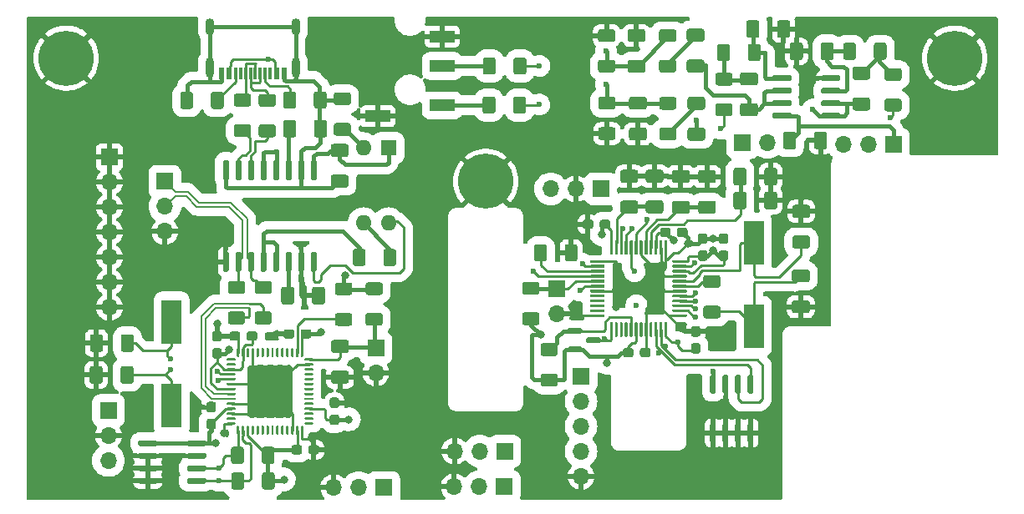
<source format=gbr>
G04 #@! TF.GenerationSoftware,KiCad,Pcbnew,(6.0.0)*
G04 #@! TF.CreationDate,2023-01-21T17:32:24+03:00*
G04 #@! TF.ProjectId,dspmodule,6473706d-6f64-4756-9c65-2e6b69636164,rev?*
G04 #@! TF.SameCoordinates,Original*
G04 #@! TF.FileFunction,Copper,L1,Top*
G04 #@! TF.FilePolarity,Positive*
%FSLAX46Y46*%
G04 Gerber Fmt 4.6, Leading zero omitted, Abs format (unit mm)*
G04 Created by KiCad (PCBNEW (6.0.0)) date 2023-01-21 17:32:24*
%MOMM*%
%LPD*%
G01*
G04 APERTURE LIST*
G04 #@! TA.AperFunction,ComponentPad*
%ADD10R,1.700000X1.700000*%
G04 #@! TD*
G04 #@! TA.AperFunction,ComponentPad*
%ADD11O,1.700000X1.700000*%
G04 #@! TD*
G04 #@! TA.AperFunction,ComponentPad*
%ADD12C,5.600000*%
G04 #@! TD*
G04 #@! TA.AperFunction,SMDPad,CuDef*
%ADD13R,2.500000X1.200000*%
G04 #@! TD*
G04 #@! TA.AperFunction,SMDPad,CuDef*
%ADD14R,0.600000X1.160000*%
G04 #@! TD*
G04 #@! TA.AperFunction,SMDPad,CuDef*
%ADD15R,0.300000X1.160000*%
G04 #@! TD*
G04 #@! TA.AperFunction,ComponentPad*
%ADD16O,0.900000X2.000000*%
G04 #@! TD*
G04 #@! TA.AperFunction,ComponentPad*
%ADD17O,0.900000X1.700000*%
G04 #@! TD*
G04 #@! TA.AperFunction,ComponentPad*
%ADD18C,0.500000*%
G04 #@! TD*
G04 #@! TA.AperFunction,ComponentPad*
%ADD19R,1.600000X1.600000*%
G04 #@! TD*
G04 #@! TA.AperFunction,ComponentPad*
%ADD20O,1.600000X1.600000*%
G04 #@! TD*
G04 #@! TA.AperFunction,SMDPad,CuDef*
%ADD21R,2.000000X4.500000*%
G04 #@! TD*
G04 #@! TA.AperFunction,ViaPad*
%ADD22C,0.800000*%
G04 #@! TD*
G04 #@! TA.AperFunction,ViaPad*
%ADD23C,0.600000*%
G04 #@! TD*
G04 #@! TA.AperFunction,Conductor*
%ADD24C,0.400000*%
G04 #@! TD*
G04 #@! TA.AperFunction,Conductor*
%ADD25C,0.250000*%
G04 #@! TD*
G04 #@! TA.AperFunction,Conductor*
%ADD26C,0.200000*%
G04 #@! TD*
G04 APERTURE END LIST*
D10*
X228520000Y-88530000D03*
D11*
X231060000Y-88530000D03*
D12*
X160000000Y-80000000D03*
X250000000Y-80000000D03*
D10*
X214150000Y-93250000D03*
D11*
X211610000Y-93250000D03*
X209070000Y-93250000D03*
D10*
X164290000Y-115740000D03*
D11*
X164290000Y-118280000D03*
X164290000Y-120820000D03*
D10*
X164380000Y-90030000D03*
D11*
X164380000Y-92570000D03*
X164380000Y-95110000D03*
X164380000Y-97650000D03*
X164380000Y-100190000D03*
X164380000Y-102730000D03*
X164380000Y-105270000D03*
D12*
X202500000Y-92500000D03*
D10*
X243790000Y-88720000D03*
D11*
X241250000Y-88720000D03*
X238710000Y-88720000D03*
G04 #@! TA.AperFunction,SMDPad,CuDef*
G36*
G01*
X235060000Y-105872500D02*
X233760000Y-105872500D01*
G75*
G02*
X233510000Y-105622500I0J250000D01*
G01*
X233510000Y-104797500D01*
G75*
G02*
X233760000Y-104547500I250000J0D01*
G01*
X235060000Y-104547500D01*
G75*
G02*
X235310000Y-104797500I0J-250000D01*
G01*
X235310000Y-105622500D01*
G75*
G02*
X235060000Y-105872500I-250000J0D01*
G01*
G37*
G04 #@! TD.AperFunction*
G04 #@! TA.AperFunction,SMDPad,CuDef*
G36*
G01*
X235060000Y-102747500D02*
X233760000Y-102747500D01*
G75*
G02*
X233510000Y-102497500I0J250000D01*
G01*
X233510000Y-101672500D01*
G75*
G02*
X233760000Y-101422500I250000J0D01*
G01*
X235060000Y-101422500D01*
G75*
G02*
X235310000Y-101672500I0J-250000D01*
G01*
X235310000Y-102497500D01*
G75*
G02*
X235060000Y-102747500I-250000J0D01*
G01*
G37*
G04 #@! TD.AperFunction*
G04 #@! TA.AperFunction,SMDPad,CuDef*
G36*
G01*
X233800000Y-94867500D02*
X235100000Y-94867500D01*
G75*
G02*
X235350000Y-95117500I0J-250000D01*
G01*
X235350000Y-95942500D01*
G75*
G02*
X235100000Y-96192500I-250000J0D01*
G01*
X233800000Y-96192500D01*
G75*
G02*
X233550000Y-95942500I0J250000D01*
G01*
X233550000Y-95117500D01*
G75*
G02*
X233800000Y-94867500I250000J0D01*
G01*
G37*
G04 #@! TD.AperFunction*
G04 #@! TA.AperFunction,SMDPad,CuDef*
G36*
G01*
X233800000Y-97992500D02*
X235100000Y-97992500D01*
G75*
G02*
X235350000Y-98242500I0J-250000D01*
G01*
X235350000Y-99067500D01*
G75*
G02*
X235100000Y-99317500I-250000J0D01*
G01*
X233800000Y-99317500D01*
G75*
G02*
X233550000Y-99067500I0J250000D01*
G01*
X233550000Y-98242500D01*
G75*
G02*
X233800000Y-97992500I250000J0D01*
G01*
G37*
G04 #@! TD.AperFunction*
G04 #@! TA.AperFunction,SMDPad,CuDef*
G36*
G01*
X218950000Y-91297500D02*
X220250000Y-91297500D01*
G75*
G02*
X220500000Y-91547500I0J-250000D01*
G01*
X220500000Y-92372500D01*
G75*
G02*
X220250000Y-92622500I-250000J0D01*
G01*
X218950000Y-92622500D01*
G75*
G02*
X218700000Y-92372500I0J250000D01*
G01*
X218700000Y-91547500D01*
G75*
G02*
X218950000Y-91297500I250000J0D01*
G01*
G37*
G04 #@! TD.AperFunction*
G04 #@! TA.AperFunction,SMDPad,CuDef*
G36*
G01*
X218950000Y-94422500D02*
X220250000Y-94422500D01*
G75*
G02*
X220500000Y-94672500I0J-250000D01*
G01*
X220500000Y-95497500D01*
G75*
G02*
X220250000Y-95747500I-250000J0D01*
G01*
X218950000Y-95747500D01*
G75*
G02*
X218700000Y-95497500I0J250000D01*
G01*
X218700000Y-94672500D01*
G75*
G02*
X218950000Y-94422500I250000J0D01*
G01*
G37*
G04 #@! TD.AperFunction*
G04 #@! TA.AperFunction,SMDPad,CuDef*
G36*
G01*
X216380000Y-91317500D02*
X217680000Y-91317500D01*
G75*
G02*
X217930000Y-91567500I0J-250000D01*
G01*
X217930000Y-92392500D01*
G75*
G02*
X217680000Y-92642500I-250000J0D01*
G01*
X216380000Y-92642500D01*
G75*
G02*
X216130000Y-92392500I0J250000D01*
G01*
X216130000Y-91567500D01*
G75*
G02*
X216380000Y-91317500I250000J0D01*
G01*
G37*
G04 #@! TD.AperFunction*
G04 #@! TA.AperFunction,SMDPad,CuDef*
G36*
G01*
X216380000Y-94442500D02*
X217680000Y-94442500D01*
G75*
G02*
X217930000Y-94692500I0J-250000D01*
G01*
X217930000Y-95517500D01*
G75*
G02*
X217680000Y-95767500I-250000J0D01*
G01*
X216380000Y-95767500D01*
G75*
G02*
X216130000Y-95517500I0J250000D01*
G01*
X216130000Y-94692500D01*
G75*
G02*
X216380000Y-94442500I250000J0D01*
G01*
G37*
G04 #@! TD.AperFunction*
G04 #@! TA.AperFunction,SMDPad,CuDef*
G36*
G01*
X232617500Y-88990000D02*
X232617500Y-87690000D01*
G75*
G02*
X232867500Y-87440000I250000J0D01*
G01*
X233692500Y-87440000D01*
G75*
G02*
X233942500Y-87690000I0J-250000D01*
G01*
X233942500Y-88990000D01*
G75*
G02*
X233692500Y-89240000I-250000J0D01*
G01*
X232867500Y-89240000D01*
G75*
G02*
X232617500Y-88990000I0J250000D01*
G01*
G37*
G04 #@! TD.AperFunction*
G04 #@! TA.AperFunction,SMDPad,CuDef*
G36*
G01*
X235742500Y-88990000D02*
X235742500Y-87690000D01*
G75*
G02*
X235992500Y-87440000I250000J0D01*
G01*
X236817500Y-87440000D01*
G75*
G02*
X237067500Y-87690000I0J-250000D01*
G01*
X237067500Y-88990000D01*
G75*
G02*
X236817500Y-89240000I-250000J0D01*
G01*
X235992500Y-89240000D01*
G75*
G02*
X235742500Y-88990000I0J250000D01*
G01*
G37*
G04 #@! TD.AperFunction*
G04 #@! TA.AperFunction,SMDPad,CuDef*
G36*
G01*
X221600000Y-91337500D02*
X222900000Y-91337500D01*
G75*
G02*
X223150000Y-91587500I0J-250000D01*
G01*
X223150000Y-92412500D01*
G75*
G02*
X222900000Y-92662500I-250000J0D01*
G01*
X221600000Y-92662500D01*
G75*
G02*
X221350000Y-92412500I0J250000D01*
G01*
X221350000Y-91587500D01*
G75*
G02*
X221600000Y-91337500I250000J0D01*
G01*
G37*
G04 #@! TD.AperFunction*
G04 #@! TA.AperFunction,SMDPad,CuDef*
G36*
G01*
X221600000Y-94462500D02*
X222900000Y-94462500D01*
G75*
G02*
X223150000Y-94712500I0J-250000D01*
G01*
X223150000Y-95537500D01*
G75*
G02*
X222900000Y-95787500I-250000J0D01*
G01*
X221600000Y-95787500D01*
G75*
G02*
X221350000Y-95537500I0J250000D01*
G01*
X221350000Y-94712500D01*
G75*
G02*
X221600000Y-94462500I250000J0D01*
G01*
G37*
G04 #@! TD.AperFunction*
G04 #@! TA.AperFunction,SMDPad,CuDef*
G36*
G01*
X227585000Y-95090000D02*
X227585000Y-93790000D01*
G75*
G02*
X227835000Y-93540000I250000J0D01*
G01*
X228660000Y-93540000D01*
G75*
G02*
X228910000Y-93790000I0J-250000D01*
G01*
X228910000Y-95090000D01*
G75*
G02*
X228660000Y-95340000I-250000J0D01*
G01*
X227835000Y-95340000D01*
G75*
G02*
X227585000Y-95090000I0J250000D01*
G01*
G37*
G04 #@! TD.AperFunction*
G04 #@! TA.AperFunction,SMDPad,CuDef*
G36*
G01*
X230710000Y-95090000D02*
X230710000Y-93790000D01*
G75*
G02*
X230960000Y-93540000I250000J0D01*
G01*
X231785000Y-93540000D01*
G75*
G02*
X232035000Y-93790000I0J-250000D01*
G01*
X232035000Y-95090000D01*
G75*
G02*
X231785000Y-95340000I-250000J0D01*
G01*
X230960000Y-95340000D01*
G75*
G02*
X230710000Y-95090000I0J250000D01*
G01*
G37*
G04 #@! TD.AperFunction*
G04 #@! TA.AperFunction,SMDPad,CuDef*
G36*
G01*
X227585000Y-92660000D02*
X227585000Y-91360000D01*
G75*
G02*
X227835000Y-91110000I250000J0D01*
G01*
X228660000Y-91110000D01*
G75*
G02*
X228910000Y-91360000I0J-250000D01*
G01*
X228910000Y-92660000D01*
G75*
G02*
X228660000Y-92910000I-250000J0D01*
G01*
X227835000Y-92910000D01*
G75*
G02*
X227585000Y-92660000I0J250000D01*
G01*
G37*
G04 #@! TD.AperFunction*
G04 #@! TA.AperFunction,SMDPad,CuDef*
G36*
G01*
X230710000Y-92660000D02*
X230710000Y-91360000D01*
G75*
G02*
X230960000Y-91110000I250000J0D01*
G01*
X231785000Y-91110000D01*
G75*
G02*
X232035000Y-91360000I0J-250000D01*
G01*
X232035000Y-92660000D01*
G75*
G02*
X231785000Y-92910000I-250000J0D01*
G01*
X230960000Y-92910000D01*
G75*
G02*
X230710000Y-92660000I0J250000D01*
G01*
G37*
G04 #@! TD.AperFunction*
G04 #@! TA.AperFunction,SMDPad,CuDef*
G36*
G01*
X224260000Y-91337500D02*
X225560000Y-91337500D01*
G75*
G02*
X225810000Y-91587500I0J-250000D01*
G01*
X225810000Y-92412500D01*
G75*
G02*
X225560000Y-92662500I-250000J0D01*
G01*
X224260000Y-92662500D01*
G75*
G02*
X224010000Y-92412500I0J250000D01*
G01*
X224010000Y-91587500D01*
G75*
G02*
X224260000Y-91337500I250000J0D01*
G01*
G37*
G04 #@! TD.AperFunction*
G04 #@! TA.AperFunction,SMDPad,CuDef*
G36*
G01*
X224260000Y-94462500D02*
X225560000Y-94462500D01*
G75*
G02*
X225810000Y-94712500I0J-250000D01*
G01*
X225810000Y-95537500D01*
G75*
G02*
X225560000Y-95787500I-250000J0D01*
G01*
X224260000Y-95787500D01*
G75*
G02*
X224010000Y-95537500I0J250000D01*
G01*
X224010000Y-94712500D01*
G75*
G02*
X224260000Y-94462500I250000J0D01*
G01*
G37*
G04 #@! TD.AperFunction*
G04 #@! TA.AperFunction,SMDPad,CuDef*
G36*
G01*
X233297500Y-79940000D02*
X233297500Y-78640000D01*
G75*
G02*
X233547500Y-78390000I250000J0D01*
G01*
X234372500Y-78390000D01*
G75*
G02*
X234622500Y-78640000I0J-250000D01*
G01*
X234622500Y-79940000D01*
G75*
G02*
X234372500Y-80190000I-250000J0D01*
G01*
X233547500Y-80190000D01*
G75*
G02*
X233297500Y-79940000I0J250000D01*
G01*
G37*
G04 #@! TD.AperFunction*
G04 #@! TA.AperFunction,SMDPad,CuDef*
G36*
G01*
X236422500Y-79940000D02*
X236422500Y-78640000D01*
G75*
G02*
X236672500Y-78390000I250000J0D01*
G01*
X237497500Y-78390000D01*
G75*
G02*
X237747500Y-78640000I0J-250000D01*
G01*
X237747500Y-79940000D01*
G75*
G02*
X237497500Y-80190000I-250000J0D01*
G01*
X236672500Y-80190000D01*
G75*
G02*
X236422500Y-79940000I0J250000D01*
G01*
G37*
G04 #@! TD.AperFunction*
G04 #@! TA.AperFunction,SMDPad,CuDef*
G36*
G01*
X233332500Y-76390000D02*
X233332500Y-77690000D01*
G75*
G02*
X233082500Y-77940000I-250000J0D01*
G01*
X232257500Y-77940000D01*
G75*
G02*
X232007500Y-77690000I0J250000D01*
G01*
X232007500Y-76390000D01*
G75*
G02*
X232257500Y-76140000I250000J0D01*
G01*
X233082500Y-76140000D01*
G75*
G02*
X233332500Y-76390000I0J-250000D01*
G01*
G37*
G04 #@! TD.AperFunction*
G04 #@! TA.AperFunction,SMDPad,CuDef*
G36*
G01*
X230207500Y-76390000D02*
X230207500Y-77690000D01*
G75*
G02*
X229957500Y-77940000I-250000J0D01*
G01*
X229132500Y-77940000D01*
G75*
G02*
X228882500Y-77690000I0J250000D01*
G01*
X228882500Y-76390000D01*
G75*
G02*
X229132500Y-76140000I250000J0D01*
G01*
X229957500Y-76140000D01*
G75*
G02*
X230207500Y-76390000I0J-250000D01*
G01*
G37*
G04 #@! TD.AperFunction*
G04 #@! TA.AperFunction,SMDPad,CuDef*
G36*
G01*
X239890000Y-80857500D02*
X241190000Y-80857500D01*
G75*
G02*
X241440000Y-81107500I0J-250000D01*
G01*
X241440000Y-81932500D01*
G75*
G02*
X241190000Y-82182500I-250000J0D01*
G01*
X239890000Y-82182500D01*
G75*
G02*
X239640000Y-81932500I0J250000D01*
G01*
X239640000Y-81107500D01*
G75*
G02*
X239890000Y-80857500I250000J0D01*
G01*
G37*
G04 #@! TD.AperFunction*
G04 #@! TA.AperFunction,SMDPad,CuDef*
G36*
G01*
X239890000Y-83982500D02*
X241190000Y-83982500D01*
G75*
G02*
X241440000Y-84232500I0J-250000D01*
G01*
X241440000Y-85057500D01*
G75*
G02*
X241190000Y-85307500I-250000J0D01*
G01*
X239890000Y-85307500D01*
G75*
G02*
X239640000Y-85057500I0J250000D01*
G01*
X239640000Y-84232500D01*
G75*
G02*
X239890000Y-83982500I250000J0D01*
G01*
G37*
G04 #@! TD.AperFunction*
G04 #@! TA.AperFunction,SMDPad,CuDef*
G36*
G01*
X228510000Y-81432500D02*
X229810000Y-81432500D01*
G75*
G02*
X230060000Y-81682500I0J-250000D01*
G01*
X230060000Y-82507500D01*
G75*
G02*
X229810000Y-82757500I-250000J0D01*
G01*
X228510000Y-82757500D01*
G75*
G02*
X228260000Y-82507500I0J250000D01*
G01*
X228260000Y-81682500D01*
G75*
G02*
X228510000Y-81432500I250000J0D01*
G01*
G37*
G04 #@! TD.AperFunction*
G04 #@! TA.AperFunction,SMDPad,CuDef*
G36*
G01*
X228510000Y-84557500D02*
X229810000Y-84557500D01*
G75*
G02*
X230060000Y-84807500I0J-250000D01*
G01*
X230060000Y-85632500D01*
G75*
G02*
X229810000Y-85882500I-250000J0D01*
G01*
X228510000Y-85882500D01*
G75*
G02*
X228260000Y-85632500I0J250000D01*
G01*
X228260000Y-84807500D01*
G75*
G02*
X228510000Y-84557500I250000J0D01*
G01*
G37*
G04 #@! TD.AperFunction*
G04 #@! TA.AperFunction,SMDPad,CuDef*
G36*
G01*
X187090000Y-108575000D02*
X188390000Y-108575000D01*
G75*
G02*
X188640000Y-108825000I0J-250000D01*
G01*
X188640000Y-109650000D01*
G75*
G02*
X188390000Y-109900000I-250000J0D01*
G01*
X187090000Y-109900000D01*
G75*
G02*
X186840000Y-109650000I0J250000D01*
G01*
X186840000Y-108825000D01*
G75*
G02*
X187090000Y-108575000I250000J0D01*
G01*
G37*
G04 #@! TD.AperFunction*
G04 #@! TA.AperFunction,SMDPad,CuDef*
G36*
G01*
X187090000Y-111700000D02*
X188390000Y-111700000D01*
G75*
G02*
X188640000Y-111950000I0J-250000D01*
G01*
X188640000Y-112775000D01*
G75*
G02*
X188390000Y-113025000I-250000J0D01*
G01*
X187090000Y-113025000D01*
G75*
G02*
X186840000Y-112775000I0J250000D01*
G01*
X186840000Y-111950000D01*
G75*
G02*
X187090000Y-111700000I250000J0D01*
G01*
G37*
G04 #@! TD.AperFunction*
G04 #@! TA.AperFunction,SMDPad,CuDef*
G36*
G01*
X224480000Y-88362500D02*
X223180000Y-88362500D01*
G75*
G02*
X222930000Y-88112500I0J250000D01*
G01*
X222930000Y-87287500D01*
G75*
G02*
X223180000Y-87037500I250000J0D01*
G01*
X224480000Y-87037500D01*
G75*
G02*
X224730000Y-87287500I0J-250000D01*
G01*
X224730000Y-88112500D01*
G75*
G02*
X224480000Y-88362500I-250000J0D01*
G01*
G37*
G04 #@! TD.AperFunction*
G04 #@! TA.AperFunction,SMDPad,CuDef*
G36*
G01*
X224480000Y-85237500D02*
X223180000Y-85237500D01*
G75*
G02*
X222930000Y-84987500I0J250000D01*
G01*
X222930000Y-84162500D01*
G75*
G02*
X223180000Y-83912500I250000J0D01*
G01*
X224480000Y-83912500D01*
G75*
G02*
X224730000Y-84162500I0J-250000D01*
G01*
X224730000Y-84987500D01*
G75*
G02*
X224480000Y-85237500I-250000J0D01*
G01*
G37*
G04 #@! TD.AperFunction*
G04 #@! TA.AperFunction,SMDPad,CuDef*
G36*
G01*
X224400000Y-81447500D02*
X223100000Y-81447500D01*
G75*
G02*
X222850000Y-81197500I0J250000D01*
G01*
X222850000Y-80372500D01*
G75*
G02*
X223100000Y-80122500I250000J0D01*
G01*
X224400000Y-80122500D01*
G75*
G02*
X224650000Y-80372500I0J-250000D01*
G01*
X224650000Y-81197500D01*
G75*
G02*
X224400000Y-81447500I-250000J0D01*
G01*
G37*
G04 #@! TD.AperFunction*
G04 #@! TA.AperFunction,SMDPad,CuDef*
G36*
G01*
X224400000Y-78322500D02*
X223100000Y-78322500D01*
G75*
G02*
X222850000Y-78072500I0J250000D01*
G01*
X222850000Y-77247500D01*
G75*
G02*
X223100000Y-76997500I250000J0D01*
G01*
X224400000Y-76997500D01*
G75*
G02*
X224650000Y-77247500I0J-250000D01*
G01*
X224650000Y-78072500D01*
G75*
G02*
X224400000Y-78322500I-250000J0D01*
G01*
G37*
G04 #@! TD.AperFunction*
G04 #@! TA.AperFunction,SMDPad,CuDef*
G36*
G01*
X166862500Y-108250000D02*
X166862500Y-109550000D01*
G75*
G02*
X166612500Y-109800000I-250000J0D01*
G01*
X165787500Y-109800000D01*
G75*
G02*
X165537500Y-109550000I0J250000D01*
G01*
X165537500Y-108250000D01*
G75*
G02*
X165787500Y-108000000I250000J0D01*
G01*
X166612500Y-108000000D01*
G75*
G02*
X166862500Y-108250000I0J-250000D01*
G01*
G37*
G04 #@! TD.AperFunction*
G04 #@! TA.AperFunction,SMDPad,CuDef*
G36*
G01*
X163737500Y-108250000D02*
X163737500Y-109550000D01*
G75*
G02*
X163487500Y-109800000I-250000J0D01*
G01*
X162662500Y-109800000D01*
G75*
G02*
X162412500Y-109550000I0J250000D01*
G01*
X162412500Y-108250000D01*
G75*
G02*
X162662500Y-108000000I250000J0D01*
G01*
X163487500Y-108000000D01*
G75*
G02*
X163737500Y-108250000I0J-250000D01*
G01*
G37*
G04 #@! TD.AperFunction*
G04 #@! TA.AperFunction,SMDPad,CuDef*
G36*
G01*
X166822500Y-111480000D02*
X166822500Y-112780000D01*
G75*
G02*
X166572500Y-113030000I-250000J0D01*
G01*
X165747500Y-113030000D01*
G75*
G02*
X165497500Y-112780000I0J250000D01*
G01*
X165497500Y-111480000D01*
G75*
G02*
X165747500Y-111230000I250000J0D01*
G01*
X166572500Y-111230000D01*
G75*
G02*
X166822500Y-111480000I0J-250000D01*
G01*
G37*
G04 #@! TD.AperFunction*
G04 #@! TA.AperFunction,SMDPad,CuDef*
G36*
G01*
X163697500Y-111480000D02*
X163697500Y-112780000D01*
G75*
G02*
X163447500Y-113030000I-250000J0D01*
G01*
X162622500Y-113030000D01*
G75*
G02*
X162372500Y-112780000I0J250000D01*
G01*
X162372500Y-111480000D01*
G75*
G02*
X162622500Y-111230000I250000J0D01*
G01*
X163447500Y-111230000D01*
G75*
G02*
X163697500Y-111480000I0J-250000D01*
G01*
G37*
G04 #@! TD.AperFunction*
G04 #@! TA.AperFunction,SMDPad,CuDef*
G36*
G01*
X217260000Y-83895000D02*
X218560000Y-83895000D01*
G75*
G02*
X218810000Y-84145000I0J-250000D01*
G01*
X218810000Y-84970000D01*
G75*
G02*
X218560000Y-85220000I-250000J0D01*
G01*
X217260000Y-85220000D01*
G75*
G02*
X217010000Y-84970000I0J250000D01*
G01*
X217010000Y-84145000D01*
G75*
G02*
X217260000Y-83895000I250000J0D01*
G01*
G37*
G04 #@! TD.AperFunction*
G04 #@! TA.AperFunction,SMDPad,CuDef*
G36*
G01*
X217260000Y-87020000D02*
X218560000Y-87020000D01*
G75*
G02*
X218810000Y-87270000I0J-250000D01*
G01*
X218810000Y-88095000D01*
G75*
G02*
X218560000Y-88345000I-250000J0D01*
G01*
X217260000Y-88345000D01*
G75*
G02*
X217010000Y-88095000I0J250000D01*
G01*
X217010000Y-87270000D01*
G75*
G02*
X217260000Y-87020000I250000J0D01*
G01*
G37*
G04 #@! TD.AperFunction*
G04 #@! TA.AperFunction,SMDPad,CuDef*
G36*
G01*
X218410000Y-81485000D02*
X217110000Y-81485000D01*
G75*
G02*
X216860000Y-81235000I0J250000D01*
G01*
X216860000Y-80410000D01*
G75*
G02*
X217110000Y-80160000I250000J0D01*
G01*
X218410000Y-80160000D01*
G75*
G02*
X218660000Y-80410000I0J-250000D01*
G01*
X218660000Y-81235000D01*
G75*
G02*
X218410000Y-81485000I-250000J0D01*
G01*
G37*
G04 #@! TD.AperFunction*
G04 #@! TA.AperFunction,SMDPad,CuDef*
G36*
G01*
X218410000Y-78360000D02*
X217110000Y-78360000D01*
G75*
G02*
X216860000Y-78110000I0J250000D01*
G01*
X216860000Y-77285000D01*
G75*
G02*
X217110000Y-77035000I250000J0D01*
G01*
X218410000Y-77035000D01*
G75*
G02*
X218660000Y-77285000I0J-250000D01*
G01*
X218660000Y-78110000D01*
G75*
G02*
X218410000Y-78360000I-250000J0D01*
G01*
G37*
G04 #@! TD.AperFunction*
G04 #@! TA.AperFunction,SMDPad,CuDef*
G36*
G01*
X181775000Y-104730000D02*
X181775000Y-103430000D01*
G75*
G02*
X182025000Y-103180000I250000J0D01*
G01*
X182850000Y-103180000D01*
G75*
G02*
X183100000Y-103430000I0J-250000D01*
G01*
X183100000Y-104730000D01*
G75*
G02*
X182850000Y-104980000I-250000J0D01*
G01*
X182025000Y-104980000D01*
G75*
G02*
X181775000Y-104730000I0J250000D01*
G01*
G37*
G04 #@! TD.AperFunction*
G04 #@! TA.AperFunction,SMDPad,CuDef*
G36*
G01*
X184900000Y-104730000D02*
X184900000Y-103430000D01*
G75*
G02*
X185150000Y-103180000I250000J0D01*
G01*
X185975000Y-103180000D01*
G75*
G02*
X186225000Y-103430000I0J-250000D01*
G01*
X186225000Y-104730000D01*
G75*
G02*
X185975000Y-104980000I-250000J0D01*
G01*
X185150000Y-104980000D01*
G75*
G02*
X184900000Y-104730000I0J250000D01*
G01*
G37*
G04 #@! TD.AperFunction*
G04 #@! TA.AperFunction,SMDPad,CuDef*
G36*
G01*
X188350000Y-93142500D02*
X187050000Y-93142500D01*
G75*
G02*
X186800000Y-92892500I0J250000D01*
G01*
X186800000Y-92067500D01*
G75*
G02*
X187050000Y-91817500I250000J0D01*
G01*
X188350000Y-91817500D01*
G75*
G02*
X188600000Y-92067500I0J-250000D01*
G01*
X188600000Y-92892500D01*
G75*
G02*
X188350000Y-93142500I-250000J0D01*
G01*
G37*
G04 #@! TD.AperFunction*
G04 #@! TA.AperFunction,SMDPad,CuDef*
G36*
G01*
X188350000Y-90017500D02*
X187050000Y-90017500D01*
G75*
G02*
X186800000Y-89767500I0J250000D01*
G01*
X186800000Y-88942500D01*
G75*
G02*
X187050000Y-88692500I250000J0D01*
G01*
X188350000Y-88692500D01*
G75*
G02*
X188600000Y-88942500I0J-250000D01*
G01*
X188600000Y-89767500D01*
G75*
G02*
X188350000Y-90017500I-250000J0D01*
G01*
G37*
G04 #@! TD.AperFunction*
G04 #@! TA.AperFunction,SMDPad,CuDef*
G36*
G01*
X186422500Y-86500000D02*
X186422500Y-87800000D01*
G75*
G02*
X186172500Y-88050000I-250000J0D01*
G01*
X185347500Y-88050000D01*
G75*
G02*
X185097500Y-87800000I0J250000D01*
G01*
X185097500Y-86500000D01*
G75*
G02*
X185347500Y-86250000I250000J0D01*
G01*
X186172500Y-86250000D01*
G75*
G02*
X186422500Y-86500000I0J-250000D01*
G01*
G37*
G04 #@! TD.AperFunction*
G04 #@! TA.AperFunction,SMDPad,CuDef*
G36*
G01*
X183297500Y-86500000D02*
X183297500Y-87800000D01*
G75*
G02*
X183047500Y-88050000I-250000J0D01*
G01*
X182222500Y-88050000D01*
G75*
G02*
X181972500Y-87800000I0J250000D01*
G01*
X181972500Y-86500000D01*
G75*
G02*
X182222500Y-86250000I250000J0D01*
G01*
X183047500Y-86250000D01*
G75*
G02*
X183297500Y-86500000I0J-250000D01*
G01*
G37*
G04 #@! TD.AperFunction*
D13*
X198080000Y-80780000D03*
X198080000Y-77780000D03*
X191580000Y-85880000D03*
X198080000Y-84780000D03*
D10*
X209690000Y-103400000D03*
D11*
X209690000Y-105940000D03*
D10*
X212150000Y-112270000D03*
D11*
X212150000Y-114810000D03*
X212150000Y-117350000D03*
X212150000Y-119890000D03*
X212150000Y-122430000D03*
D10*
X191360000Y-109380000D03*
D11*
X191360000Y-111920000D03*
D14*
X182110000Y-81540000D03*
X181310000Y-81540000D03*
D15*
X180160000Y-81540000D03*
X179160000Y-81540000D03*
X178660000Y-81540000D03*
X177660000Y-81540000D03*
D14*
X176510000Y-81540000D03*
X175710000Y-81540000D03*
X175710000Y-81540000D03*
X176510000Y-81540000D03*
D15*
X177160000Y-81540000D03*
X178160000Y-81540000D03*
X179660000Y-81540000D03*
X180660000Y-81540000D03*
D14*
X181310000Y-81540000D03*
X182110000Y-81540000D03*
D16*
X183230000Y-80960000D03*
X174590000Y-80960000D03*
D17*
X174590000Y-76790000D03*
X183230000Y-76790000D03*
G04 #@! TA.AperFunction,SMDPad,CuDef*
G36*
G01*
X210805000Y-107810000D02*
X210805000Y-107510000D01*
G75*
G02*
X210955000Y-107360000I150000J0D01*
G01*
X212130000Y-107360000D01*
G75*
G02*
X212280000Y-107510000I0J-150000D01*
G01*
X212280000Y-107810000D01*
G75*
G02*
X212130000Y-107960000I-150000J0D01*
G01*
X210955000Y-107960000D01*
G75*
G02*
X210805000Y-107810000I0J150000D01*
G01*
G37*
G04 #@! TD.AperFunction*
G04 #@! TA.AperFunction,SMDPad,CuDef*
G36*
G01*
X210805000Y-109710000D02*
X210805000Y-109410000D01*
G75*
G02*
X210955000Y-109260000I150000J0D01*
G01*
X212130000Y-109260000D01*
G75*
G02*
X212280000Y-109410000I0J-150000D01*
G01*
X212280000Y-109710000D01*
G75*
G02*
X212130000Y-109860000I-150000J0D01*
G01*
X210955000Y-109860000D01*
G75*
G02*
X210805000Y-109710000I0J150000D01*
G01*
G37*
G04 #@! TD.AperFunction*
G04 #@! TA.AperFunction,SMDPad,CuDef*
G36*
G01*
X212680000Y-108760000D02*
X212680000Y-108460000D01*
G75*
G02*
X212830000Y-108310000I150000J0D01*
G01*
X214005000Y-108310000D01*
G75*
G02*
X214155000Y-108460000I0J-150000D01*
G01*
X214155000Y-108760000D01*
G75*
G02*
X214005000Y-108910000I-150000J0D01*
G01*
X212830000Y-108910000D01*
G75*
G02*
X212680000Y-108760000I0J150000D01*
G01*
G37*
G04 #@! TD.AperFunction*
G04 #@! TA.AperFunction,SMDPad,CuDef*
G36*
G01*
X206445000Y-102677500D02*
X207695000Y-102677500D01*
G75*
G02*
X207945000Y-102927500I0J-250000D01*
G01*
X207945000Y-103727500D01*
G75*
G02*
X207695000Y-103977500I-250000J0D01*
G01*
X206445000Y-103977500D01*
G75*
G02*
X206195000Y-103727500I0J250000D01*
G01*
X206195000Y-102927500D01*
G75*
G02*
X206445000Y-102677500I250000J0D01*
G01*
G37*
G04 #@! TD.AperFunction*
G04 #@! TA.AperFunction,SMDPad,CuDef*
G36*
G01*
X206445000Y-105777500D02*
X207695000Y-105777500D01*
G75*
G02*
X207945000Y-106027500I0J-250000D01*
G01*
X207945000Y-106827500D01*
G75*
G02*
X207695000Y-107077500I-250000J0D01*
G01*
X206445000Y-107077500D01*
G75*
G02*
X206195000Y-106827500I0J250000D01*
G01*
X206195000Y-106027500D01*
G75*
G02*
X206445000Y-105777500I250000J0D01*
G01*
G37*
G04 #@! TD.AperFunction*
G04 #@! TA.AperFunction,SMDPad,CuDef*
G36*
G01*
X206572500Y-84125000D02*
X206572500Y-85375000D01*
G75*
G02*
X206322500Y-85625000I-250000J0D01*
G01*
X205522500Y-85625000D01*
G75*
G02*
X205272500Y-85375000I0J250000D01*
G01*
X205272500Y-84125000D01*
G75*
G02*
X205522500Y-83875000I250000J0D01*
G01*
X206322500Y-83875000D01*
G75*
G02*
X206572500Y-84125000I0J-250000D01*
G01*
G37*
G04 #@! TD.AperFunction*
G04 #@! TA.AperFunction,SMDPad,CuDef*
G36*
G01*
X203472500Y-84125000D02*
X203472500Y-85375000D01*
G75*
G02*
X203222500Y-85625000I-250000J0D01*
G01*
X202422500Y-85625000D01*
G75*
G02*
X202172500Y-85375000I0J250000D01*
G01*
X202172500Y-84125000D01*
G75*
G02*
X202422500Y-83875000I250000J0D01*
G01*
X203222500Y-83875000D01*
G75*
G02*
X203472500Y-84125000I0J-250000D01*
G01*
G37*
G04 #@! TD.AperFunction*
G04 #@! TA.AperFunction,SMDPad,CuDef*
G36*
G01*
X206607500Y-80165000D02*
X206607500Y-81415000D01*
G75*
G02*
X206357500Y-81665000I-250000J0D01*
G01*
X205557500Y-81665000D01*
G75*
G02*
X205307500Y-81415000I0J250000D01*
G01*
X205307500Y-80165000D01*
G75*
G02*
X205557500Y-79915000I250000J0D01*
G01*
X206357500Y-79915000D01*
G75*
G02*
X206607500Y-80165000I0J-250000D01*
G01*
G37*
G04 #@! TD.AperFunction*
G04 #@! TA.AperFunction,SMDPad,CuDef*
G36*
G01*
X203507500Y-80165000D02*
X203507500Y-81415000D01*
G75*
G02*
X203257500Y-81665000I-250000J0D01*
G01*
X202457500Y-81665000D01*
G75*
G02*
X202207500Y-81415000I0J250000D01*
G01*
X202207500Y-80165000D01*
G75*
G02*
X202457500Y-79915000I250000J0D01*
G01*
X203257500Y-79915000D01*
G75*
G02*
X203507500Y-80165000I0J-250000D01*
G01*
G37*
G04 #@! TD.AperFunction*
G04 #@! TA.AperFunction,SMDPad,CuDef*
G36*
G01*
X207400000Y-100365000D02*
X207400000Y-99115000D01*
G75*
G02*
X207650000Y-98865000I250000J0D01*
G01*
X208450000Y-98865000D01*
G75*
G02*
X208700000Y-99115000I0J-250000D01*
G01*
X208700000Y-100365000D01*
G75*
G02*
X208450000Y-100615000I-250000J0D01*
G01*
X207650000Y-100615000D01*
G75*
G02*
X207400000Y-100365000I0J250000D01*
G01*
G37*
G04 #@! TD.AperFunction*
G04 #@! TA.AperFunction,SMDPad,CuDef*
G36*
G01*
X210500000Y-100365000D02*
X210500000Y-99115000D01*
G75*
G02*
X210750000Y-98865000I250000J0D01*
G01*
X211550000Y-98865000D01*
G75*
G02*
X211800000Y-99115000I0J-250000D01*
G01*
X211800000Y-100365000D01*
G75*
G02*
X211550000Y-100615000I-250000J0D01*
G01*
X210750000Y-100615000D01*
G75*
G02*
X210500000Y-100365000I0J250000D01*
G01*
G37*
G04 #@! TD.AperFunction*
G04 #@! TA.AperFunction,SMDPad,CuDef*
G36*
G01*
X224775000Y-102007500D02*
X226025000Y-102007500D01*
G75*
G02*
X226275000Y-102257500I0J-250000D01*
G01*
X226275000Y-103057500D01*
G75*
G02*
X226025000Y-103307500I-250000J0D01*
G01*
X224775000Y-103307500D01*
G75*
G02*
X224525000Y-103057500I0J250000D01*
G01*
X224525000Y-102257500D01*
G75*
G02*
X224775000Y-102007500I250000J0D01*
G01*
G37*
G04 #@! TD.AperFunction*
G04 #@! TA.AperFunction,SMDPad,CuDef*
G36*
G01*
X224775000Y-105107500D02*
X226025000Y-105107500D01*
G75*
G02*
X226275000Y-105357500I0J-250000D01*
G01*
X226275000Y-106157500D01*
G75*
G02*
X226025000Y-106407500I-250000J0D01*
G01*
X224775000Y-106407500D01*
G75*
G02*
X224525000Y-106157500I0J250000D01*
G01*
X224525000Y-105357500D01*
G75*
G02*
X224775000Y-105107500I250000J0D01*
G01*
G37*
G04 #@! TD.AperFunction*
G04 #@! TA.AperFunction,SMDPad,CuDef*
G36*
G01*
X208295000Y-108907500D02*
X209545000Y-108907500D01*
G75*
G02*
X209795000Y-109157500I0J-250000D01*
G01*
X209795000Y-109957500D01*
G75*
G02*
X209545000Y-110207500I-250000J0D01*
G01*
X208295000Y-110207500D01*
G75*
G02*
X208045000Y-109957500I0J250000D01*
G01*
X208045000Y-109157500D01*
G75*
G02*
X208295000Y-108907500I250000J0D01*
G01*
G37*
G04 #@! TD.AperFunction*
G04 #@! TA.AperFunction,SMDPad,CuDef*
G36*
G01*
X208295000Y-112007500D02*
X209545000Y-112007500D01*
G75*
G02*
X209795000Y-112257500I0J-250000D01*
G01*
X209795000Y-113057500D01*
G75*
G02*
X209545000Y-113307500I-250000J0D01*
G01*
X208295000Y-113307500D01*
G75*
G02*
X208045000Y-113057500I0J250000D01*
G01*
X208045000Y-112257500D01*
G75*
G02*
X208295000Y-112007500I250000J0D01*
G01*
G37*
G04 #@! TD.AperFunction*
G04 #@! TA.AperFunction,SMDPad,CuDef*
G36*
G01*
X244375000Y-85400000D02*
X243125000Y-85400000D01*
G75*
G02*
X242875000Y-85150000I0J250000D01*
G01*
X242875000Y-84350000D01*
G75*
G02*
X243125000Y-84100000I250000J0D01*
G01*
X244375000Y-84100000D01*
G75*
G02*
X244625000Y-84350000I0J-250000D01*
G01*
X244625000Y-85150000D01*
G75*
G02*
X244375000Y-85400000I-250000J0D01*
G01*
G37*
G04 #@! TD.AperFunction*
G04 #@! TA.AperFunction,SMDPad,CuDef*
G36*
G01*
X244375000Y-82300000D02*
X243125000Y-82300000D01*
G75*
G02*
X242875000Y-82050000I0J250000D01*
G01*
X242875000Y-81250000D01*
G75*
G02*
X243125000Y-81000000I250000J0D01*
G01*
X244375000Y-81000000D01*
G75*
G02*
X244625000Y-81250000I0J-250000D01*
G01*
X244625000Y-82050000D01*
G75*
G02*
X244375000Y-82300000I-250000J0D01*
G01*
G37*
G04 #@! TD.AperFunction*
G04 #@! TA.AperFunction,SMDPad,CuDef*
G36*
G01*
X227255000Y-85872500D02*
X226005000Y-85872500D01*
G75*
G02*
X225755000Y-85622500I0J250000D01*
G01*
X225755000Y-84822500D01*
G75*
G02*
X226005000Y-84572500I250000J0D01*
G01*
X227255000Y-84572500D01*
G75*
G02*
X227505000Y-84822500I0J-250000D01*
G01*
X227505000Y-85622500D01*
G75*
G02*
X227255000Y-85872500I-250000J0D01*
G01*
G37*
G04 #@! TD.AperFunction*
G04 #@! TA.AperFunction,SMDPad,CuDef*
G36*
G01*
X227255000Y-82772500D02*
X226005000Y-82772500D01*
G75*
G02*
X225755000Y-82522500I0J250000D01*
G01*
X225755000Y-81722500D01*
G75*
G02*
X226005000Y-81472500I250000J0D01*
G01*
X227255000Y-81472500D01*
G75*
G02*
X227505000Y-81722500I0J-250000D01*
G01*
X227505000Y-82522500D01*
G75*
G02*
X227255000Y-82772500I-250000J0D01*
G01*
G37*
G04 #@! TD.AperFunction*
G04 #@! TA.AperFunction,SMDPad,CuDef*
G36*
G01*
X243107500Y-78665000D02*
X243107500Y-79915000D01*
G75*
G02*
X242857500Y-80165000I-250000J0D01*
G01*
X242057500Y-80165000D01*
G75*
G02*
X241807500Y-79915000I0J250000D01*
G01*
X241807500Y-78665000D01*
G75*
G02*
X242057500Y-78415000I250000J0D01*
G01*
X242857500Y-78415000D01*
G75*
G02*
X243107500Y-78665000I0J-250000D01*
G01*
G37*
G04 #@! TD.AperFunction*
G04 #@! TA.AperFunction,SMDPad,CuDef*
G36*
G01*
X240007500Y-78665000D02*
X240007500Y-79915000D01*
G75*
G02*
X239757500Y-80165000I-250000J0D01*
G01*
X238957500Y-80165000D01*
G75*
G02*
X238707500Y-79915000I0J250000D01*
G01*
X238707500Y-78665000D01*
G75*
G02*
X238957500Y-78415000I250000J0D01*
G01*
X239757500Y-78415000D01*
G75*
G02*
X240007500Y-78665000I0J-250000D01*
G01*
G37*
G04 #@! TD.AperFunction*
G04 #@! TA.AperFunction,SMDPad,CuDef*
G36*
G01*
X225940000Y-80035000D02*
X225940000Y-78785000D01*
G75*
G02*
X226190000Y-78535000I250000J0D01*
G01*
X226990000Y-78535000D01*
G75*
G02*
X227240000Y-78785000I0J-250000D01*
G01*
X227240000Y-80035000D01*
G75*
G02*
X226990000Y-80285000I-250000J0D01*
G01*
X226190000Y-80285000D01*
G75*
G02*
X225940000Y-80035000I0J250000D01*
G01*
G37*
G04 #@! TD.AperFunction*
G04 #@! TA.AperFunction,SMDPad,CuDef*
G36*
G01*
X229040000Y-80035000D02*
X229040000Y-78785000D01*
G75*
G02*
X229290000Y-78535000I250000J0D01*
G01*
X230090000Y-78535000D01*
G75*
G02*
X230340000Y-78785000I0J-250000D01*
G01*
X230340000Y-80035000D01*
G75*
G02*
X230090000Y-80285000I-250000J0D01*
G01*
X229290000Y-80285000D01*
G75*
G02*
X229040000Y-80035000I0J250000D01*
G01*
G37*
G04 #@! TD.AperFunction*
G04 #@! TA.AperFunction,SMDPad,CuDef*
G36*
G01*
X176707500Y-120915000D02*
X176707500Y-119665000D01*
G75*
G02*
X176957500Y-119415000I250000J0D01*
G01*
X177757500Y-119415000D01*
G75*
G02*
X178007500Y-119665000I0J-250000D01*
G01*
X178007500Y-120915000D01*
G75*
G02*
X177757500Y-121165000I-250000J0D01*
G01*
X176957500Y-121165000D01*
G75*
G02*
X176707500Y-120915000I0J250000D01*
G01*
G37*
G04 #@! TD.AperFunction*
G04 #@! TA.AperFunction,SMDPad,CuDef*
G36*
G01*
X179807500Y-120915000D02*
X179807500Y-119665000D01*
G75*
G02*
X180057500Y-119415000I250000J0D01*
G01*
X180857500Y-119415000D01*
G75*
G02*
X181107500Y-119665000I0J-250000D01*
G01*
X181107500Y-120915000D01*
G75*
G02*
X180857500Y-121165000I-250000J0D01*
G01*
X180057500Y-121165000D01*
G75*
G02*
X179807500Y-120915000I0J250000D01*
G01*
G37*
G04 #@! TD.AperFunction*
G04 #@! TA.AperFunction,SMDPad,CuDef*
G36*
G01*
X190575000Y-102732500D02*
X191825000Y-102732500D01*
G75*
G02*
X192075000Y-102982500I0J-250000D01*
G01*
X192075000Y-103782500D01*
G75*
G02*
X191825000Y-104032500I-250000J0D01*
G01*
X190575000Y-104032500D01*
G75*
G02*
X190325000Y-103782500I0J250000D01*
G01*
X190325000Y-102982500D01*
G75*
G02*
X190575000Y-102732500I250000J0D01*
G01*
G37*
G04 #@! TD.AperFunction*
G04 #@! TA.AperFunction,SMDPad,CuDef*
G36*
G01*
X190575000Y-105832500D02*
X191825000Y-105832500D01*
G75*
G02*
X192075000Y-106082500I0J-250000D01*
G01*
X192075000Y-106882500D01*
G75*
G02*
X191825000Y-107132500I-250000J0D01*
G01*
X190575000Y-107132500D01*
G75*
G02*
X190325000Y-106882500I0J250000D01*
G01*
X190325000Y-106082500D01*
G75*
G02*
X190575000Y-105832500I250000J0D01*
G01*
G37*
G04 #@! TD.AperFunction*
G04 #@! TA.AperFunction,SMDPad,CuDef*
G36*
G01*
X187475000Y-102752500D02*
X188725000Y-102752500D01*
G75*
G02*
X188975000Y-103002500I0J-250000D01*
G01*
X188975000Y-103802500D01*
G75*
G02*
X188725000Y-104052500I-250000J0D01*
G01*
X187475000Y-104052500D01*
G75*
G02*
X187225000Y-103802500I0J250000D01*
G01*
X187225000Y-103002500D01*
G75*
G02*
X187475000Y-102752500I250000J0D01*
G01*
G37*
G04 #@! TD.AperFunction*
G04 #@! TA.AperFunction,SMDPad,CuDef*
G36*
G01*
X187475000Y-105852500D02*
X188725000Y-105852500D01*
G75*
G02*
X188975000Y-106102500I0J-250000D01*
G01*
X188975000Y-106902500D01*
G75*
G02*
X188725000Y-107152500I-250000J0D01*
G01*
X187475000Y-107152500D01*
G75*
G02*
X187225000Y-106902500I0J250000D01*
G01*
X187225000Y-106102500D01*
G75*
G02*
X187475000Y-105852500I250000J0D01*
G01*
G37*
G04 #@! TD.AperFunction*
G04 #@! TA.AperFunction,SMDPad,CuDef*
G36*
G01*
X176625000Y-102600000D02*
X177875000Y-102600000D01*
G75*
G02*
X178125000Y-102850000I0J-250000D01*
G01*
X178125000Y-103650000D01*
G75*
G02*
X177875000Y-103900000I-250000J0D01*
G01*
X176625000Y-103900000D01*
G75*
G02*
X176375000Y-103650000I0J250000D01*
G01*
X176375000Y-102850000D01*
G75*
G02*
X176625000Y-102600000I250000J0D01*
G01*
G37*
G04 #@! TD.AperFunction*
G04 #@! TA.AperFunction,SMDPad,CuDef*
G36*
G01*
X176625000Y-105700000D02*
X177875000Y-105700000D01*
G75*
G02*
X178125000Y-105950000I0J-250000D01*
G01*
X178125000Y-106750000D01*
G75*
G02*
X177875000Y-107000000I-250000J0D01*
G01*
X176625000Y-107000000D01*
G75*
G02*
X176375000Y-106750000I0J250000D01*
G01*
X176375000Y-105950000D01*
G75*
G02*
X176625000Y-105700000I250000J0D01*
G01*
G37*
G04 #@! TD.AperFunction*
G04 #@! TA.AperFunction,SMDPad,CuDef*
G36*
G01*
X179335000Y-102597500D02*
X180585000Y-102597500D01*
G75*
G02*
X180835000Y-102847500I0J-250000D01*
G01*
X180835000Y-103647500D01*
G75*
G02*
X180585000Y-103897500I-250000J0D01*
G01*
X179335000Y-103897500D01*
G75*
G02*
X179085000Y-103647500I0J250000D01*
G01*
X179085000Y-102847500D01*
G75*
G02*
X179335000Y-102597500I250000J0D01*
G01*
G37*
G04 #@! TD.AperFunction*
G04 #@! TA.AperFunction,SMDPad,CuDef*
G36*
G01*
X179335000Y-105697500D02*
X180585000Y-105697500D01*
G75*
G02*
X180835000Y-105947500I0J-250000D01*
G01*
X180835000Y-106747500D01*
G75*
G02*
X180585000Y-106997500I-250000J0D01*
G01*
X179335000Y-106997500D01*
G75*
G02*
X179085000Y-106747500I0J250000D01*
G01*
X179085000Y-105947500D01*
G75*
G02*
X179335000Y-105697500I250000J0D01*
G01*
G37*
G04 #@! TD.AperFunction*
G04 #@! TA.AperFunction,SMDPad,CuDef*
G36*
G01*
X176727500Y-123515000D02*
X176727500Y-122265000D01*
G75*
G02*
X176977500Y-122015000I250000J0D01*
G01*
X177777500Y-122015000D01*
G75*
G02*
X178027500Y-122265000I0J-250000D01*
G01*
X178027500Y-123515000D01*
G75*
G02*
X177777500Y-123765000I-250000J0D01*
G01*
X176977500Y-123765000D01*
G75*
G02*
X176727500Y-123515000I0J250000D01*
G01*
G37*
G04 #@! TD.AperFunction*
G04 #@! TA.AperFunction,SMDPad,CuDef*
G36*
G01*
X179827500Y-123515000D02*
X179827500Y-122265000D01*
G75*
G02*
X180077500Y-122015000I250000J0D01*
G01*
X180877500Y-122015000D01*
G75*
G02*
X181127500Y-122265000I0J-250000D01*
G01*
X181127500Y-123515000D01*
G75*
G02*
X180877500Y-123765000I-250000J0D01*
G01*
X180077500Y-123765000D01*
G75*
G02*
X179827500Y-123515000I0J250000D01*
G01*
G37*
G04 #@! TD.AperFunction*
G04 #@! TA.AperFunction,SMDPad,CuDef*
G36*
G01*
X221565000Y-88322500D02*
X220315000Y-88322500D01*
G75*
G02*
X220065000Y-88072500I0J250000D01*
G01*
X220065000Y-87272500D01*
G75*
G02*
X220315000Y-87022500I250000J0D01*
G01*
X221565000Y-87022500D01*
G75*
G02*
X221815000Y-87272500I0J-250000D01*
G01*
X221815000Y-88072500D01*
G75*
G02*
X221565000Y-88322500I-250000J0D01*
G01*
G37*
G04 #@! TD.AperFunction*
G04 #@! TA.AperFunction,SMDPad,CuDef*
G36*
G01*
X221565000Y-85222500D02*
X220315000Y-85222500D01*
G75*
G02*
X220065000Y-84972500I0J250000D01*
G01*
X220065000Y-84172500D01*
G75*
G02*
X220315000Y-83922500I250000J0D01*
G01*
X221565000Y-83922500D01*
G75*
G02*
X221815000Y-84172500I0J-250000D01*
G01*
X221815000Y-84972500D01*
G75*
G02*
X221565000Y-85222500I-250000J0D01*
G01*
G37*
G04 #@! TD.AperFunction*
G04 #@! TA.AperFunction,SMDPad,CuDef*
G36*
G01*
X221555000Y-81450000D02*
X220305000Y-81450000D01*
G75*
G02*
X220055000Y-81200000I0J250000D01*
G01*
X220055000Y-80400000D01*
G75*
G02*
X220305000Y-80150000I250000J0D01*
G01*
X221555000Y-80150000D01*
G75*
G02*
X221805000Y-80400000I0J-250000D01*
G01*
X221805000Y-81200000D01*
G75*
G02*
X221555000Y-81450000I-250000J0D01*
G01*
G37*
G04 #@! TD.AperFunction*
G04 #@! TA.AperFunction,SMDPad,CuDef*
G36*
G01*
X221555000Y-78350000D02*
X220305000Y-78350000D01*
G75*
G02*
X220055000Y-78100000I0J250000D01*
G01*
X220055000Y-77300000D01*
G75*
G02*
X220305000Y-77050000I250000J0D01*
G01*
X221555000Y-77050000D01*
G75*
G02*
X221805000Y-77300000I0J-250000D01*
G01*
X221805000Y-78100000D01*
G75*
G02*
X221555000Y-78350000I-250000J0D01*
G01*
G37*
G04 #@! TD.AperFunction*
G04 #@! TA.AperFunction,SMDPad,CuDef*
G36*
G01*
X214145000Y-83900000D02*
X215395000Y-83900000D01*
G75*
G02*
X215645000Y-84150000I0J-250000D01*
G01*
X215645000Y-84950000D01*
G75*
G02*
X215395000Y-85200000I-250000J0D01*
G01*
X214145000Y-85200000D01*
G75*
G02*
X213895000Y-84950000I0J250000D01*
G01*
X213895000Y-84150000D01*
G75*
G02*
X214145000Y-83900000I250000J0D01*
G01*
G37*
G04 #@! TD.AperFunction*
G04 #@! TA.AperFunction,SMDPad,CuDef*
G36*
G01*
X214145000Y-87000000D02*
X215395000Y-87000000D01*
G75*
G02*
X215645000Y-87250000I0J-250000D01*
G01*
X215645000Y-88050000D01*
G75*
G02*
X215395000Y-88300000I-250000J0D01*
G01*
X214145000Y-88300000D01*
G75*
G02*
X213895000Y-88050000I0J250000D01*
G01*
X213895000Y-87250000D01*
G75*
G02*
X214145000Y-87000000I250000J0D01*
G01*
G37*
G04 #@! TD.AperFunction*
G04 #@! TA.AperFunction,SMDPad,CuDef*
G36*
G01*
X215365000Y-81450000D02*
X214115000Y-81450000D01*
G75*
G02*
X213865000Y-81200000I0J250000D01*
G01*
X213865000Y-80400000D01*
G75*
G02*
X214115000Y-80150000I250000J0D01*
G01*
X215365000Y-80150000D01*
G75*
G02*
X215615000Y-80400000I0J-250000D01*
G01*
X215615000Y-81200000D01*
G75*
G02*
X215365000Y-81450000I-250000J0D01*
G01*
G37*
G04 #@! TD.AperFunction*
G04 #@! TA.AperFunction,SMDPad,CuDef*
G36*
G01*
X215365000Y-78350000D02*
X214115000Y-78350000D01*
G75*
G02*
X213865000Y-78100000I0J250000D01*
G01*
X213865000Y-77300000D01*
G75*
G02*
X214115000Y-77050000I250000J0D01*
G01*
X215365000Y-77050000D01*
G75*
G02*
X215615000Y-77300000I0J-250000D01*
G01*
X215615000Y-78100000D01*
G75*
G02*
X215365000Y-78350000I-250000J0D01*
G01*
G37*
G04 #@! TD.AperFunction*
G04 #@! TA.AperFunction,SMDPad,CuDef*
G36*
G01*
X189022500Y-100845000D02*
X189022500Y-99595000D01*
G75*
G02*
X189272500Y-99345000I250000J0D01*
G01*
X190072500Y-99345000D01*
G75*
G02*
X190322500Y-99595000I0J-250000D01*
G01*
X190322500Y-100845000D01*
G75*
G02*
X190072500Y-101095000I-250000J0D01*
G01*
X189272500Y-101095000D01*
G75*
G02*
X189022500Y-100845000I0J250000D01*
G01*
G37*
G04 #@! TD.AperFunction*
G04 #@! TA.AperFunction,SMDPad,CuDef*
G36*
G01*
X192122500Y-100845000D02*
X192122500Y-99595000D01*
G75*
G02*
X192372500Y-99345000I250000J0D01*
G01*
X193172500Y-99345000D01*
G75*
G02*
X193422500Y-99595000I0J-250000D01*
G01*
X193422500Y-100845000D01*
G75*
G02*
X193172500Y-101095000I-250000J0D01*
G01*
X192372500Y-101095000D01*
G75*
G02*
X192122500Y-100845000I0J250000D01*
G01*
G37*
G04 #@! TD.AperFunction*
G04 #@! TA.AperFunction,SMDPad,CuDef*
G36*
G01*
X187345000Y-83467500D02*
X188595000Y-83467500D01*
G75*
G02*
X188845000Y-83717500I0J-250000D01*
G01*
X188845000Y-84517500D01*
G75*
G02*
X188595000Y-84767500I-250000J0D01*
G01*
X187345000Y-84767500D01*
G75*
G02*
X187095000Y-84517500I0J250000D01*
G01*
X187095000Y-83717500D01*
G75*
G02*
X187345000Y-83467500I250000J0D01*
G01*
G37*
G04 #@! TD.AperFunction*
G04 #@! TA.AperFunction,SMDPad,CuDef*
G36*
G01*
X187345000Y-86567500D02*
X188595000Y-86567500D01*
G75*
G02*
X188845000Y-86817500I0J-250000D01*
G01*
X188845000Y-87617500D01*
G75*
G02*
X188595000Y-87867500I-250000J0D01*
G01*
X187345000Y-87867500D01*
G75*
G02*
X187095000Y-87617500I0J250000D01*
G01*
X187095000Y-86817500D01*
G75*
G02*
X187345000Y-86567500I250000J0D01*
G01*
G37*
G04 #@! TD.AperFunction*
G04 #@! TA.AperFunction,SMDPad,CuDef*
G36*
G01*
X177235000Y-83597500D02*
X178485000Y-83597500D01*
G75*
G02*
X178735000Y-83847500I0J-250000D01*
G01*
X178735000Y-84647500D01*
G75*
G02*
X178485000Y-84897500I-250000J0D01*
G01*
X177235000Y-84897500D01*
G75*
G02*
X176985000Y-84647500I0J250000D01*
G01*
X176985000Y-83847500D01*
G75*
G02*
X177235000Y-83597500I250000J0D01*
G01*
G37*
G04 #@! TD.AperFunction*
G04 #@! TA.AperFunction,SMDPad,CuDef*
G36*
G01*
X177235000Y-86697500D02*
X178485000Y-86697500D01*
G75*
G02*
X178735000Y-86947500I0J-250000D01*
G01*
X178735000Y-87747500D01*
G75*
G02*
X178485000Y-87997500I-250000J0D01*
G01*
X177235000Y-87997500D01*
G75*
G02*
X176985000Y-87747500I0J250000D01*
G01*
X176985000Y-86947500D01*
G75*
G02*
X177235000Y-86697500I250000J0D01*
G01*
G37*
G04 #@! TD.AperFunction*
G04 #@! TA.AperFunction,SMDPad,CuDef*
G36*
G01*
X179735000Y-83617500D02*
X180985000Y-83617500D01*
G75*
G02*
X181235000Y-83867500I0J-250000D01*
G01*
X181235000Y-84667500D01*
G75*
G02*
X180985000Y-84917500I-250000J0D01*
G01*
X179735000Y-84917500D01*
G75*
G02*
X179485000Y-84667500I0J250000D01*
G01*
X179485000Y-83867500D01*
G75*
G02*
X179735000Y-83617500I250000J0D01*
G01*
G37*
G04 #@! TD.AperFunction*
G04 #@! TA.AperFunction,SMDPad,CuDef*
G36*
G01*
X179735000Y-86717500D02*
X180985000Y-86717500D01*
G75*
G02*
X181235000Y-86967500I0J-250000D01*
G01*
X181235000Y-87767500D01*
G75*
G02*
X180985000Y-88017500I-250000J0D01*
G01*
X179735000Y-88017500D01*
G75*
G02*
X179485000Y-87767500I0J250000D01*
G01*
X179485000Y-86967500D01*
G75*
G02*
X179735000Y-86717500I250000J0D01*
G01*
G37*
G04 #@! TD.AperFunction*
G04 #@! TA.AperFunction,SMDPad,CuDef*
G36*
G01*
X181987500Y-84865000D02*
X181987500Y-83615000D01*
G75*
G02*
X182237500Y-83365000I250000J0D01*
G01*
X183037500Y-83365000D01*
G75*
G02*
X183287500Y-83615000I0J-250000D01*
G01*
X183287500Y-84865000D01*
G75*
G02*
X183037500Y-85115000I-250000J0D01*
G01*
X182237500Y-85115000D01*
G75*
G02*
X181987500Y-84865000I0J250000D01*
G01*
G37*
G04 #@! TD.AperFunction*
G04 #@! TA.AperFunction,SMDPad,CuDef*
G36*
G01*
X185087500Y-84865000D02*
X185087500Y-83615000D01*
G75*
G02*
X185337500Y-83365000I250000J0D01*
G01*
X186137500Y-83365000D01*
G75*
G02*
X186387500Y-83615000I0J-250000D01*
G01*
X186387500Y-84865000D01*
G75*
G02*
X186137500Y-85115000I-250000J0D01*
G01*
X185337500Y-85115000D01*
G75*
G02*
X185087500Y-84865000I0J250000D01*
G01*
G37*
G04 #@! TD.AperFunction*
G04 #@! TA.AperFunction,SMDPad,CuDef*
G36*
G01*
X175960000Y-83645000D02*
X175960000Y-84895000D01*
G75*
G02*
X175710000Y-85145000I-250000J0D01*
G01*
X174910000Y-85145000D01*
G75*
G02*
X174660000Y-84895000I0J250000D01*
G01*
X174660000Y-83645000D01*
G75*
G02*
X174910000Y-83395000I250000J0D01*
G01*
X175710000Y-83395000D01*
G75*
G02*
X175960000Y-83645000I0J-250000D01*
G01*
G37*
G04 #@! TD.AperFunction*
G04 #@! TA.AperFunction,SMDPad,CuDef*
G36*
G01*
X172860000Y-83645000D02*
X172860000Y-84895000D01*
G75*
G02*
X172610000Y-85145000I-250000J0D01*
G01*
X171810000Y-85145000D01*
G75*
G02*
X171560000Y-84895000I0J250000D01*
G01*
X171560000Y-83645000D01*
G75*
G02*
X171810000Y-83395000I250000J0D01*
G01*
X172610000Y-83395000D01*
G75*
G02*
X172860000Y-83645000I0J-250000D01*
G01*
G37*
G04 #@! TD.AperFunction*
G04 #@! TA.AperFunction,SMDPad,CuDef*
G36*
G01*
X238415000Y-85670000D02*
X238415000Y-85970000D01*
G75*
G02*
X238265000Y-86120000I-150000J0D01*
G01*
X236615000Y-86120000D01*
G75*
G02*
X236465000Y-85970000I0J150000D01*
G01*
X236465000Y-85670000D01*
G75*
G02*
X236615000Y-85520000I150000J0D01*
G01*
X238265000Y-85520000D01*
G75*
G02*
X238415000Y-85670000I0J-150000D01*
G01*
G37*
G04 #@! TD.AperFunction*
G04 #@! TA.AperFunction,SMDPad,CuDef*
G36*
G01*
X238415000Y-84400000D02*
X238415000Y-84700000D01*
G75*
G02*
X238265000Y-84850000I-150000J0D01*
G01*
X236615000Y-84850000D01*
G75*
G02*
X236465000Y-84700000I0J150000D01*
G01*
X236465000Y-84400000D01*
G75*
G02*
X236615000Y-84250000I150000J0D01*
G01*
X238265000Y-84250000D01*
G75*
G02*
X238415000Y-84400000I0J-150000D01*
G01*
G37*
G04 #@! TD.AperFunction*
G04 #@! TA.AperFunction,SMDPad,CuDef*
G36*
G01*
X238415000Y-83130000D02*
X238415000Y-83430000D01*
G75*
G02*
X238265000Y-83580000I-150000J0D01*
G01*
X236615000Y-83580000D01*
G75*
G02*
X236465000Y-83430000I0J150000D01*
G01*
X236465000Y-83130000D01*
G75*
G02*
X236615000Y-82980000I150000J0D01*
G01*
X238265000Y-82980000D01*
G75*
G02*
X238415000Y-83130000I0J-150000D01*
G01*
G37*
G04 #@! TD.AperFunction*
G04 #@! TA.AperFunction,SMDPad,CuDef*
G36*
G01*
X238415000Y-81860000D02*
X238415000Y-82160000D01*
G75*
G02*
X238265000Y-82310000I-150000J0D01*
G01*
X236615000Y-82310000D01*
G75*
G02*
X236465000Y-82160000I0J150000D01*
G01*
X236465000Y-81860000D01*
G75*
G02*
X236615000Y-81710000I150000J0D01*
G01*
X238265000Y-81710000D01*
G75*
G02*
X238415000Y-81860000I0J-150000D01*
G01*
G37*
G04 #@! TD.AperFunction*
G04 #@! TA.AperFunction,SMDPad,CuDef*
G36*
G01*
X233465000Y-81860000D02*
X233465000Y-82160000D01*
G75*
G02*
X233315000Y-82310000I-150000J0D01*
G01*
X231665000Y-82310000D01*
G75*
G02*
X231515000Y-82160000I0J150000D01*
G01*
X231515000Y-81860000D01*
G75*
G02*
X231665000Y-81710000I150000J0D01*
G01*
X233315000Y-81710000D01*
G75*
G02*
X233465000Y-81860000I0J-150000D01*
G01*
G37*
G04 #@! TD.AperFunction*
G04 #@! TA.AperFunction,SMDPad,CuDef*
G36*
G01*
X233465000Y-83130000D02*
X233465000Y-83430000D01*
G75*
G02*
X233315000Y-83580000I-150000J0D01*
G01*
X231665000Y-83580000D01*
G75*
G02*
X231515000Y-83430000I0J150000D01*
G01*
X231515000Y-83130000D01*
G75*
G02*
X231665000Y-82980000I150000J0D01*
G01*
X233315000Y-82980000D01*
G75*
G02*
X233465000Y-83130000I0J-150000D01*
G01*
G37*
G04 #@! TD.AperFunction*
G04 #@! TA.AperFunction,SMDPad,CuDef*
G36*
G01*
X233465000Y-84400000D02*
X233465000Y-84700000D01*
G75*
G02*
X233315000Y-84850000I-150000J0D01*
G01*
X231665000Y-84850000D01*
G75*
G02*
X231515000Y-84700000I0J150000D01*
G01*
X231515000Y-84400000D01*
G75*
G02*
X231665000Y-84250000I150000J0D01*
G01*
X233315000Y-84250000D01*
G75*
G02*
X233465000Y-84400000I0J-150000D01*
G01*
G37*
G04 #@! TD.AperFunction*
G04 #@! TA.AperFunction,SMDPad,CuDef*
G36*
G01*
X233465000Y-85670000D02*
X233465000Y-85970000D01*
G75*
G02*
X233315000Y-86120000I-150000J0D01*
G01*
X231665000Y-86120000D01*
G75*
G02*
X231515000Y-85970000I0J150000D01*
G01*
X231515000Y-85670000D01*
G75*
G02*
X231665000Y-85520000I150000J0D01*
G01*
X233315000Y-85520000D01*
G75*
G02*
X233465000Y-85670000I0J-150000D01*
G01*
G37*
G04 #@! TD.AperFunction*
G04 #@! TA.AperFunction,SMDPad,CuDef*
G36*
G01*
X225660000Y-118995000D02*
X225360000Y-118995000D01*
G75*
G02*
X225210000Y-118845000I0J150000D01*
G01*
X225210000Y-117195000D01*
G75*
G02*
X225360000Y-117045000I150000J0D01*
G01*
X225660000Y-117045000D01*
G75*
G02*
X225810000Y-117195000I0J-150000D01*
G01*
X225810000Y-118845000D01*
G75*
G02*
X225660000Y-118995000I-150000J0D01*
G01*
G37*
G04 #@! TD.AperFunction*
G04 #@! TA.AperFunction,SMDPad,CuDef*
G36*
G01*
X226930000Y-118995000D02*
X226630000Y-118995000D01*
G75*
G02*
X226480000Y-118845000I0J150000D01*
G01*
X226480000Y-117195000D01*
G75*
G02*
X226630000Y-117045000I150000J0D01*
G01*
X226930000Y-117045000D01*
G75*
G02*
X227080000Y-117195000I0J-150000D01*
G01*
X227080000Y-118845000D01*
G75*
G02*
X226930000Y-118995000I-150000J0D01*
G01*
G37*
G04 #@! TD.AperFunction*
G04 #@! TA.AperFunction,SMDPad,CuDef*
G36*
G01*
X228200000Y-118995000D02*
X227900000Y-118995000D01*
G75*
G02*
X227750000Y-118845000I0J150000D01*
G01*
X227750000Y-117195000D01*
G75*
G02*
X227900000Y-117045000I150000J0D01*
G01*
X228200000Y-117045000D01*
G75*
G02*
X228350000Y-117195000I0J-150000D01*
G01*
X228350000Y-118845000D01*
G75*
G02*
X228200000Y-118995000I-150000J0D01*
G01*
G37*
G04 #@! TD.AperFunction*
G04 #@! TA.AperFunction,SMDPad,CuDef*
G36*
G01*
X229470000Y-118995000D02*
X229170000Y-118995000D01*
G75*
G02*
X229020000Y-118845000I0J150000D01*
G01*
X229020000Y-117195000D01*
G75*
G02*
X229170000Y-117045000I150000J0D01*
G01*
X229470000Y-117045000D01*
G75*
G02*
X229620000Y-117195000I0J-150000D01*
G01*
X229620000Y-118845000D01*
G75*
G02*
X229470000Y-118995000I-150000J0D01*
G01*
G37*
G04 #@! TD.AperFunction*
G04 #@! TA.AperFunction,SMDPad,CuDef*
G36*
G01*
X229470000Y-114045000D02*
X229170000Y-114045000D01*
G75*
G02*
X229020000Y-113895000I0J150000D01*
G01*
X229020000Y-112245000D01*
G75*
G02*
X229170000Y-112095000I150000J0D01*
G01*
X229470000Y-112095000D01*
G75*
G02*
X229620000Y-112245000I0J-150000D01*
G01*
X229620000Y-113895000D01*
G75*
G02*
X229470000Y-114045000I-150000J0D01*
G01*
G37*
G04 #@! TD.AperFunction*
G04 #@! TA.AperFunction,SMDPad,CuDef*
G36*
G01*
X228200000Y-114045000D02*
X227900000Y-114045000D01*
G75*
G02*
X227750000Y-113895000I0J150000D01*
G01*
X227750000Y-112245000D01*
G75*
G02*
X227900000Y-112095000I150000J0D01*
G01*
X228200000Y-112095000D01*
G75*
G02*
X228350000Y-112245000I0J-150000D01*
G01*
X228350000Y-113895000D01*
G75*
G02*
X228200000Y-114045000I-150000J0D01*
G01*
G37*
G04 #@! TD.AperFunction*
G04 #@! TA.AperFunction,SMDPad,CuDef*
G36*
G01*
X226930000Y-114045000D02*
X226630000Y-114045000D01*
G75*
G02*
X226480000Y-113895000I0J150000D01*
G01*
X226480000Y-112245000D01*
G75*
G02*
X226630000Y-112095000I150000J0D01*
G01*
X226930000Y-112095000D01*
G75*
G02*
X227080000Y-112245000I0J-150000D01*
G01*
X227080000Y-113895000D01*
G75*
G02*
X226930000Y-114045000I-150000J0D01*
G01*
G37*
G04 #@! TD.AperFunction*
G04 #@! TA.AperFunction,SMDPad,CuDef*
G36*
G01*
X225660000Y-114045000D02*
X225360000Y-114045000D01*
G75*
G02*
X225210000Y-113895000I0J150000D01*
G01*
X225210000Y-112245000D01*
G75*
G02*
X225360000Y-112095000I150000J0D01*
G01*
X225660000Y-112095000D01*
G75*
G02*
X225810000Y-112245000I0J-150000D01*
G01*
X225810000Y-113895000D01*
G75*
G02*
X225660000Y-114045000I-150000J0D01*
G01*
G37*
G04 #@! TD.AperFunction*
G04 #@! TA.AperFunction,SMDPad,CuDef*
G36*
G01*
X213080000Y-100692500D02*
X213080000Y-100542500D01*
G75*
G02*
X213155000Y-100467500I75000J0D01*
G01*
X214480000Y-100467500D01*
G75*
G02*
X214555000Y-100542500I0J-75000D01*
G01*
X214555000Y-100692500D01*
G75*
G02*
X214480000Y-100767500I-75000J0D01*
G01*
X213155000Y-100767500D01*
G75*
G02*
X213080000Y-100692500I0J75000D01*
G01*
G37*
G04 #@! TD.AperFunction*
G04 #@! TA.AperFunction,SMDPad,CuDef*
G36*
G01*
X213080000Y-101192500D02*
X213080000Y-101042500D01*
G75*
G02*
X213155000Y-100967500I75000J0D01*
G01*
X214480000Y-100967500D01*
G75*
G02*
X214555000Y-101042500I0J-75000D01*
G01*
X214555000Y-101192500D01*
G75*
G02*
X214480000Y-101267500I-75000J0D01*
G01*
X213155000Y-101267500D01*
G75*
G02*
X213080000Y-101192500I0J75000D01*
G01*
G37*
G04 #@! TD.AperFunction*
G04 #@! TA.AperFunction,SMDPad,CuDef*
G36*
G01*
X213080000Y-101692500D02*
X213080000Y-101542500D01*
G75*
G02*
X213155000Y-101467500I75000J0D01*
G01*
X214480000Y-101467500D01*
G75*
G02*
X214555000Y-101542500I0J-75000D01*
G01*
X214555000Y-101692500D01*
G75*
G02*
X214480000Y-101767500I-75000J0D01*
G01*
X213155000Y-101767500D01*
G75*
G02*
X213080000Y-101692500I0J75000D01*
G01*
G37*
G04 #@! TD.AperFunction*
G04 #@! TA.AperFunction,SMDPad,CuDef*
G36*
G01*
X213080000Y-102192500D02*
X213080000Y-102042500D01*
G75*
G02*
X213155000Y-101967500I75000J0D01*
G01*
X214480000Y-101967500D01*
G75*
G02*
X214555000Y-102042500I0J-75000D01*
G01*
X214555000Y-102192500D01*
G75*
G02*
X214480000Y-102267500I-75000J0D01*
G01*
X213155000Y-102267500D01*
G75*
G02*
X213080000Y-102192500I0J75000D01*
G01*
G37*
G04 #@! TD.AperFunction*
G04 #@! TA.AperFunction,SMDPad,CuDef*
G36*
G01*
X213080000Y-102692500D02*
X213080000Y-102542500D01*
G75*
G02*
X213155000Y-102467500I75000J0D01*
G01*
X214480000Y-102467500D01*
G75*
G02*
X214555000Y-102542500I0J-75000D01*
G01*
X214555000Y-102692500D01*
G75*
G02*
X214480000Y-102767500I-75000J0D01*
G01*
X213155000Y-102767500D01*
G75*
G02*
X213080000Y-102692500I0J75000D01*
G01*
G37*
G04 #@! TD.AperFunction*
G04 #@! TA.AperFunction,SMDPad,CuDef*
G36*
G01*
X213080000Y-103192500D02*
X213080000Y-103042500D01*
G75*
G02*
X213155000Y-102967500I75000J0D01*
G01*
X214480000Y-102967500D01*
G75*
G02*
X214555000Y-103042500I0J-75000D01*
G01*
X214555000Y-103192500D01*
G75*
G02*
X214480000Y-103267500I-75000J0D01*
G01*
X213155000Y-103267500D01*
G75*
G02*
X213080000Y-103192500I0J75000D01*
G01*
G37*
G04 #@! TD.AperFunction*
G04 #@! TA.AperFunction,SMDPad,CuDef*
G36*
G01*
X213080000Y-103692500D02*
X213080000Y-103542500D01*
G75*
G02*
X213155000Y-103467500I75000J0D01*
G01*
X214480000Y-103467500D01*
G75*
G02*
X214555000Y-103542500I0J-75000D01*
G01*
X214555000Y-103692500D01*
G75*
G02*
X214480000Y-103767500I-75000J0D01*
G01*
X213155000Y-103767500D01*
G75*
G02*
X213080000Y-103692500I0J75000D01*
G01*
G37*
G04 #@! TD.AperFunction*
G04 #@! TA.AperFunction,SMDPad,CuDef*
G36*
G01*
X213080000Y-104192500D02*
X213080000Y-104042500D01*
G75*
G02*
X213155000Y-103967500I75000J0D01*
G01*
X214480000Y-103967500D01*
G75*
G02*
X214555000Y-104042500I0J-75000D01*
G01*
X214555000Y-104192500D01*
G75*
G02*
X214480000Y-104267500I-75000J0D01*
G01*
X213155000Y-104267500D01*
G75*
G02*
X213080000Y-104192500I0J75000D01*
G01*
G37*
G04 #@! TD.AperFunction*
G04 #@! TA.AperFunction,SMDPad,CuDef*
G36*
G01*
X213080000Y-104692500D02*
X213080000Y-104542500D01*
G75*
G02*
X213155000Y-104467500I75000J0D01*
G01*
X214480000Y-104467500D01*
G75*
G02*
X214555000Y-104542500I0J-75000D01*
G01*
X214555000Y-104692500D01*
G75*
G02*
X214480000Y-104767500I-75000J0D01*
G01*
X213155000Y-104767500D01*
G75*
G02*
X213080000Y-104692500I0J75000D01*
G01*
G37*
G04 #@! TD.AperFunction*
G04 #@! TA.AperFunction,SMDPad,CuDef*
G36*
G01*
X213080000Y-105192500D02*
X213080000Y-105042500D01*
G75*
G02*
X213155000Y-104967500I75000J0D01*
G01*
X214480000Y-104967500D01*
G75*
G02*
X214555000Y-105042500I0J-75000D01*
G01*
X214555000Y-105192500D01*
G75*
G02*
X214480000Y-105267500I-75000J0D01*
G01*
X213155000Y-105267500D01*
G75*
G02*
X213080000Y-105192500I0J75000D01*
G01*
G37*
G04 #@! TD.AperFunction*
G04 #@! TA.AperFunction,SMDPad,CuDef*
G36*
G01*
X213080000Y-105692500D02*
X213080000Y-105542500D01*
G75*
G02*
X213155000Y-105467500I75000J0D01*
G01*
X214480000Y-105467500D01*
G75*
G02*
X214555000Y-105542500I0J-75000D01*
G01*
X214555000Y-105692500D01*
G75*
G02*
X214480000Y-105767500I-75000J0D01*
G01*
X213155000Y-105767500D01*
G75*
G02*
X213080000Y-105692500I0J75000D01*
G01*
G37*
G04 #@! TD.AperFunction*
G04 #@! TA.AperFunction,SMDPad,CuDef*
G36*
G01*
X213080000Y-106192500D02*
X213080000Y-106042500D01*
G75*
G02*
X213155000Y-105967500I75000J0D01*
G01*
X214480000Y-105967500D01*
G75*
G02*
X214555000Y-106042500I0J-75000D01*
G01*
X214555000Y-106192500D01*
G75*
G02*
X214480000Y-106267500I-75000J0D01*
G01*
X213155000Y-106267500D01*
G75*
G02*
X213080000Y-106192500I0J75000D01*
G01*
G37*
G04 #@! TD.AperFunction*
G04 #@! TA.AperFunction,SMDPad,CuDef*
G36*
G01*
X215080000Y-108192500D02*
X215080000Y-106867500D01*
G75*
G02*
X215155000Y-106792500I75000J0D01*
G01*
X215305000Y-106792500D01*
G75*
G02*
X215380000Y-106867500I0J-75000D01*
G01*
X215380000Y-108192500D01*
G75*
G02*
X215305000Y-108267500I-75000J0D01*
G01*
X215155000Y-108267500D01*
G75*
G02*
X215080000Y-108192500I0J75000D01*
G01*
G37*
G04 #@! TD.AperFunction*
G04 #@! TA.AperFunction,SMDPad,CuDef*
G36*
G01*
X215580000Y-108192500D02*
X215580000Y-106867500D01*
G75*
G02*
X215655000Y-106792500I75000J0D01*
G01*
X215805000Y-106792500D01*
G75*
G02*
X215880000Y-106867500I0J-75000D01*
G01*
X215880000Y-108192500D01*
G75*
G02*
X215805000Y-108267500I-75000J0D01*
G01*
X215655000Y-108267500D01*
G75*
G02*
X215580000Y-108192500I0J75000D01*
G01*
G37*
G04 #@! TD.AperFunction*
G04 #@! TA.AperFunction,SMDPad,CuDef*
G36*
G01*
X216080000Y-108192500D02*
X216080000Y-106867500D01*
G75*
G02*
X216155000Y-106792500I75000J0D01*
G01*
X216305000Y-106792500D01*
G75*
G02*
X216380000Y-106867500I0J-75000D01*
G01*
X216380000Y-108192500D01*
G75*
G02*
X216305000Y-108267500I-75000J0D01*
G01*
X216155000Y-108267500D01*
G75*
G02*
X216080000Y-108192500I0J75000D01*
G01*
G37*
G04 #@! TD.AperFunction*
G04 #@! TA.AperFunction,SMDPad,CuDef*
G36*
G01*
X216580000Y-108192500D02*
X216580000Y-106867500D01*
G75*
G02*
X216655000Y-106792500I75000J0D01*
G01*
X216805000Y-106792500D01*
G75*
G02*
X216880000Y-106867500I0J-75000D01*
G01*
X216880000Y-108192500D01*
G75*
G02*
X216805000Y-108267500I-75000J0D01*
G01*
X216655000Y-108267500D01*
G75*
G02*
X216580000Y-108192500I0J75000D01*
G01*
G37*
G04 #@! TD.AperFunction*
G04 #@! TA.AperFunction,SMDPad,CuDef*
G36*
G01*
X217080000Y-108192500D02*
X217080000Y-106867500D01*
G75*
G02*
X217155000Y-106792500I75000J0D01*
G01*
X217305000Y-106792500D01*
G75*
G02*
X217380000Y-106867500I0J-75000D01*
G01*
X217380000Y-108192500D01*
G75*
G02*
X217305000Y-108267500I-75000J0D01*
G01*
X217155000Y-108267500D01*
G75*
G02*
X217080000Y-108192500I0J75000D01*
G01*
G37*
G04 #@! TD.AperFunction*
G04 #@! TA.AperFunction,SMDPad,CuDef*
G36*
G01*
X217580000Y-108192500D02*
X217580000Y-106867500D01*
G75*
G02*
X217655000Y-106792500I75000J0D01*
G01*
X217805000Y-106792500D01*
G75*
G02*
X217880000Y-106867500I0J-75000D01*
G01*
X217880000Y-108192500D01*
G75*
G02*
X217805000Y-108267500I-75000J0D01*
G01*
X217655000Y-108267500D01*
G75*
G02*
X217580000Y-108192500I0J75000D01*
G01*
G37*
G04 #@! TD.AperFunction*
G04 #@! TA.AperFunction,SMDPad,CuDef*
G36*
G01*
X218080000Y-108192500D02*
X218080000Y-106867500D01*
G75*
G02*
X218155000Y-106792500I75000J0D01*
G01*
X218305000Y-106792500D01*
G75*
G02*
X218380000Y-106867500I0J-75000D01*
G01*
X218380000Y-108192500D01*
G75*
G02*
X218305000Y-108267500I-75000J0D01*
G01*
X218155000Y-108267500D01*
G75*
G02*
X218080000Y-108192500I0J75000D01*
G01*
G37*
G04 #@! TD.AperFunction*
G04 #@! TA.AperFunction,SMDPad,CuDef*
G36*
G01*
X218580000Y-108192500D02*
X218580000Y-106867500D01*
G75*
G02*
X218655000Y-106792500I75000J0D01*
G01*
X218805000Y-106792500D01*
G75*
G02*
X218880000Y-106867500I0J-75000D01*
G01*
X218880000Y-108192500D01*
G75*
G02*
X218805000Y-108267500I-75000J0D01*
G01*
X218655000Y-108267500D01*
G75*
G02*
X218580000Y-108192500I0J75000D01*
G01*
G37*
G04 #@! TD.AperFunction*
G04 #@! TA.AperFunction,SMDPad,CuDef*
G36*
G01*
X219080000Y-108192500D02*
X219080000Y-106867500D01*
G75*
G02*
X219155000Y-106792500I75000J0D01*
G01*
X219305000Y-106792500D01*
G75*
G02*
X219380000Y-106867500I0J-75000D01*
G01*
X219380000Y-108192500D01*
G75*
G02*
X219305000Y-108267500I-75000J0D01*
G01*
X219155000Y-108267500D01*
G75*
G02*
X219080000Y-108192500I0J75000D01*
G01*
G37*
G04 #@! TD.AperFunction*
G04 #@! TA.AperFunction,SMDPad,CuDef*
G36*
G01*
X219580000Y-108192500D02*
X219580000Y-106867500D01*
G75*
G02*
X219655000Y-106792500I75000J0D01*
G01*
X219805000Y-106792500D01*
G75*
G02*
X219880000Y-106867500I0J-75000D01*
G01*
X219880000Y-108192500D01*
G75*
G02*
X219805000Y-108267500I-75000J0D01*
G01*
X219655000Y-108267500D01*
G75*
G02*
X219580000Y-108192500I0J75000D01*
G01*
G37*
G04 #@! TD.AperFunction*
G04 #@! TA.AperFunction,SMDPad,CuDef*
G36*
G01*
X220080000Y-108192500D02*
X220080000Y-106867500D01*
G75*
G02*
X220155000Y-106792500I75000J0D01*
G01*
X220305000Y-106792500D01*
G75*
G02*
X220380000Y-106867500I0J-75000D01*
G01*
X220380000Y-108192500D01*
G75*
G02*
X220305000Y-108267500I-75000J0D01*
G01*
X220155000Y-108267500D01*
G75*
G02*
X220080000Y-108192500I0J75000D01*
G01*
G37*
G04 #@! TD.AperFunction*
G04 #@! TA.AperFunction,SMDPad,CuDef*
G36*
G01*
X220580000Y-108192500D02*
X220580000Y-106867500D01*
G75*
G02*
X220655000Y-106792500I75000J0D01*
G01*
X220805000Y-106792500D01*
G75*
G02*
X220880000Y-106867500I0J-75000D01*
G01*
X220880000Y-108192500D01*
G75*
G02*
X220805000Y-108267500I-75000J0D01*
G01*
X220655000Y-108267500D01*
G75*
G02*
X220580000Y-108192500I0J75000D01*
G01*
G37*
G04 #@! TD.AperFunction*
G04 #@! TA.AperFunction,SMDPad,CuDef*
G36*
G01*
X221405000Y-106192500D02*
X221405000Y-106042500D01*
G75*
G02*
X221480000Y-105967500I75000J0D01*
G01*
X222805000Y-105967500D01*
G75*
G02*
X222880000Y-106042500I0J-75000D01*
G01*
X222880000Y-106192500D01*
G75*
G02*
X222805000Y-106267500I-75000J0D01*
G01*
X221480000Y-106267500D01*
G75*
G02*
X221405000Y-106192500I0J75000D01*
G01*
G37*
G04 #@! TD.AperFunction*
G04 #@! TA.AperFunction,SMDPad,CuDef*
G36*
G01*
X221405000Y-105692500D02*
X221405000Y-105542500D01*
G75*
G02*
X221480000Y-105467500I75000J0D01*
G01*
X222805000Y-105467500D01*
G75*
G02*
X222880000Y-105542500I0J-75000D01*
G01*
X222880000Y-105692500D01*
G75*
G02*
X222805000Y-105767500I-75000J0D01*
G01*
X221480000Y-105767500D01*
G75*
G02*
X221405000Y-105692500I0J75000D01*
G01*
G37*
G04 #@! TD.AperFunction*
G04 #@! TA.AperFunction,SMDPad,CuDef*
G36*
G01*
X221405000Y-105192500D02*
X221405000Y-105042500D01*
G75*
G02*
X221480000Y-104967500I75000J0D01*
G01*
X222805000Y-104967500D01*
G75*
G02*
X222880000Y-105042500I0J-75000D01*
G01*
X222880000Y-105192500D01*
G75*
G02*
X222805000Y-105267500I-75000J0D01*
G01*
X221480000Y-105267500D01*
G75*
G02*
X221405000Y-105192500I0J75000D01*
G01*
G37*
G04 #@! TD.AperFunction*
G04 #@! TA.AperFunction,SMDPad,CuDef*
G36*
G01*
X221405000Y-104692500D02*
X221405000Y-104542500D01*
G75*
G02*
X221480000Y-104467500I75000J0D01*
G01*
X222805000Y-104467500D01*
G75*
G02*
X222880000Y-104542500I0J-75000D01*
G01*
X222880000Y-104692500D01*
G75*
G02*
X222805000Y-104767500I-75000J0D01*
G01*
X221480000Y-104767500D01*
G75*
G02*
X221405000Y-104692500I0J75000D01*
G01*
G37*
G04 #@! TD.AperFunction*
G04 #@! TA.AperFunction,SMDPad,CuDef*
G36*
G01*
X221405000Y-104192500D02*
X221405000Y-104042500D01*
G75*
G02*
X221480000Y-103967500I75000J0D01*
G01*
X222805000Y-103967500D01*
G75*
G02*
X222880000Y-104042500I0J-75000D01*
G01*
X222880000Y-104192500D01*
G75*
G02*
X222805000Y-104267500I-75000J0D01*
G01*
X221480000Y-104267500D01*
G75*
G02*
X221405000Y-104192500I0J75000D01*
G01*
G37*
G04 #@! TD.AperFunction*
G04 #@! TA.AperFunction,SMDPad,CuDef*
G36*
G01*
X221405000Y-103692500D02*
X221405000Y-103542500D01*
G75*
G02*
X221480000Y-103467500I75000J0D01*
G01*
X222805000Y-103467500D01*
G75*
G02*
X222880000Y-103542500I0J-75000D01*
G01*
X222880000Y-103692500D01*
G75*
G02*
X222805000Y-103767500I-75000J0D01*
G01*
X221480000Y-103767500D01*
G75*
G02*
X221405000Y-103692500I0J75000D01*
G01*
G37*
G04 #@! TD.AperFunction*
G04 #@! TA.AperFunction,SMDPad,CuDef*
G36*
G01*
X221405000Y-103192500D02*
X221405000Y-103042500D01*
G75*
G02*
X221480000Y-102967500I75000J0D01*
G01*
X222805000Y-102967500D01*
G75*
G02*
X222880000Y-103042500I0J-75000D01*
G01*
X222880000Y-103192500D01*
G75*
G02*
X222805000Y-103267500I-75000J0D01*
G01*
X221480000Y-103267500D01*
G75*
G02*
X221405000Y-103192500I0J75000D01*
G01*
G37*
G04 #@! TD.AperFunction*
G04 #@! TA.AperFunction,SMDPad,CuDef*
G36*
G01*
X221405000Y-102692500D02*
X221405000Y-102542500D01*
G75*
G02*
X221480000Y-102467500I75000J0D01*
G01*
X222805000Y-102467500D01*
G75*
G02*
X222880000Y-102542500I0J-75000D01*
G01*
X222880000Y-102692500D01*
G75*
G02*
X222805000Y-102767500I-75000J0D01*
G01*
X221480000Y-102767500D01*
G75*
G02*
X221405000Y-102692500I0J75000D01*
G01*
G37*
G04 #@! TD.AperFunction*
G04 #@! TA.AperFunction,SMDPad,CuDef*
G36*
G01*
X221405000Y-102192500D02*
X221405000Y-102042500D01*
G75*
G02*
X221480000Y-101967500I75000J0D01*
G01*
X222805000Y-101967500D01*
G75*
G02*
X222880000Y-102042500I0J-75000D01*
G01*
X222880000Y-102192500D01*
G75*
G02*
X222805000Y-102267500I-75000J0D01*
G01*
X221480000Y-102267500D01*
G75*
G02*
X221405000Y-102192500I0J75000D01*
G01*
G37*
G04 #@! TD.AperFunction*
G04 #@! TA.AperFunction,SMDPad,CuDef*
G36*
G01*
X221405000Y-101692500D02*
X221405000Y-101542500D01*
G75*
G02*
X221480000Y-101467500I75000J0D01*
G01*
X222805000Y-101467500D01*
G75*
G02*
X222880000Y-101542500I0J-75000D01*
G01*
X222880000Y-101692500D01*
G75*
G02*
X222805000Y-101767500I-75000J0D01*
G01*
X221480000Y-101767500D01*
G75*
G02*
X221405000Y-101692500I0J75000D01*
G01*
G37*
G04 #@! TD.AperFunction*
G04 #@! TA.AperFunction,SMDPad,CuDef*
G36*
G01*
X221405000Y-101192500D02*
X221405000Y-101042500D01*
G75*
G02*
X221480000Y-100967500I75000J0D01*
G01*
X222805000Y-100967500D01*
G75*
G02*
X222880000Y-101042500I0J-75000D01*
G01*
X222880000Y-101192500D01*
G75*
G02*
X222805000Y-101267500I-75000J0D01*
G01*
X221480000Y-101267500D01*
G75*
G02*
X221405000Y-101192500I0J75000D01*
G01*
G37*
G04 #@! TD.AperFunction*
G04 #@! TA.AperFunction,SMDPad,CuDef*
G36*
G01*
X221405000Y-100692500D02*
X221405000Y-100542500D01*
G75*
G02*
X221480000Y-100467500I75000J0D01*
G01*
X222805000Y-100467500D01*
G75*
G02*
X222880000Y-100542500I0J-75000D01*
G01*
X222880000Y-100692500D01*
G75*
G02*
X222805000Y-100767500I-75000J0D01*
G01*
X221480000Y-100767500D01*
G75*
G02*
X221405000Y-100692500I0J75000D01*
G01*
G37*
G04 #@! TD.AperFunction*
G04 #@! TA.AperFunction,SMDPad,CuDef*
G36*
G01*
X220580000Y-99867500D02*
X220580000Y-98542500D01*
G75*
G02*
X220655000Y-98467500I75000J0D01*
G01*
X220805000Y-98467500D01*
G75*
G02*
X220880000Y-98542500I0J-75000D01*
G01*
X220880000Y-99867500D01*
G75*
G02*
X220805000Y-99942500I-75000J0D01*
G01*
X220655000Y-99942500D01*
G75*
G02*
X220580000Y-99867500I0J75000D01*
G01*
G37*
G04 #@! TD.AperFunction*
G04 #@! TA.AperFunction,SMDPad,CuDef*
G36*
G01*
X220080000Y-99867500D02*
X220080000Y-98542500D01*
G75*
G02*
X220155000Y-98467500I75000J0D01*
G01*
X220305000Y-98467500D01*
G75*
G02*
X220380000Y-98542500I0J-75000D01*
G01*
X220380000Y-99867500D01*
G75*
G02*
X220305000Y-99942500I-75000J0D01*
G01*
X220155000Y-99942500D01*
G75*
G02*
X220080000Y-99867500I0J75000D01*
G01*
G37*
G04 #@! TD.AperFunction*
G04 #@! TA.AperFunction,SMDPad,CuDef*
G36*
G01*
X219580000Y-99867500D02*
X219580000Y-98542500D01*
G75*
G02*
X219655000Y-98467500I75000J0D01*
G01*
X219805000Y-98467500D01*
G75*
G02*
X219880000Y-98542500I0J-75000D01*
G01*
X219880000Y-99867500D01*
G75*
G02*
X219805000Y-99942500I-75000J0D01*
G01*
X219655000Y-99942500D01*
G75*
G02*
X219580000Y-99867500I0J75000D01*
G01*
G37*
G04 #@! TD.AperFunction*
G04 #@! TA.AperFunction,SMDPad,CuDef*
G36*
G01*
X219080000Y-99867500D02*
X219080000Y-98542500D01*
G75*
G02*
X219155000Y-98467500I75000J0D01*
G01*
X219305000Y-98467500D01*
G75*
G02*
X219380000Y-98542500I0J-75000D01*
G01*
X219380000Y-99867500D01*
G75*
G02*
X219305000Y-99942500I-75000J0D01*
G01*
X219155000Y-99942500D01*
G75*
G02*
X219080000Y-99867500I0J75000D01*
G01*
G37*
G04 #@! TD.AperFunction*
G04 #@! TA.AperFunction,SMDPad,CuDef*
G36*
G01*
X218580000Y-99867500D02*
X218580000Y-98542500D01*
G75*
G02*
X218655000Y-98467500I75000J0D01*
G01*
X218805000Y-98467500D01*
G75*
G02*
X218880000Y-98542500I0J-75000D01*
G01*
X218880000Y-99867500D01*
G75*
G02*
X218805000Y-99942500I-75000J0D01*
G01*
X218655000Y-99942500D01*
G75*
G02*
X218580000Y-99867500I0J75000D01*
G01*
G37*
G04 #@! TD.AperFunction*
G04 #@! TA.AperFunction,SMDPad,CuDef*
G36*
G01*
X218080000Y-99867500D02*
X218080000Y-98542500D01*
G75*
G02*
X218155000Y-98467500I75000J0D01*
G01*
X218305000Y-98467500D01*
G75*
G02*
X218380000Y-98542500I0J-75000D01*
G01*
X218380000Y-99867500D01*
G75*
G02*
X218305000Y-99942500I-75000J0D01*
G01*
X218155000Y-99942500D01*
G75*
G02*
X218080000Y-99867500I0J75000D01*
G01*
G37*
G04 #@! TD.AperFunction*
G04 #@! TA.AperFunction,SMDPad,CuDef*
G36*
G01*
X217580000Y-99867500D02*
X217580000Y-98542500D01*
G75*
G02*
X217655000Y-98467500I75000J0D01*
G01*
X217805000Y-98467500D01*
G75*
G02*
X217880000Y-98542500I0J-75000D01*
G01*
X217880000Y-99867500D01*
G75*
G02*
X217805000Y-99942500I-75000J0D01*
G01*
X217655000Y-99942500D01*
G75*
G02*
X217580000Y-99867500I0J75000D01*
G01*
G37*
G04 #@! TD.AperFunction*
G04 #@! TA.AperFunction,SMDPad,CuDef*
G36*
G01*
X217080000Y-99867500D02*
X217080000Y-98542500D01*
G75*
G02*
X217155000Y-98467500I75000J0D01*
G01*
X217305000Y-98467500D01*
G75*
G02*
X217380000Y-98542500I0J-75000D01*
G01*
X217380000Y-99867500D01*
G75*
G02*
X217305000Y-99942500I-75000J0D01*
G01*
X217155000Y-99942500D01*
G75*
G02*
X217080000Y-99867500I0J75000D01*
G01*
G37*
G04 #@! TD.AperFunction*
G04 #@! TA.AperFunction,SMDPad,CuDef*
G36*
G01*
X216580000Y-99867500D02*
X216580000Y-98542500D01*
G75*
G02*
X216655000Y-98467500I75000J0D01*
G01*
X216805000Y-98467500D01*
G75*
G02*
X216880000Y-98542500I0J-75000D01*
G01*
X216880000Y-99867500D01*
G75*
G02*
X216805000Y-99942500I-75000J0D01*
G01*
X216655000Y-99942500D01*
G75*
G02*
X216580000Y-99867500I0J75000D01*
G01*
G37*
G04 #@! TD.AperFunction*
G04 #@! TA.AperFunction,SMDPad,CuDef*
G36*
G01*
X216080000Y-99867500D02*
X216080000Y-98542500D01*
G75*
G02*
X216155000Y-98467500I75000J0D01*
G01*
X216305000Y-98467500D01*
G75*
G02*
X216380000Y-98542500I0J-75000D01*
G01*
X216380000Y-99867500D01*
G75*
G02*
X216305000Y-99942500I-75000J0D01*
G01*
X216155000Y-99942500D01*
G75*
G02*
X216080000Y-99867500I0J75000D01*
G01*
G37*
G04 #@! TD.AperFunction*
G04 #@! TA.AperFunction,SMDPad,CuDef*
G36*
G01*
X215580000Y-99867500D02*
X215580000Y-98542500D01*
G75*
G02*
X215655000Y-98467500I75000J0D01*
G01*
X215805000Y-98467500D01*
G75*
G02*
X215880000Y-98542500I0J-75000D01*
G01*
X215880000Y-99867500D01*
G75*
G02*
X215805000Y-99942500I-75000J0D01*
G01*
X215655000Y-99942500D01*
G75*
G02*
X215580000Y-99867500I0J75000D01*
G01*
G37*
G04 #@! TD.AperFunction*
G04 #@! TA.AperFunction,SMDPad,CuDef*
G36*
G01*
X215080000Y-99867500D02*
X215080000Y-98542500D01*
G75*
G02*
X215155000Y-98467500I75000J0D01*
G01*
X215305000Y-98467500D01*
G75*
G02*
X215380000Y-98542500I0J-75000D01*
G01*
X215380000Y-99867500D01*
G75*
G02*
X215305000Y-99942500I-75000J0D01*
G01*
X215155000Y-99942500D01*
G75*
G02*
X215080000Y-99867500I0J75000D01*
G01*
G37*
G04 #@! TD.AperFunction*
G04 #@! TA.AperFunction,SMDPad,CuDef*
G36*
G01*
X176275000Y-110622500D02*
X176275000Y-110497500D01*
G75*
G02*
X176337500Y-110435000I62500J0D01*
G01*
X177087500Y-110435000D01*
G75*
G02*
X177150000Y-110497500I0J-62500D01*
G01*
X177150000Y-110622500D01*
G75*
G02*
X177087500Y-110685000I-62500J0D01*
G01*
X176337500Y-110685000D01*
G75*
G02*
X176275000Y-110622500I0J62500D01*
G01*
G37*
G04 #@! TD.AperFunction*
G04 #@! TA.AperFunction,SMDPad,CuDef*
G36*
G01*
X176275000Y-111122500D02*
X176275000Y-110997500D01*
G75*
G02*
X176337500Y-110935000I62500J0D01*
G01*
X177087500Y-110935000D01*
G75*
G02*
X177150000Y-110997500I0J-62500D01*
G01*
X177150000Y-111122500D01*
G75*
G02*
X177087500Y-111185000I-62500J0D01*
G01*
X176337500Y-111185000D01*
G75*
G02*
X176275000Y-111122500I0J62500D01*
G01*
G37*
G04 #@! TD.AperFunction*
G04 #@! TA.AperFunction,SMDPad,CuDef*
G36*
G01*
X176275000Y-111622500D02*
X176275000Y-111497500D01*
G75*
G02*
X176337500Y-111435000I62500J0D01*
G01*
X177087500Y-111435000D01*
G75*
G02*
X177150000Y-111497500I0J-62500D01*
G01*
X177150000Y-111622500D01*
G75*
G02*
X177087500Y-111685000I-62500J0D01*
G01*
X176337500Y-111685000D01*
G75*
G02*
X176275000Y-111622500I0J62500D01*
G01*
G37*
G04 #@! TD.AperFunction*
G04 #@! TA.AperFunction,SMDPad,CuDef*
G36*
G01*
X176275000Y-112122500D02*
X176275000Y-111997500D01*
G75*
G02*
X176337500Y-111935000I62500J0D01*
G01*
X177087500Y-111935000D01*
G75*
G02*
X177150000Y-111997500I0J-62500D01*
G01*
X177150000Y-112122500D01*
G75*
G02*
X177087500Y-112185000I-62500J0D01*
G01*
X176337500Y-112185000D01*
G75*
G02*
X176275000Y-112122500I0J62500D01*
G01*
G37*
G04 #@! TD.AperFunction*
G04 #@! TA.AperFunction,SMDPad,CuDef*
G36*
G01*
X176275000Y-112622500D02*
X176275000Y-112497500D01*
G75*
G02*
X176337500Y-112435000I62500J0D01*
G01*
X177087500Y-112435000D01*
G75*
G02*
X177150000Y-112497500I0J-62500D01*
G01*
X177150000Y-112622500D01*
G75*
G02*
X177087500Y-112685000I-62500J0D01*
G01*
X176337500Y-112685000D01*
G75*
G02*
X176275000Y-112622500I0J62500D01*
G01*
G37*
G04 #@! TD.AperFunction*
G04 #@! TA.AperFunction,SMDPad,CuDef*
G36*
G01*
X176275000Y-113122500D02*
X176275000Y-112997500D01*
G75*
G02*
X176337500Y-112935000I62500J0D01*
G01*
X177087500Y-112935000D01*
G75*
G02*
X177150000Y-112997500I0J-62500D01*
G01*
X177150000Y-113122500D01*
G75*
G02*
X177087500Y-113185000I-62500J0D01*
G01*
X176337500Y-113185000D01*
G75*
G02*
X176275000Y-113122500I0J62500D01*
G01*
G37*
G04 #@! TD.AperFunction*
G04 #@! TA.AperFunction,SMDPad,CuDef*
G36*
G01*
X176275000Y-113622500D02*
X176275000Y-113497500D01*
G75*
G02*
X176337500Y-113435000I62500J0D01*
G01*
X177087500Y-113435000D01*
G75*
G02*
X177150000Y-113497500I0J-62500D01*
G01*
X177150000Y-113622500D01*
G75*
G02*
X177087500Y-113685000I-62500J0D01*
G01*
X176337500Y-113685000D01*
G75*
G02*
X176275000Y-113622500I0J62500D01*
G01*
G37*
G04 #@! TD.AperFunction*
G04 #@! TA.AperFunction,SMDPad,CuDef*
G36*
G01*
X176275000Y-114122500D02*
X176275000Y-113997500D01*
G75*
G02*
X176337500Y-113935000I62500J0D01*
G01*
X177087500Y-113935000D01*
G75*
G02*
X177150000Y-113997500I0J-62500D01*
G01*
X177150000Y-114122500D01*
G75*
G02*
X177087500Y-114185000I-62500J0D01*
G01*
X176337500Y-114185000D01*
G75*
G02*
X176275000Y-114122500I0J62500D01*
G01*
G37*
G04 #@! TD.AperFunction*
G04 #@! TA.AperFunction,SMDPad,CuDef*
G36*
G01*
X176275000Y-114622500D02*
X176275000Y-114497500D01*
G75*
G02*
X176337500Y-114435000I62500J0D01*
G01*
X177087500Y-114435000D01*
G75*
G02*
X177150000Y-114497500I0J-62500D01*
G01*
X177150000Y-114622500D01*
G75*
G02*
X177087500Y-114685000I-62500J0D01*
G01*
X176337500Y-114685000D01*
G75*
G02*
X176275000Y-114622500I0J62500D01*
G01*
G37*
G04 #@! TD.AperFunction*
G04 #@! TA.AperFunction,SMDPad,CuDef*
G36*
G01*
X176275000Y-115122500D02*
X176275000Y-114997500D01*
G75*
G02*
X176337500Y-114935000I62500J0D01*
G01*
X177087500Y-114935000D01*
G75*
G02*
X177150000Y-114997500I0J-62500D01*
G01*
X177150000Y-115122500D01*
G75*
G02*
X177087500Y-115185000I-62500J0D01*
G01*
X176337500Y-115185000D01*
G75*
G02*
X176275000Y-115122500I0J62500D01*
G01*
G37*
G04 #@! TD.AperFunction*
G04 #@! TA.AperFunction,SMDPad,CuDef*
G36*
G01*
X176275000Y-115622500D02*
X176275000Y-115497500D01*
G75*
G02*
X176337500Y-115435000I62500J0D01*
G01*
X177087500Y-115435000D01*
G75*
G02*
X177150000Y-115497500I0J-62500D01*
G01*
X177150000Y-115622500D01*
G75*
G02*
X177087500Y-115685000I-62500J0D01*
G01*
X176337500Y-115685000D01*
G75*
G02*
X176275000Y-115622500I0J62500D01*
G01*
G37*
G04 #@! TD.AperFunction*
G04 #@! TA.AperFunction,SMDPad,CuDef*
G36*
G01*
X176275000Y-116122500D02*
X176275000Y-115997500D01*
G75*
G02*
X176337500Y-115935000I62500J0D01*
G01*
X177087500Y-115935000D01*
G75*
G02*
X177150000Y-115997500I0J-62500D01*
G01*
X177150000Y-116122500D01*
G75*
G02*
X177087500Y-116185000I-62500J0D01*
G01*
X176337500Y-116185000D01*
G75*
G02*
X176275000Y-116122500I0J62500D01*
G01*
G37*
G04 #@! TD.AperFunction*
G04 #@! TA.AperFunction,SMDPad,CuDef*
G36*
G01*
X176275000Y-116622500D02*
X176275000Y-116497500D01*
G75*
G02*
X176337500Y-116435000I62500J0D01*
G01*
X177087500Y-116435000D01*
G75*
G02*
X177150000Y-116497500I0J-62500D01*
G01*
X177150000Y-116622500D01*
G75*
G02*
X177087500Y-116685000I-62500J0D01*
G01*
X176337500Y-116685000D01*
G75*
G02*
X176275000Y-116622500I0J62500D01*
G01*
G37*
G04 #@! TD.AperFunction*
G04 #@! TA.AperFunction,SMDPad,CuDef*
G36*
G01*
X176275000Y-117122500D02*
X176275000Y-116997500D01*
G75*
G02*
X176337500Y-116935000I62500J0D01*
G01*
X177087500Y-116935000D01*
G75*
G02*
X177150000Y-116997500I0J-62500D01*
G01*
X177150000Y-117122500D01*
G75*
G02*
X177087500Y-117185000I-62500J0D01*
G01*
X176337500Y-117185000D01*
G75*
G02*
X176275000Y-117122500I0J62500D01*
G01*
G37*
G04 #@! TD.AperFunction*
G04 #@! TA.AperFunction,SMDPad,CuDef*
G36*
G01*
X177275000Y-118122500D02*
X177275000Y-117372500D01*
G75*
G02*
X177337500Y-117310000I62500J0D01*
G01*
X177462500Y-117310000D01*
G75*
G02*
X177525000Y-117372500I0J-62500D01*
G01*
X177525000Y-118122500D01*
G75*
G02*
X177462500Y-118185000I-62500J0D01*
G01*
X177337500Y-118185000D01*
G75*
G02*
X177275000Y-118122500I0J62500D01*
G01*
G37*
G04 #@! TD.AperFunction*
G04 #@! TA.AperFunction,SMDPad,CuDef*
G36*
G01*
X177775000Y-118122500D02*
X177775000Y-117372500D01*
G75*
G02*
X177837500Y-117310000I62500J0D01*
G01*
X177962500Y-117310000D01*
G75*
G02*
X178025000Y-117372500I0J-62500D01*
G01*
X178025000Y-118122500D01*
G75*
G02*
X177962500Y-118185000I-62500J0D01*
G01*
X177837500Y-118185000D01*
G75*
G02*
X177775000Y-118122500I0J62500D01*
G01*
G37*
G04 #@! TD.AperFunction*
G04 #@! TA.AperFunction,SMDPad,CuDef*
G36*
G01*
X178275000Y-118122500D02*
X178275000Y-117372500D01*
G75*
G02*
X178337500Y-117310000I62500J0D01*
G01*
X178462500Y-117310000D01*
G75*
G02*
X178525000Y-117372500I0J-62500D01*
G01*
X178525000Y-118122500D01*
G75*
G02*
X178462500Y-118185000I-62500J0D01*
G01*
X178337500Y-118185000D01*
G75*
G02*
X178275000Y-118122500I0J62500D01*
G01*
G37*
G04 #@! TD.AperFunction*
G04 #@! TA.AperFunction,SMDPad,CuDef*
G36*
G01*
X178775000Y-118122500D02*
X178775000Y-117372500D01*
G75*
G02*
X178837500Y-117310000I62500J0D01*
G01*
X178962500Y-117310000D01*
G75*
G02*
X179025000Y-117372500I0J-62500D01*
G01*
X179025000Y-118122500D01*
G75*
G02*
X178962500Y-118185000I-62500J0D01*
G01*
X178837500Y-118185000D01*
G75*
G02*
X178775000Y-118122500I0J62500D01*
G01*
G37*
G04 #@! TD.AperFunction*
G04 #@! TA.AperFunction,SMDPad,CuDef*
G36*
G01*
X179275000Y-118122500D02*
X179275000Y-117372500D01*
G75*
G02*
X179337500Y-117310000I62500J0D01*
G01*
X179462500Y-117310000D01*
G75*
G02*
X179525000Y-117372500I0J-62500D01*
G01*
X179525000Y-118122500D01*
G75*
G02*
X179462500Y-118185000I-62500J0D01*
G01*
X179337500Y-118185000D01*
G75*
G02*
X179275000Y-118122500I0J62500D01*
G01*
G37*
G04 #@! TD.AperFunction*
G04 #@! TA.AperFunction,SMDPad,CuDef*
G36*
G01*
X179775000Y-118122500D02*
X179775000Y-117372500D01*
G75*
G02*
X179837500Y-117310000I62500J0D01*
G01*
X179962500Y-117310000D01*
G75*
G02*
X180025000Y-117372500I0J-62500D01*
G01*
X180025000Y-118122500D01*
G75*
G02*
X179962500Y-118185000I-62500J0D01*
G01*
X179837500Y-118185000D01*
G75*
G02*
X179775000Y-118122500I0J62500D01*
G01*
G37*
G04 #@! TD.AperFunction*
G04 #@! TA.AperFunction,SMDPad,CuDef*
G36*
G01*
X180275000Y-118122500D02*
X180275000Y-117372500D01*
G75*
G02*
X180337500Y-117310000I62500J0D01*
G01*
X180462500Y-117310000D01*
G75*
G02*
X180525000Y-117372500I0J-62500D01*
G01*
X180525000Y-118122500D01*
G75*
G02*
X180462500Y-118185000I-62500J0D01*
G01*
X180337500Y-118185000D01*
G75*
G02*
X180275000Y-118122500I0J62500D01*
G01*
G37*
G04 #@! TD.AperFunction*
G04 #@! TA.AperFunction,SMDPad,CuDef*
G36*
G01*
X180775000Y-118122500D02*
X180775000Y-117372500D01*
G75*
G02*
X180837500Y-117310000I62500J0D01*
G01*
X180962500Y-117310000D01*
G75*
G02*
X181025000Y-117372500I0J-62500D01*
G01*
X181025000Y-118122500D01*
G75*
G02*
X180962500Y-118185000I-62500J0D01*
G01*
X180837500Y-118185000D01*
G75*
G02*
X180775000Y-118122500I0J62500D01*
G01*
G37*
G04 #@! TD.AperFunction*
G04 #@! TA.AperFunction,SMDPad,CuDef*
G36*
G01*
X181275000Y-118122500D02*
X181275000Y-117372500D01*
G75*
G02*
X181337500Y-117310000I62500J0D01*
G01*
X181462500Y-117310000D01*
G75*
G02*
X181525000Y-117372500I0J-62500D01*
G01*
X181525000Y-118122500D01*
G75*
G02*
X181462500Y-118185000I-62500J0D01*
G01*
X181337500Y-118185000D01*
G75*
G02*
X181275000Y-118122500I0J62500D01*
G01*
G37*
G04 #@! TD.AperFunction*
G04 #@! TA.AperFunction,SMDPad,CuDef*
G36*
G01*
X181775000Y-118122500D02*
X181775000Y-117372500D01*
G75*
G02*
X181837500Y-117310000I62500J0D01*
G01*
X181962500Y-117310000D01*
G75*
G02*
X182025000Y-117372500I0J-62500D01*
G01*
X182025000Y-118122500D01*
G75*
G02*
X181962500Y-118185000I-62500J0D01*
G01*
X181837500Y-118185000D01*
G75*
G02*
X181775000Y-118122500I0J62500D01*
G01*
G37*
G04 #@! TD.AperFunction*
G04 #@! TA.AperFunction,SMDPad,CuDef*
G36*
G01*
X182275000Y-118122500D02*
X182275000Y-117372500D01*
G75*
G02*
X182337500Y-117310000I62500J0D01*
G01*
X182462500Y-117310000D01*
G75*
G02*
X182525000Y-117372500I0J-62500D01*
G01*
X182525000Y-118122500D01*
G75*
G02*
X182462500Y-118185000I-62500J0D01*
G01*
X182337500Y-118185000D01*
G75*
G02*
X182275000Y-118122500I0J62500D01*
G01*
G37*
G04 #@! TD.AperFunction*
G04 #@! TA.AperFunction,SMDPad,CuDef*
G36*
G01*
X182775000Y-118122500D02*
X182775000Y-117372500D01*
G75*
G02*
X182837500Y-117310000I62500J0D01*
G01*
X182962500Y-117310000D01*
G75*
G02*
X183025000Y-117372500I0J-62500D01*
G01*
X183025000Y-118122500D01*
G75*
G02*
X182962500Y-118185000I-62500J0D01*
G01*
X182837500Y-118185000D01*
G75*
G02*
X182775000Y-118122500I0J62500D01*
G01*
G37*
G04 #@! TD.AperFunction*
G04 #@! TA.AperFunction,SMDPad,CuDef*
G36*
G01*
X183275000Y-118122500D02*
X183275000Y-117372500D01*
G75*
G02*
X183337500Y-117310000I62500J0D01*
G01*
X183462500Y-117310000D01*
G75*
G02*
X183525000Y-117372500I0J-62500D01*
G01*
X183525000Y-118122500D01*
G75*
G02*
X183462500Y-118185000I-62500J0D01*
G01*
X183337500Y-118185000D01*
G75*
G02*
X183275000Y-118122500I0J62500D01*
G01*
G37*
G04 #@! TD.AperFunction*
G04 #@! TA.AperFunction,SMDPad,CuDef*
G36*
G01*
X183775000Y-118122500D02*
X183775000Y-117372500D01*
G75*
G02*
X183837500Y-117310000I62500J0D01*
G01*
X183962500Y-117310000D01*
G75*
G02*
X184025000Y-117372500I0J-62500D01*
G01*
X184025000Y-118122500D01*
G75*
G02*
X183962500Y-118185000I-62500J0D01*
G01*
X183837500Y-118185000D01*
G75*
G02*
X183775000Y-118122500I0J62500D01*
G01*
G37*
G04 #@! TD.AperFunction*
G04 #@! TA.AperFunction,SMDPad,CuDef*
G36*
G01*
X184150000Y-117122500D02*
X184150000Y-116997500D01*
G75*
G02*
X184212500Y-116935000I62500J0D01*
G01*
X184962500Y-116935000D01*
G75*
G02*
X185025000Y-116997500I0J-62500D01*
G01*
X185025000Y-117122500D01*
G75*
G02*
X184962500Y-117185000I-62500J0D01*
G01*
X184212500Y-117185000D01*
G75*
G02*
X184150000Y-117122500I0J62500D01*
G01*
G37*
G04 #@! TD.AperFunction*
G04 #@! TA.AperFunction,SMDPad,CuDef*
G36*
G01*
X184150000Y-116622500D02*
X184150000Y-116497500D01*
G75*
G02*
X184212500Y-116435000I62500J0D01*
G01*
X184962500Y-116435000D01*
G75*
G02*
X185025000Y-116497500I0J-62500D01*
G01*
X185025000Y-116622500D01*
G75*
G02*
X184962500Y-116685000I-62500J0D01*
G01*
X184212500Y-116685000D01*
G75*
G02*
X184150000Y-116622500I0J62500D01*
G01*
G37*
G04 #@! TD.AperFunction*
G04 #@! TA.AperFunction,SMDPad,CuDef*
G36*
G01*
X184150000Y-116122500D02*
X184150000Y-115997500D01*
G75*
G02*
X184212500Y-115935000I62500J0D01*
G01*
X184962500Y-115935000D01*
G75*
G02*
X185025000Y-115997500I0J-62500D01*
G01*
X185025000Y-116122500D01*
G75*
G02*
X184962500Y-116185000I-62500J0D01*
G01*
X184212500Y-116185000D01*
G75*
G02*
X184150000Y-116122500I0J62500D01*
G01*
G37*
G04 #@! TD.AperFunction*
G04 #@! TA.AperFunction,SMDPad,CuDef*
G36*
G01*
X184150000Y-115622500D02*
X184150000Y-115497500D01*
G75*
G02*
X184212500Y-115435000I62500J0D01*
G01*
X184962500Y-115435000D01*
G75*
G02*
X185025000Y-115497500I0J-62500D01*
G01*
X185025000Y-115622500D01*
G75*
G02*
X184962500Y-115685000I-62500J0D01*
G01*
X184212500Y-115685000D01*
G75*
G02*
X184150000Y-115622500I0J62500D01*
G01*
G37*
G04 #@! TD.AperFunction*
G04 #@! TA.AperFunction,SMDPad,CuDef*
G36*
G01*
X184150000Y-115122500D02*
X184150000Y-114997500D01*
G75*
G02*
X184212500Y-114935000I62500J0D01*
G01*
X184962500Y-114935000D01*
G75*
G02*
X185025000Y-114997500I0J-62500D01*
G01*
X185025000Y-115122500D01*
G75*
G02*
X184962500Y-115185000I-62500J0D01*
G01*
X184212500Y-115185000D01*
G75*
G02*
X184150000Y-115122500I0J62500D01*
G01*
G37*
G04 #@! TD.AperFunction*
G04 #@! TA.AperFunction,SMDPad,CuDef*
G36*
G01*
X184150000Y-114622500D02*
X184150000Y-114497500D01*
G75*
G02*
X184212500Y-114435000I62500J0D01*
G01*
X184962500Y-114435000D01*
G75*
G02*
X185025000Y-114497500I0J-62500D01*
G01*
X185025000Y-114622500D01*
G75*
G02*
X184962500Y-114685000I-62500J0D01*
G01*
X184212500Y-114685000D01*
G75*
G02*
X184150000Y-114622500I0J62500D01*
G01*
G37*
G04 #@! TD.AperFunction*
G04 #@! TA.AperFunction,SMDPad,CuDef*
G36*
G01*
X184150000Y-114122500D02*
X184150000Y-113997500D01*
G75*
G02*
X184212500Y-113935000I62500J0D01*
G01*
X184962500Y-113935000D01*
G75*
G02*
X185025000Y-113997500I0J-62500D01*
G01*
X185025000Y-114122500D01*
G75*
G02*
X184962500Y-114185000I-62500J0D01*
G01*
X184212500Y-114185000D01*
G75*
G02*
X184150000Y-114122500I0J62500D01*
G01*
G37*
G04 #@! TD.AperFunction*
G04 #@! TA.AperFunction,SMDPad,CuDef*
G36*
G01*
X184150000Y-113622500D02*
X184150000Y-113497500D01*
G75*
G02*
X184212500Y-113435000I62500J0D01*
G01*
X184962500Y-113435000D01*
G75*
G02*
X185025000Y-113497500I0J-62500D01*
G01*
X185025000Y-113622500D01*
G75*
G02*
X184962500Y-113685000I-62500J0D01*
G01*
X184212500Y-113685000D01*
G75*
G02*
X184150000Y-113622500I0J62500D01*
G01*
G37*
G04 #@! TD.AperFunction*
G04 #@! TA.AperFunction,SMDPad,CuDef*
G36*
G01*
X184150000Y-113122500D02*
X184150000Y-112997500D01*
G75*
G02*
X184212500Y-112935000I62500J0D01*
G01*
X184962500Y-112935000D01*
G75*
G02*
X185025000Y-112997500I0J-62500D01*
G01*
X185025000Y-113122500D01*
G75*
G02*
X184962500Y-113185000I-62500J0D01*
G01*
X184212500Y-113185000D01*
G75*
G02*
X184150000Y-113122500I0J62500D01*
G01*
G37*
G04 #@! TD.AperFunction*
G04 #@! TA.AperFunction,SMDPad,CuDef*
G36*
G01*
X184150000Y-112622500D02*
X184150000Y-112497500D01*
G75*
G02*
X184212500Y-112435000I62500J0D01*
G01*
X184962500Y-112435000D01*
G75*
G02*
X185025000Y-112497500I0J-62500D01*
G01*
X185025000Y-112622500D01*
G75*
G02*
X184962500Y-112685000I-62500J0D01*
G01*
X184212500Y-112685000D01*
G75*
G02*
X184150000Y-112622500I0J62500D01*
G01*
G37*
G04 #@! TD.AperFunction*
G04 #@! TA.AperFunction,SMDPad,CuDef*
G36*
G01*
X184150000Y-112122500D02*
X184150000Y-111997500D01*
G75*
G02*
X184212500Y-111935000I62500J0D01*
G01*
X184962500Y-111935000D01*
G75*
G02*
X185025000Y-111997500I0J-62500D01*
G01*
X185025000Y-112122500D01*
G75*
G02*
X184962500Y-112185000I-62500J0D01*
G01*
X184212500Y-112185000D01*
G75*
G02*
X184150000Y-112122500I0J62500D01*
G01*
G37*
G04 #@! TD.AperFunction*
G04 #@! TA.AperFunction,SMDPad,CuDef*
G36*
G01*
X184150000Y-111622500D02*
X184150000Y-111497500D01*
G75*
G02*
X184212500Y-111435000I62500J0D01*
G01*
X184962500Y-111435000D01*
G75*
G02*
X185025000Y-111497500I0J-62500D01*
G01*
X185025000Y-111622500D01*
G75*
G02*
X184962500Y-111685000I-62500J0D01*
G01*
X184212500Y-111685000D01*
G75*
G02*
X184150000Y-111622500I0J62500D01*
G01*
G37*
G04 #@! TD.AperFunction*
G04 #@! TA.AperFunction,SMDPad,CuDef*
G36*
G01*
X184150000Y-111122500D02*
X184150000Y-110997500D01*
G75*
G02*
X184212500Y-110935000I62500J0D01*
G01*
X184962500Y-110935000D01*
G75*
G02*
X185025000Y-110997500I0J-62500D01*
G01*
X185025000Y-111122500D01*
G75*
G02*
X184962500Y-111185000I-62500J0D01*
G01*
X184212500Y-111185000D01*
G75*
G02*
X184150000Y-111122500I0J62500D01*
G01*
G37*
G04 #@! TD.AperFunction*
G04 #@! TA.AperFunction,SMDPad,CuDef*
G36*
G01*
X184150000Y-110622500D02*
X184150000Y-110497500D01*
G75*
G02*
X184212500Y-110435000I62500J0D01*
G01*
X184962500Y-110435000D01*
G75*
G02*
X185025000Y-110497500I0J-62500D01*
G01*
X185025000Y-110622500D01*
G75*
G02*
X184962500Y-110685000I-62500J0D01*
G01*
X184212500Y-110685000D01*
G75*
G02*
X184150000Y-110622500I0J62500D01*
G01*
G37*
G04 #@! TD.AperFunction*
G04 #@! TA.AperFunction,SMDPad,CuDef*
G36*
G01*
X183775000Y-110247500D02*
X183775000Y-109497500D01*
G75*
G02*
X183837500Y-109435000I62500J0D01*
G01*
X183962500Y-109435000D01*
G75*
G02*
X184025000Y-109497500I0J-62500D01*
G01*
X184025000Y-110247500D01*
G75*
G02*
X183962500Y-110310000I-62500J0D01*
G01*
X183837500Y-110310000D01*
G75*
G02*
X183775000Y-110247500I0J62500D01*
G01*
G37*
G04 #@! TD.AperFunction*
G04 #@! TA.AperFunction,SMDPad,CuDef*
G36*
G01*
X183275000Y-110247500D02*
X183275000Y-109497500D01*
G75*
G02*
X183337500Y-109435000I62500J0D01*
G01*
X183462500Y-109435000D01*
G75*
G02*
X183525000Y-109497500I0J-62500D01*
G01*
X183525000Y-110247500D01*
G75*
G02*
X183462500Y-110310000I-62500J0D01*
G01*
X183337500Y-110310000D01*
G75*
G02*
X183275000Y-110247500I0J62500D01*
G01*
G37*
G04 #@! TD.AperFunction*
G04 #@! TA.AperFunction,SMDPad,CuDef*
G36*
G01*
X182775000Y-110247500D02*
X182775000Y-109497500D01*
G75*
G02*
X182837500Y-109435000I62500J0D01*
G01*
X182962500Y-109435000D01*
G75*
G02*
X183025000Y-109497500I0J-62500D01*
G01*
X183025000Y-110247500D01*
G75*
G02*
X182962500Y-110310000I-62500J0D01*
G01*
X182837500Y-110310000D01*
G75*
G02*
X182775000Y-110247500I0J62500D01*
G01*
G37*
G04 #@! TD.AperFunction*
G04 #@! TA.AperFunction,SMDPad,CuDef*
G36*
G01*
X182275000Y-110247500D02*
X182275000Y-109497500D01*
G75*
G02*
X182337500Y-109435000I62500J0D01*
G01*
X182462500Y-109435000D01*
G75*
G02*
X182525000Y-109497500I0J-62500D01*
G01*
X182525000Y-110247500D01*
G75*
G02*
X182462500Y-110310000I-62500J0D01*
G01*
X182337500Y-110310000D01*
G75*
G02*
X182275000Y-110247500I0J62500D01*
G01*
G37*
G04 #@! TD.AperFunction*
G04 #@! TA.AperFunction,SMDPad,CuDef*
G36*
G01*
X181775000Y-110247500D02*
X181775000Y-109497500D01*
G75*
G02*
X181837500Y-109435000I62500J0D01*
G01*
X181962500Y-109435000D01*
G75*
G02*
X182025000Y-109497500I0J-62500D01*
G01*
X182025000Y-110247500D01*
G75*
G02*
X181962500Y-110310000I-62500J0D01*
G01*
X181837500Y-110310000D01*
G75*
G02*
X181775000Y-110247500I0J62500D01*
G01*
G37*
G04 #@! TD.AperFunction*
G04 #@! TA.AperFunction,SMDPad,CuDef*
G36*
G01*
X181275000Y-110247500D02*
X181275000Y-109497500D01*
G75*
G02*
X181337500Y-109435000I62500J0D01*
G01*
X181462500Y-109435000D01*
G75*
G02*
X181525000Y-109497500I0J-62500D01*
G01*
X181525000Y-110247500D01*
G75*
G02*
X181462500Y-110310000I-62500J0D01*
G01*
X181337500Y-110310000D01*
G75*
G02*
X181275000Y-110247500I0J62500D01*
G01*
G37*
G04 #@! TD.AperFunction*
G04 #@! TA.AperFunction,SMDPad,CuDef*
G36*
G01*
X180775000Y-110247500D02*
X180775000Y-109497500D01*
G75*
G02*
X180837500Y-109435000I62500J0D01*
G01*
X180962500Y-109435000D01*
G75*
G02*
X181025000Y-109497500I0J-62500D01*
G01*
X181025000Y-110247500D01*
G75*
G02*
X180962500Y-110310000I-62500J0D01*
G01*
X180837500Y-110310000D01*
G75*
G02*
X180775000Y-110247500I0J62500D01*
G01*
G37*
G04 #@! TD.AperFunction*
G04 #@! TA.AperFunction,SMDPad,CuDef*
G36*
G01*
X180275000Y-110247500D02*
X180275000Y-109497500D01*
G75*
G02*
X180337500Y-109435000I62500J0D01*
G01*
X180462500Y-109435000D01*
G75*
G02*
X180525000Y-109497500I0J-62500D01*
G01*
X180525000Y-110247500D01*
G75*
G02*
X180462500Y-110310000I-62500J0D01*
G01*
X180337500Y-110310000D01*
G75*
G02*
X180275000Y-110247500I0J62500D01*
G01*
G37*
G04 #@! TD.AperFunction*
G04 #@! TA.AperFunction,SMDPad,CuDef*
G36*
G01*
X179775000Y-110247500D02*
X179775000Y-109497500D01*
G75*
G02*
X179837500Y-109435000I62500J0D01*
G01*
X179962500Y-109435000D01*
G75*
G02*
X180025000Y-109497500I0J-62500D01*
G01*
X180025000Y-110247500D01*
G75*
G02*
X179962500Y-110310000I-62500J0D01*
G01*
X179837500Y-110310000D01*
G75*
G02*
X179775000Y-110247500I0J62500D01*
G01*
G37*
G04 #@! TD.AperFunction*
G04 #@! TA.AperFunction,SMDPad,CuDef*
G36*
G01*
X179275000Y-110247500D02*
X179275000Y-109497500D01*
G75*
G02*
X179337500Y-109435000I62500J0D01*
G01*
X179462500Y-109435000D01*
G75*
G02*
X179525000Y-109497500I0J-62500D01*
G01*
X179525000Y-110247500D01*
G75*
G02*
X179462500Y-110310000I-62500J0D01*
G01*
X179337500Y-110310000D01*
G75*
G02*
X179275000Y-110247500I0J62500D01*
G01*
G37*
G04 #@! TD.AperFunction*
G04 #@! TA.AperFunction,SMDPad,CuDef*
G36*
G01*
X178775000Y-110247500D02*
X178775000Y-109497500D01*
G75*
G02*
X178837500Y-109435000I62500J0D01*
G01*
X178962500Y-109435000D01*
G75*
G02*
X179025000Y-109497500I0J-62500D01*
G01*
X179025000Y-110247500D01*
G75*
G02*
X178962500Y-110310000I-62500J0D01*
G01*
X178837500Y-110310000D01*
G75*
G02*
X178775000Y-110247500I0J62500D01*
G01*
G37*
G04 #@! TD.AperFunction*
G04 #@! TA.AperFunction,SMDPad,CuDef*
G36*
G01*
X178275000Y-110247500D02*
X178275000Y-109497500D01*
G75*
G02*
X178337500Y-109435000I62500J0D01*
G01*
X178462500Y-109435000D01*
G75*
G02*
X178525000Y-109497500I0J-62500D01*
G01*
X178525000Y-110247500D01*
G75*
G02*
X178462500Y-110310000I-62500J0D01*
G01*
X178337500Y-110310000D01*
G75*
G02*
X178275000Y-110247500I0J62500D01*
G01*
G37*
G04 #@! TD.AperFunction*
G04 #@! TA.AperFunction,SMDPad,CuDef*
G36*
G01*
X177775000Y-110247500D02*
X177775000Y-109497500D01*
G75*
G02*
X177837500Y-109435000I62500J0D01*
G01*
X177962500Y-109435000D01*
G75*
G02*
X178025000Y-109497500I0J-62500D01*
G01*
X178025000Y-110247500D01*
G75*
G02*
X177962500Y-110310000I-62500J0D01*
G01*
X177837500Y-110310000D01*
G75*
G02*
X177775000Y-110247500I0J62500D01*
G01*
G37*
G04 #@! TD.AperFunction*
G04 #@! TA.AperFunction,SMDPad,CuDef*
G36*
G01*
X177275000Y-110247500D02*
X177275000Y-109497500D01*
G75*
G02*
X177337500Y-109435000I62500J0D01*
G01*
X177462500Y-109435000D01*
G75*
G02*
X177525000Y-109497500I0J-62500D01*
G01*
X177525000Y-110247500D01*
G75*
G02*
X177462500Y-110310000I-62500J0D01*
G01*
X177337500Y-110310000D01*
G75*
G02*
X177275000Y-110247500I0J62500D01*
G01*
G37*
G04 #@! TD.AperFunction*
D18*
X179650000Y-116160000D03*
X182650000Y-112635000D03*
X182650000Y-111460000D03*
X182650000Y-114985000D03*
X181650000Y-113810000D03*
X179650000Y-113810000D03*
X181650000Y-111460000D03*
X181650000Y-116160000D03*
X179650000Y-112635000D03*
X181650000Y-112635000D03*
X179650000Y-111460000D03*
X178650000Y-112635000D03*
X178650000Y-116160000D03*
G04 #@! TA.AperFunction,SMDPad,CuDef*
G36*
G01*
X178400000Y-116158000D02*
X178400000Y-111462000D01*
G75*
G02*
X178652000Y-111210000I252000J0D01*
G01*
X182648000Y-111210000D01*
G75*
G02*
X182900000Y-111462000I0J-252000D01*
G01*
X182900000Y-116158000D01*
G75*
G02*
X182648000Y-116410000I-252000J0D01*
G01*
X178652000Y-116410000D01*
G75*
G02*
X178400000Y-116158000I0J252000D01*
G01*
G37*
G04 #@! TD.AperFunction*
X178650000Y-114985000D03*
X180650000Y-112635000D03*
X180650000Y-114985000D03*
X180650000Y-111460000D03*
X180650000Y-113810000D03*
X179650000Y-114985000D03*
X178650000Y-113810000D03*
X180650000Y-116160000D03*
X182650000Y-113810000D03*
X181650000Y-114985000D03*
X178650000Y-111460000D03*
X182650000Y-116160000D03*
G04 #@! TA.AperFunction,SMDPad,CuDef*
G36*
G01*
X167290000Y-119215000D02*
X167290000Y-118915000D01*
G75*
G02*
X167440000Y-118765000I150000J0D01*
G01*
X169090000Y-118765000D01*
G75*
G02*
X169240000Y-118915000I0J-150000D01*
G01*
X169240000Y-119215000D01*
G75*
G02*
X169090000Y-119365000I-150000J0D01*
G01*
X167440000Y-119365000D01*
G75*
G02*
X167290000Y-119215000I0J150000D01*
G01*
G37*
G04 #@! TD.AperFunction*
G04 #@! TA.AperFunction,SMDPad,CuDef*
G36*
G01*
X167290000Y-120485000D02*
X167290000Y-120185000D01*
G75*
G02*
X167440000Y-120035000I150000J0D01*
G01*
X169090000Y-120035000D01*
G75*
G02*
X169240000Y-120185000I0J-150000D01*
G01*
X169240000Y-120485000D01*
G75*
G02*
X169090000Y-120635000I-150000J0D01*
G01*
X167440000Y-120635000D01*
G75*
G02*
X167290000Y-120485000I0J150000D01*
G01*
G37*
G04 #@! TD.AperFunction*
G04 #@! TA.AperFunction,SMDPad,CuDef*
G36*
G01*
X167290000Y-121755000D02*
X167290000Y-121455000D01*
G75*
G02*
X167440000Y-121305000I150000J0D01*
G01*
X169090000Y-121305000D01*
G75*
G02*
X169240000Y-121455000I0J-150000D01*
G01*
X169240000Y-121755000D01*
G75*
G02*
X169090000Y-121905000I-150000J0D01*
G01*
X167440000Y-121905000D01*
G75*
G02*
X167290000Y-121755000I0J150000D01*
G01*
G37*
G04 #@! TD.AperFunction*
G04 #@! TA.AperFunction,SMDPad,CuDef*
G36*
G01*
X167290000Y-123025000D02*
X167290000Y-122725000D01*
G75*
G02*
X167440000Y-122575000I150000J0D01*
G01*
X169090000Y-122575000D01*
G75*
G02*
X169240000Y-122725000I0J-150000D01*
G01*
X169240000Y-123025000D01*
G75*
G02*
X169090000Y-123175000I-150000J0D01*
G01*
X167440000Y-123175000D01*
G75*
G02*
X167290000Y-123025000I0J150000D01*
G01*
G37*
G04 #@! TD.AperFunction*
G04 #@! TA.AperFunction,SMDPad,CuDef*
G36*
G01*
X172240000Y-123025000D02*
X172240000Y-122725000D01*
G75*
G02*
X172390000Y-122575000I150000J0D01*
G01*
X174040000Y-122575000D01*
G75*
G02*
X174190000Y-122725000I0J-150000D01*
G01*
X174190000Y-123025000D01*
G75*
G02*
X174040000Y-123175000I-150000J0D01*
G01*
X172390000Y-123175000D01*
G75*
G02*
X172240000Y-123025000I0J150000D01*
G01*
G37*
G04 #@! TD.AperFunction*
G04 #@! TA.AperFunction,SMDPad,CuDef*
G36*
G01*
X172240000Y-121755000D02*
X172240000Y-121455000D01*
G75*
G02*
X172390000Y-121305000I150000J0D01*
G01*
X174040000Y-121305000D01*
G75*
G02*
X174190000Y-121455000I0J-150000D01*
G01*
X174190000Y-121755000D01*
G75*
G02*
X174040000Y-121905000I-150000J0D01*
G01*
X172390000Y-121905000D01*
G75*
G02*
X172240000Y-121755000I0J150000D01*
G01*
G37*
G04 #@! TD.AperFunction*
G04 #@! TA.AperFunction,SMDPad,CuDef*
G36*
G01*
X172240000Y-120485000D02*
X172240000Y-120185000D01*
G75*
G02*
X172390000Y-120035000I150000J0D01*
G01*
X174040000Y-120035000D01*
G75*
G02*
X174190000Y-120185000I0J-150000D01*
G01*
X174190000Y-120485000D01*
G75*
G02*
X174040000Y-120635000I-150000J0D01*
G01*
X172390000Y-120635000D01*
G75*
G02*
X172240000Y-120485000I0J150000D01*
G01*
G37*
G04 #@! TD.AperFunction*
G04 #@! TA.AperFunction,SMDPad,CuDef*
G36*
G01*
X172240000Y-119215000D02*
X172240000Y-118915000D01*
G75*
G02*
X172390000Y-118765000I150000J0D01*
G01*
X174040000Y-118765000D01*
G75*
G02*
X174190000Y-118915000I0J-150000D01*
G01*
X174190000Y-119215000D01*
G75*
G02*
X174040000Y-119365000I-150000J0D01*
G01*
X172390000Y-119365000D01*
G75*
G02*
X172240000Y-119215000I0J150000D01*
G01*
G37*
G04 #@! TD.AperFunction*
D19*
X192640000Y-89100000D03*
D20*
X190100000Y-89100000D03*
X190100000Y-96720000D03*
X192640000Y-96720000D03*
G04 #@! TA.AperFunction,SMDPad,CuDef*
G36*
G01*
X184930000Y-90325000D02*
X185230000Y-90325000D01*
G75*
G02*
X185380000Y-90475000I0J-150000D01*
G01*
X185380000Y-92225000D01*
G75*
G02*
X185230000Y-92375000I-150000J0D01*
G01*
X184930000Y-92375000D01*
G75*
G02*
X184780000Y-92225000I0J150000D01*
G01*
X184780000Y-90475000D01*
G75*
G02*
X184930000Y-90325000I150000J0D01*
G01*
G37*
G04 #@! TD.AperFunction*
G04 #@! TA.AperFunction,SMDPad,CuDef*
G36*
G01*
X183660000Y-90325000D02*
X183960000Y-90325000D01*
G75*
G02*
X184110000Y-90475000I0J-150000D01*
G01*
X184110000Y-92225000D01*
G75*
G02*
X183960000Y-92375000I-150000J0D01*
G01*
X183660000Y-92375000D01*
G75*
G02*
X183510000Y-92225000I0J150000D01*
G01*
X183510000Y-90475000D01*
G75*
G02*
X183660000Y-90325000I150000J0D01*
G01*
G37*
G04 #@! TD.AperFunction*
G04 #@! TA.AperFunction,SMDPad,CuDef*
G36*
G01*
X182390000Y-90325000D02*
X182690000Y-90325000D01*
G75*
G02*
X182840000Y-90475000I0J-150000D01*
G01*
X182840000Y-92225000D01*
G75*
G02*
X182690000Y-92375000I-150000J0D01*
G01*
X182390000Y-92375000D01*
G75*
G02*
X182240000Y-92225000I0J150000D01*
G01*
X182240000Y-90475000D01*
G75*
G02*
X182390000Y-90325000I150000J0D01*
G01*
G37*
G04 #@! TD.AperFunction*
G04 #@! TA.AperFunction,SMDPad,CuDef*
G36*
G01*
X181120000Y-90325000D02*
X181420000Y-90325000D01*
G75*
G02*
X181570000Y-90475000I0J-150000D01*
G01*
X181570000Y-92225000D01*
G75*
G02*
X181420000Y-92375000I-150000J0D01*
G01*
X181120000Y-92375000D01*
G75*
G02*
X180970000Y-92225000I0J150000D01*
G01*
X180970000Y-90475000D01*
G75*
G02*
X181120000Y-90325000I150000J0D01*
G01*
G37*
G04 #@! TD.AperFunction*
G04 #@! TA.AperFunction,SMDPad,CuDef*
G36*
G01*
X179850000Y-90325000D02*
X180150000Y-90325000D01*
G75*
G02*
X180300000Y-90475000I0J-150000D01*
G01*
X180300000Y-92225000D01*
G75*
G02*
X180150000Y-92375000I-150000J0D01*
G01*
X179850000Y-92375000D01*
G75*
G02*
X179700000Y-92225000I0J150000D01*
G01*
X179700000Y-90475000D01*
G75*
G02*
X179850000Y-90325000I150000J0D01*
G01*
G37*
G04 #@! TD.AperFunction*
G04 #@! TA.AperFunction,SMDPad,CuDef*
G36*
G01*
X178580000Y-90325000D02*
X178880000Y-90325000D01*
G75*
G02*
X179030000Y-90475000I0J-150000D01*
G01*
X179030000Y-92225000D01*
G75*
G02*
X178880000Y-92375000I-150000J0D01*
G01*
X178580000Y-92375000D01*
G75*
G02*
X178430000Y-92225000I0J150000D01*
G01*
X178430000Y-90475000D01*
G75*
G02*
X178580000Y-90325000I150000J0D01*
G01*
G37*
G04 #@! TD.AperFunction*
G04 #@! TA.AperFunction,SMDPad,CuDef*
G36*
G01*
X177310000Y-90325000D02*
X177610000Y-90325000D01*
G75*
G02*
X177760000Y-90475000I0J-150000D01*
G01*
X177760000Y-92225000D01*
G75*
G02*
X177610000Y-92375000I-150000J0D01*
G01*
X177310000Y-92375000D01*
G75*
G02*
X177160000Y-92225000I0J150000D01*
G01*
X177160000Y-90475000D01*
G75*
G02*
X177310000Y-90325000I150000J0D01*
G01*
G37*
G04 #@! TD.AperFunction*
G04 #@! TA.AperFunction,SMDPad,CuDef*
G36*
G01*
X176040000Y-90325000D02*
X176340000Y-90325000D01*
G75*
G02*
X176490000Y-90475000I0J-150000D01*
G01*
X176490000Y-92225000D01*
G75*
G02*
X176340000Y-92375000I-150000J0D01*
G01*
X176040000Y-92375000D01*
G75*
G02*
X175890000Y-92225000I0J150000D01*
G01*
X175890000Y-90475000D01*
G75*
G02*
X176040000Y-90325000I150000J0D01*
G01*
G37*
G04 #@! TD.AperFunction*
G04 #@! TA.AperFunction,SMDPad,CuDef*
G36*
G01*
X176040000Y-99625000D02*
X176340000Y-99625000D01*
G75*
G02*
X176490000Y-99775000I0J-150000D01*
G01*
X176490000Y-101525000D01*
G75*
G02*
X176340000Y-101675000I-150000J0D01*
G01*
X176040000Y-101675000D01*
G75*
G02*
X175890000Y-101525000I0J150000D01*
G01*
X175890000Y-99775000D01*
G75*
G02*
X176040000Y-99625000I150000J0D01*
G01*
G37*
G04 #@! TD.AperFunction*
G04 #@! TA.AperFunction,SMDPad,CuDef*
G36*
G01*
X177310000Y-99625000D02*
X177610000Y-99625000D01*
G75*
G02*
X177760000Y-99775000I0J-150000D01*
G01*
X177760000Y-101525000D01*
G75*
G02*
X177610000Y-101675000I-150000J0D01*
G01*
X177310000Y-101675000D01*
G75*
G02*
X177160000Y-101525000I0J150000D01*
G01*
X177160000Y-99775000D01*
G75*
G02*
X177310000Y-99625000I150000J0D01*
G01*
G37*
G04 #@! TD.AperFunction*
G04 #@! TA.AperFunction,SMDPad,CuDef*
G36*
G01*
X178580000Y-99625000D02*
X178880000Y-99625000D01*
G75*
G02*
X179030000Y-99775000I0J-150000D01*
G01*
X179030000Y-101525000D01*
G75*
G02*
X178880000Y-101675000I-150000J0D01*
G01*
X178580000Y-101675000D01*
G75*
G02*
X178430000Y-101525000I0J150000D01*
G01*
X178430000Y-99775000D01*
G75*
G02*
X178580000Y-99625000I150000J0D01*
G01*
G37*
G04 #@! TD.AperFunction*
G04 #@! TA.AperFunction,SMDPad,CuDef*
G36*
G01*
X179850000Y-99625000D02*
X180150000Y-99625000D01*
G75*
G02*
X180300000Y-99775000I0J-150000D01*
G01*
X180300000Y-101525000D01*
G75*
G02*
X180150000Y-101675000I-150000J0D01*
G01*
X179850000Y-101675000D01*
G75*
G02*
X179700000Y-101525000I0J150000D01*
G01*
X179700000Y-99775000D01*
G75*
G02*
X179850000Y-99625000I150000J0D01*
G01*
G37*
G04 #@! TD.AperFunction*
G04 #@! TA.AperFunction,SMDPad,CuDef*
G36*
G01*
X181120000Y-99625000D02*
X181420000Y-99625000D01*
G75*
G02*
X181570000Y-99775000I0J-150000D01*
G01*
X181570000Y-101525000D01*
G75*
G02*
X181420000Y-101675000I-150000J0D01*
G01*
X181120000Y-101675000D01*
G75*
G02*
X180970000Y-101525000I0J150000D01*
G01*
X180970000Y-99775000D01*
G75*
G02*
X181120000Y-99625000I150000J0D01*
G01*
G37*
G04 #@! TD.AperFunction*
G04 #@! TA.AperFunction,SMDPad,CuDef*
G36*
G01*
X182390000Y-99625000D02*
X182690000Y-99625000D01*
G75*
G02*
X182840000Y-99775000I0J-150000D01*
G01*
X182840000Y-101525000D01*
G75*
G02*
X182690000Y-101675000I-150000J0D01*
G01*
X182390000Y-101675000D01*
G75*
G02*
X182240000Y-101525000I0J150000D01*
G01*
X182240000Y-99775000D01*
G75*
G02*
X182390000Y-99625000I150000J0D01*
G01*
G37*
G04 #@! TD.AperFunction*
G04 #@! TA.AperFunction,SMDPad,CuDef*
G36*
G01*
X183660000Y-99625000D02*
X183960000Y-99625000D01*
G75*
G02*
X184110000Y-99775000I0J-150000D01*
G01*
X184110000Y-101525000D01*
G75*
G02*
X183960000Y-101675000I-150000J0D01*
G01*
X183660000Y-101675000D01*
G75*
G02*
X183510000Y-101525000I0J150000D01*
G01*
X183510000Y-99775000D01*
G75*
G02*
X183660000Y-99625000I150000J0D01*
G01*
G37*
G04 #@! TD.AperFunction*
G04 #@! TA.AperFunction,SMDPad,CuDef*
G36*
G01*
X184930000Y-99625000D02*
X185230000Y-99625000D01*
G75*
G02*
X185380000Y-99775000I0J-150000D01*
G01*
X185380000Y-101525000D01*
G75*
G02*
X185230000Y-101675000I-150000J0D01*
G01*
X184930000Y-101675000D01*
G75*
G02*
X184780000Y-101525000I0J150000D01*
G01*
X184780000Y-99775000D01*
G75*
G02*
X184930000Y-99625000I150000J0D01*
G01*
G37*
G04 #@! TD.AperFunction*
D21*
X229660000Y-107190000D03*
X229660000Y-98690000D03*
X170690000Y-106730000D03*
X170690000Y-115230000D03*
D10*
X204430000Y-119860000D03*
D11*
X201890000Y-119860000D03*
X199350000Y-119860000D03*
G04 #@! TA.AperFunction,SMDPad,CuDef*
G36*
G01*
X215115000Y-96612500D02*
X215115000Y-97087500D01*
G75*
G02*
X214877500Y-97325000I-237500J0D01*
G01*
X214277500Y-97325000D01*
G75*
G02*
X214040000Y-97087500I0J237500D01*
G01*
X214040000Y-96612500D01*
G75*
G02*
X214277500Y-96375000I237500J0D01*
G01*
X214877500Y-96375000D01*
G75*
G02*
X215115000Y-96612500I0J-237500D01*
G01*
G37*
G04 #@! TD.AperFunction*
G04 #@! TA.AperFunction,SMDPad,CuDef*
G36*
G01*
X213390000Y-96612500D02*
X213390000Y-97087500D01*
G75*
G02*
X213152500Y-97325000I-237500J0D01*
G01*
X212552500Y-97325000D01*
G75*
G02*
X212315000Y-97087500I0J237500D01*
G01*
X212315000Y-96612500D01*
G75*
G02*
X212552500Y-96375000I237500J0D01*
G01*
X213152500Y-96375000D01*
G75*
G02*
X213390000Y-96612500I0J-237500D01*
G01*
G37*
G04 #@! TD.AperFunction*
G04 #@! TA.AperFunction,SMDPad,CuDef*
G36*
G01*
X216385000Y-110107500D02*
X216385000Y-109632500D01*
G75*
G02*
X216622500Y-109395000I237500J0D01*
G01*
X217222500Y-109395000D01*
G75*
G02*
X217460000Y-109632500I0J-237500D01*
G01*
X217460000Y-110107500D01*
G75*
G02*
X217222500Y-110345000I-237500J0D01*
G01*
X216622500Y-110345000D01*
G75*
G02*
X216385000Y-110107500I0J237500D01*
G01*
G37*
G04 #@! TD.AperFunction*
G04 #@! TA.AperFunction,SMDPad,CuDef*
G36*
G01*
X218110000Y-110107500D02*
X218110000Y-109632500D01*
G75*
G02*
X218347500Y-109395000I237500J0D01*
G01*
X218947500Y-109395000D01*
G75*
G02*
X219185000Y-109632500I0J-237500D01*
G01*
X219185000Y-110107500D01*
G75*
G02*
X218947500Y-110345000I-237500J0D01*
G01*
X218347500Y-110345000D01*
G75*
G02*
X218110000Y-110107500I0J237500D01*
G01*
G37*
G04 #@! TD.AperFunction*
G04 #@! TA.AperFunction,SMDPad,CuDef*
G36*
G01*
X224707500Y-100565000D02*
X224232500Y-100565000D01*
G75*
G02*
X223995000Y-100327500I0J237500D01*
G01*
X223995000Y-99727500D01*
G75*
G02*
X224232500Y-99490000I237500J0D01*
G01*
X224707500Y-99490000D01*
G75*
G02*
X224945000Y-99727500I0J-237500D01*
G01*
X224945000Y-100327500D01*
G75*
G02*
X224707500Y-100565000I-237500J0D01*
G01*
G37*
G04 #@! TD.AperFunction*
G04 #@! TA.AperFunction,SMDPad,CuDef*
G36*
G01*
X224707500Y-98840000D02*
X224232500Y-98840000D01*
G75*
G02*
X223995000Y-98602500I0J237500D01*
G01*
X223995000Y-98002500D01*
G75*
G02*
X224232500Y-97765000I237500J0D01*
G01*
X224707500Y-97765000D01*
G75*
G02*
X224945000Y-98002500I0J-237500D01*
G01*
X224945000Y-98602500D01*
G75*
G02*
X224707500Y-98840000I-237500J0D01*
G01*
G37*
G04 #@! TD.AperFunction*
G04 #@! TA.AperFunction,SMDPad,CuDef*
G36*
G01*
X220145000Y-97907500D02*
X220145000Y-97432500D01*
G75*
G02*
X220382500Y-97195000I237500J0D01*
G01*
X220982500Y-97195000D01*
G75*
G02*
X221220000Y-97432500I0J-237500D01*
G01*
X221220000Y-97907500D01*
G75*
G02*
X220982500Y-98145000I-237500J0D01*
G01*
X220382500Y-98145000D01*
G75*
G02*
X220145000Y-97907500I0J237500D01*
G01*
G37*
G04 #@! TD.AperFunction*
G04 #@! TA.AperFunction,SMDPad,CuDef*
G36*
G01*
X221870000Y-97907500D02*
X221870000Y-97432500D01*
G75*
G02*
X222107500Y-97195000I237500J0D01*
G01*
X222707500Y-97195000D01*
G75*
G02*
X222945000Y-97432500I0J-237500D01*
G01*
X222945000Y-97907500D01*
G75*
G02*
X222707500Y-98145000I-237500J0D01*
G01*
X222107500Y-98145000D01*
G75*
G02*
X221870000Y-97907500I0J237500D01*
G01*
G37*
G04 #@! TD.AperFunction*
G04 #@! TA.AperFunction,SMDPad,CuDef*
G36*
G01*
X226817500Y-100565000D02*
X226342500Y-100565000D01*
G75*
G02*
X226105000Y-100327500I0J237500D01*
G01*
X226105000Y-99727500D01*
G75*
G02*
X226342500Y-99490000I237500J0D01*
G01*
X226817500Y-99490000D01*
G75*
G02*
X227055000Y-99727500I0J-237500D01*
G01*
X227055000Y-100327500D01*
G75*
G02*
X226817500Y-100565000I-237500J0D01*
G01*
G37*
G04 #@! TD.AperFunction*
G04 #@! TA.AperFunction,SMDPad,CuDef*
G36*
G01*
X226817500Y-98840000D02*
X226342500Y-98840000D01*
G75*
G02*
X226105000Y-98602500I0J237500D01*
G01*
X226105000Y-98002500D01*
G75*
G02*
X226342500Y-97765000I237500J0D01*
G01*
X226817500Y-97765000D01*
G75*
G02*
X227055000Y-98002500I0J-237500D01*
G01*
X227055000Y-98602500D01*
G75*
G02*
X226817500Y-98840000I-237500J0D01*
G01*
G37*
G04 #@! TD.AperFunction*
G04 #@! TA.AperFunction,SMDPad,CuDef*
G36*
G01*
X174927500Y-117655000D02*
X174452500Y-117655000D01*
G75*
G02*
X174215000Y-117417500I0J237500D01*
G01*
X174215000Y-116817500D01*
G75*
G02*
X174452500Y-116580000I237500J0D01*
G01*
X174927500Y-116580000D01*
G75*
G02*
X175165000Y-116817500I0J-237500D01*
G01*
X175165000Y-117417500D01*
G75*
G02*
X174927500Y-117655000I-237500J0D01*
G01*
G37*
G04 #@! TD.AperFunction*
G04 #@! TA.AperFunction,SMDPad,CuDef*
G36*
G01*
X174927500Y-115930000D02*
X174452500Y-115930000D01*
G75*
G02*
X174215000Y-115692500I0J237500D01*
G01*
X174215000Y-115092500D01*
G75*
G02*
X174452500Y-114855000I237500J0D01*
G01*
X174927500Y-114855000D01*
G75*
G02*
X175165000Y-115092500I0J-237500D01*
G01*
X175165000Y-115692500D01*
G75*
G02*
X174927500Y-115930000I-237500J0D01*
G01*
G37*
G04 #@! TD.AperFunction*
G04 #@! TA.AperFunction,SMDPad,CuDef*
G36*
G01*
X182825000Y-119957500D02*
X182825000Y-119482500D01*
G75*
G02*
X183062500Y-119245000I237500J0D01*
G01*
X183662500Y-119245000D01*
G75*
G02*
X183900000Y-119482500I0J-237500D01*
G01*
X183900000Y-119957500D01*
G75*
G02*
X183662500Y-120195000I-237500J0D01*
G01*
X183062500Y-120195000D01*
G75*
G02*
X182825000Y-119957500I0J237500D01*
G01*
G37*
G04 #@! TD.AperFunction*
G04 #@! TA.AperFunction,SMDPad,CuDef*
G36*
G01*
X184550000Y-119957500D02*
X184550000Y-119482500D01*
G75*
G02*
X184787500Y-119245000I237500J0D01*
G01*
X185387500Y-119245000D01*
G75*
G02*
X185625000Y-119482500I0J-237500D01*
G01*
X185625000Y-119957500D01*
G75*
G02*
X185387500Y-120195000I-237500J0D01*
G01*
X184787500Y-120195000D01*
G75*
G02*
X184550000Y-119957500I0J237500D01*
G01*
G37*
G04 #@! TD.AperFunction*
G04 #@! TA.AperFunction,SMDPad,CuDef*
G36*
G01*
X187407500Y-117225000D02*
X186932500Y-117225000D01*
G75*
G02*
X186695000Y-116987500I0J237500D01*
G01*
X186695000Y-116387500D01*
G75*
G02*
X186932500Y-116150000I237500J0D01*
G01*
X187407500Y-116150000D01*
G75*
G02*
X187645000Y-116387500I0J-237500D01*
G01*
X187645000Y-116987500D01*
G75*
G02*
X187407500Y-117225000I-237500J0D01*
G01*
G37*
G04 #@! TD.AperFunction*
G04 #@! TA.AperFunction,SMDPad,CuDef*
G36*
G01*
X187407500Y-115500000D02*
X186932500Y-115500000D01*
G75*
G02*
X186695000Y-115262500I0J237500D01*
G01*
X186695000Y-114662500D01*
G75*
G02*
X186932500Y-114425000I237500J0D01*
G01*
X187407500Y-114425000D01*
G75*
G02*
X187645000Y-114662500I0J-237500D01*
G01*
X187645000Y-115262500D01*
G75*
G02*
X187407500Y-115500000I-237500J0D01*
G01*
G37*
G04 #@! TD.AperFunction*
G04 #@! TA.AperFunction,SMDPad,CuDef*
G36*
G01*
X179355000Y-107952500D02*
X179355000Y-108427500D01*
G75*
G02*
X179117500Y-108665000I-237500J0D01*
G01*
X178517500Y-108665000D01*
G75*
G02*
X178280000Y-108427500I0J237500D01*
G01*
X178280000Y-107952500D01*
G75*
G02*
X178517500Y-107715000I237500J0D01*
G01*
X179117500Y-107715000D01*
G75*
G02*
X179355000Y-107952500I0J-237500D01*
G01*
G37*
G04 #@! TD.AperFunction*
G04 #@! TA.AperFunction,SMDPad,CuDef*
G36*
G01*
X177630000Y-107952500D02*
X177630000Y-108427500D01*
G75*
G02*
X177392500Y-108665000I-237500J0D01*
G01*
X176792500Y-108665000D01*
G75*
G02*
X176555000Y-108427500I0J237500D01*
G01*
X176555000Y-107952500D01*
G75*
G02*
X176792500Y-107715000I237500J0D01*
G01*
X177392500Y-107715000D01*
G75*
G02*
X177630000Y-107952500I0J-237500D01*
G01*
G37*
G04 #@! TD.AperFunction*
G04 #@! TA.AperFunction,SMDPad,CuDef*
G36*
G01*
X175517500Y-110475000D02*
X175042500Y-110475000D01*
G75*
G02*
X174805000Y-110237500I0J237500D01*
G01*
X174805000Y-109637500D01*
G75*
G02*
X175042500Y-109400000I237500J0D01*
G01*
X175517500Y-109400000D01*
G75*
G02*
X175755000Y-109637500I0J-237500D01*
G01*
X175755000Y-110237500D01*
G75*
G02*
X175517500Y-110475000I-237500J0D01*
G01*
G37*
G04 #@! TD.AperFunction*
G04 #@! TA.AperFunction,SMDPad,CuDef*
G36*
G01*
X175517500Y-108750000D02*
X175042500Y-108750000D01*
G75*
G02*
X174805000Y-108512500I0J237500D01*
G01*
X174805000Y-107912500D01*
G75*
G02*
X175042500Y-107675000I237500J0D01*
G01*
X175517500Y-107675000D01*
G75*
G02*
X175755000Y-107912500I0J-237500D01*
G01*
X175755000Y-108512500D01*
G75*
G02*
X175517500Y-108750000I-237500J0D01*
G01*
G37*
G04 #@! TD.AperFunction*
G04 #@! TA.AperFunction,SMDPad,CuDef*
G36*
G01*
X184825000Y-107732500D02*
X184825000Y-108207500D01*
G75*
G02*
X184587500Y-108445000I-237500J0D01*
G01*
X183987500Y-108445000D01*
G75*
G02*
X183750000Y-108207500I0J237500D01*
G01*
X183750000Y-107732500D01*
G75*
G02*
X183987500Y-107495000I237500J0D01*
G01*
X184587500Y-107495000D01*
G75*
G02*
X184825000Y-107732500I0J-237500D01*
G01*
G37*
G04 #@! TD.AperFunction*
G04 #@! TA.AperFunction,SMDPad,CuDef*
G36*
G01*
X183100000Y-107732500D02*
X183100000Y-108207500D01*
G75*
G02*
X182862500Y-108445000I-237500J0D01*
G01*
X182262500Y-108445000D01*
G75*
G02*
X182025000Y-108207500I0J237500D01*
G01*
X182025000Y-107732500D01*
G75*
G02*
X182262500Y-107495000I237500J0D01*
G01*
X182862500Y-107495000D01*
G75*
G02*
X183100000Y-107732500I0J-237500D01*
G01*
G37*
G04 #@! TD.AperFunction*
G04 #@! TA.AperFunction,SMDPad,CuDef*
G36*
G01*
X223532500Y-107180000D02*
X224007500Y-107180000D01*
G75*
G02*
X224245000Y-107417500I0J-237500D01*
G01*
X224245000Y-108017500D01*
G75*
G02*
X224007500Y-108255000I-237500J0D01*
G01*
X223532500Y-108255000D01*
G75*
G02*
X223295000Y-108017500I0J237500D01*
G01*
X223295000Y-107417500D01*
G75*
G02*
X223532500Y-107180000I237500J0D01*
G01*
G37*
G04 #@! TD.AperFunction*
G04 #@! TA.AperFunction,SMDPad,CuDef*
G36*
G01*
X223532500Y-108905000D02*
X224007500Y-108905000D01*
G75*
G02*
X224245000Y-109142500I0J-237500D01*
G01*
X224245000Y-109742500D01*
G75*
G02*
X224007500Y-109980000I-237500J0D01*
G01*
X223532500Y-109980000D01*
G75*
G02*
X223295000Y-109742500I0J237500D01*
G01*
X223295000Y-109142500D01*
G75*
G02*
X223532500Y-108905000I237500J0D01*
G01*
G37*
G04 #@! TD.AperFunction*
D10*
X170000000Y-92500000D03*
D11*
X170000000Y-95040000D03*
X170000000Y-97580000D03*
D10*
X192180000Y-123550000D03*
D11*
X189640000Y-123550000D03*
X187100000Y-123550000D03*
D10*
X204385000Y-123470000D03*
D11*
X201845000Y-123470000D03*
X199305000Y-123470000D03*
D22*
X157480000Y-119380000D03*
X180920000Y-108170000D03*
X195580000Y-106680000D03*
X236220000Y-91440000D03*
X170620000Y-120800000D03*
X157480000Y-101600000D03*
X157480000Y-116840000D03*
X173470000Y-115290000D03*
X215680000Y-105270000D03*
X226060000Y-121920000D03*
X195580000Y-114300000D03*
X233680000Y-91440000D03*
X157480000Y-114300000D03*
X226270000Y-108710000D03*
X157480000Y-104140000D03*
X184060000Y-104050000D03*
X226260000Y-107680000D03*
X231140000Y-121920000D03*
X181050000Y-94870000D03*
X176010000Y-117990000D03*
X195580000Y-101600000D03*
X215800000Y-101830000D03*
X157480000Y-86360000D03*
X157480000Y-96520000D03*
X226930000Y-115430000D03*
X248920000Y-86360000D03*
X157480000Y-99060000D03*
X157480000Y-111760000D03*
X157480000Y-109220000D03*
X195580000Y-104140000D03*
X225830000Y-115440000D03*
X208280000Y-88900000D03*
X195580000Y-109220000D03*
X157480000Y-106680000D03*
X157480000Y-121920000D03*
X210820000Y-88900000D03*
X195580000Y-99060000D03*
X220120000Y-105230000D03*
X157480000Y-88900000D03*
X175290000Y-106980000D03*
X233680000Y-91440000D03*
X195580000Y-111760000D03*
X251460000Y-88900000D03*
X222960000Y-98790000D03*
X225550000Y-98290000D03*
X248920000Y-88900000D03*
X170620000Y-122040000D03*
X228600000Y-121920000D03*
X182470000Y-94870000D03*
X157480000Y-93980000D03*
X157480000Y-91440000D03*
X251460000Y-86360000D03*
D23*
X170560000Y-111590000D03*
X175370000Y-112730000D03*
D22*
X214760000Y-110890000D03*
X188247537Y-102042856D03*
X225510000Y-99450000D03*
D23*
X225490000Y-111770000D03*
D22*
X208080000Y-108080000D03*
X182050000Y-122740000D03*
X185840000Y-107810000D03*
D23*
X217760000Y-105040000D03*
D22*
X188630000Y-116640000D03*
X214240000Y-97840000D03*
X221530000Y-98480000D03*
X175160000Y-119070000D03*
X176500000Y-109560000D03*
D23*
X214670000Y-82640000D03*
X214660000Y-79290000D03*
X212330000Y-100860000D03*
X207930000Y-84690000D03*
X223620000Y-100750000D03*
X235630000Y-85190000D03*
X223840000Y-86300000D03*
X175320000Y-111770000D03*
X170530000Y-110520000D03*
X181290000Y-89460000D03*
X180490010Y-80089990D03*
X223720000Y-103780000D03*
X223728578Y-104637938D03*
X223730322Y-105437938D03*
X223719898Y-106237872D03*
X212090000Y-103570000D03*
X207940000Y-80780000D03*
X207300000Y-101610000D03*
X216400000Y-97300000D03*
X243450000Y-86050000D03*
X217270000Y-97300000D03*
X226279991Y-87134990D03*
X217579011Y-101615651D03*
X218860000Y-96390000D03*
X220690000Y-109210000D03*
X175465000Y-121605000D03*
X175455000Y-122875000D03*
X220010000Y-109900000D03*
X214550000Y-108460000D03*
X221950000Y-108820000D03*
D24*
X225550000Y-98290000D02*
X226580000Y-98290000D01*
D25*
X176712500Y-115060000D02*
X179400000Y-115060000D01*
X213817500Y-103617500D02*
X213820000Y-103620000D01*
X222595000Y-107705000D02*
X223770000Y-107705000D01*
D24*
X222960000Y-98210000D02*
X222420000Y-97670000D01*
D25*
X185100000Y-119720000D02*
X185100000Y-119145000D01*
X177400000Y-108510000D02*
X177080000Y-108190000D01*
X218730000Y-109800000D02*
X218660000Y-109870000D01*
X176010000Y-117060000D02*
X176010000Y-117990000D01*
D24*
X183810000Y-103800000D02*
X184060000Y-104050000D01*
D25*
X182900000Y-117747500D02*
X182900000Y-116060000D01*
X215800000Y-103620000D02*
X215990000Y-103810000D01*
X220230000Y-99205000D02*
X220230000Y-101030000D01*
X213825000Y-100610000D02*
X215610000Y-100610000D01*
X220840000Y-100460000D02*
X221530000Y-99770000D01*
X213810000Y-106110000D02*
X211750000Y-106110000D01*
X220519999Y-105629999D02*
X220120000Y-105230000D01*
X213817500Y-100617500D02*
X213825000Y-100610000D01*
D24*
X173215000Y-120335000D02*
X171085000Y-120335000D01*
D25*
X185100000Y-119145000D02*
X184585000Y-118630000D01*
X213820000Y-103620000D02*
X215800000Y-103620000D01*
X184587500Y-111060000D02*
X183400000Y-111060000D01*
D24*
X226780000Y-115280000D02*
X226930000Y-115430000D01*
D25*
X174690000Y-115380000D02*
X173560000Y-115380000D01*
X179400000Y-115060000D02*
X180650000Y-113810000D01*
X220260000Y-101680000D02*
X220010000Y-101680000D01*
X222142500Y-102117500D02*
X220387500Y-102117500D01*
X215800000Y-100800000D02*
X215800000Y-101830000D01*
X182900000Y-116060000D02*
X180650000Y-113810000D01*
X220710000Y-101230000D02*
X220260000Y-101680000D01*
X218730000Y-106692500D02*
X218730000Y-105320000D01*
X221530000Y-99770000D02*
X221980000Y-99770000D01*
X183900000Y-118630000D02*
X183900000Y-117747500D01*
X213817500Y-106117500D02*
X213810000Y-106110000D01*
D24*
X222960000Y-98790000D02*
X223970000Y-98790000D01*
D25*
X179900000Y-113060000D02*
X180650000Y-113810000D01*
X218230000Y-100008202D02*
X219060000Y-100838202D01*
X220710000Y-100460000D02*
X220840000Y-100460000D01*
X220387500Y-102117500D02*
X220130000Y-101860000D01*
D24*
X185487500Y-104080000D02*
X184090000Y-104080000D01*
D25*
X178900000Y-109872500D02*
X178900000Y-112060000D01*
X220710000Y-99225000D02*
X220710000Y-100460000D01*
X222142500Y-103617500D02*
X219887500Y-103617500D01*
D24*
X184090000Y-104080000D02*
X184060000Y-104050000D01*
D25*
X221007500Y-106117500D02*
X220519999Y-105629999D01*
X222142500Y-106117500D02*
X221007500Y-106117500D01*
X221007500Y-106117500D02*
X222595000Y-107705000D01*
D24*
X224470000Y-98290000D02*
X225550000Y-98290000D01*
D25*
X220730000Y-99205000D02*
X220710000Y-99225000D01*
D24*
X223970000Y-98790000D02*
X224470000Y-98290000D01*
D25*
X219060000Y-100838202D02*
X219060000Y-101130000D01*
X176712500Y-113060000D02*
X179900000Y-113060000D01*
X221980000Y-99770000D02*
X222960000Y-98790000D01*
X216210000Y-104030000D02*
X216210000Y-104490000D01*
D24*
X175290000Y-108190000D02*
X175280000Y-108200000D01*
D25*
X215990000Y-103810000D02*
X216210000Y-104030000D01*
X173560000Y-115380000D02*
X173470000Y-115290000D01*
D24*
X183810000Y-100650000D02*
X183810000Y-103800000D01*
D25*
X177400000Y-109872500D02*
X177400000Y-108510000D01*
X178900000Y-112060000D02*
X180650000Y-113810000D01*
X183400000Y-111060000D02*
X180650000Y-113810000D01*
D24*
X171085000Y-120335000D02*
X170620000Y-120800000D01*
D25*
X218730000Y-107530000D02*
X218730000Y-106692500D01*
X176712500Y-117060000D02*
X176010000Y-117060000D01*
D24*
X177080000Y-108190000D02*
X175290000Y-108190000D01*
D25*
X178550000Y-116060000D02*
X178650000Y-116160000D01*
X176712500Y-116060000D02*
X178550000Y-116060000D01*
X218730000Y-107530000D02*
X218730000Y-109800000D01*
X218230000Y-99205000D02*
X218230000Y-100008202D01*
D24*
X226780000Y-113070000D02*
X226780000Y-115280000D01*
D25*
X220710000Y-100460000D02*
X220710000Y-101230000D01*
X184585000Y-118630000D02*
X183900000Y-118630000D01*
X215610000Y-100610000D02*
X215800000Y-100800000D01*
D24*
X222960000Y-98790000D02*
X222960000Y-98210000D01*
D25*
X185240000Y-102730000D02*
X185550000Y-102730000D01*
X185080000Y-102570000D02*
X185240000Y-102730000D01*
D24*
X233355000Y-88340000D02*
X234126347Y-87568653D01*
D25*
X193550000Y-96530000D02*
X192830000Y-96530000D01*
D24*
X241953653Y-86886347D02*
X241967306Y-86900000D01*
D25*
X185550000Y-102730000D02*
X185830000Y-102450000D01*
D24*
X234126347Y-86886347D02*
X241953653Y-86886347D01*
D25*
X185080000Y-100650000D02*
X185080000Y-102570000D01*
X192830000Y-96530000D02*
X192640000Y-96720000D01*
X194180000Y-97160000D02*
X193550000Y-96530000D01*
D24*
X234126347Y-87568653D02*
X234126347Y-86886347D01*
D25*
X193750000Y-101760000D02*
X194180000Y-101330000D01*
D24*
X234126347Y-86886347D02*
X234126347Y-85966347D01*
D25*
X185830000Y-101920000D02*
X186729290Y-101020710D01*
D24*
X233980000Y-85820000D02*
X232490000Y-85820000D01*
D25*
X188250710Y-101020710D02*
X188990000Y-101760000D01*
D24*
X243370000Y-86900000D02*
X243790000Y-87320000D01*
X234126347Y-85966347D02*
X233980000Y-85820000D01*
D25*
X188990000Y-101760000D02*
X193750000Y-101760000D01*
X186729290Y-101020710D02*
X188250710Y-101020710D01*
D24*
X241967306Y-86900000D02*
X243370000Y-86900000D01*
X243790000Y-87320000D02*
X243790000Y-88720000D01*
D25*
X185830000Y-102450000D02*
X185830000Y-101920000D01*
X194180000Y-101330000D02*
X194180000Y-97160000D01*
X166897500Y-112130000D02*
X166085000Y-112130000D01*
X170090000Y-112060000D02*
X170560000Y-111590000D01*
X170690000Y-112730000D02*
X170090000Y-112130000D01*
X176712500Y-112560000D02*
X176175000Y-112560000D01*
X170690000Y-115230000D02*
X170690000Y-112730000D01*
X175540000Y-112560000D02*
X175370000Y-112730000D01*
X170090000Y-112130000D02*
X166897500Y-112130000D01*
X176175000Y-112560000D02*
X175540000Y-112560000D01*
X170090000Y-112130000D02*
X170090000Y-112060000D01*
D24*
X211480000Y-109560000D02*
X212330000Y-109560000D01*
X224920000Y-100040000D02*
X225510000Y-99450000D01*
D25*
X176712500Y-113560000D02*
X175274998Y-113560000D01*
X219990000Y-97670000D02*
X220670000Y-97670000D01*
X222970000Y-100190000D02*
X223120000Y-100040000D01*
X223120000Y-100040000D02*
X224470000Y-100040000D01*
D24*
X180415000Y-122890000D02*
X181900000Y-122890000D01*
X188120000Y-103445000D02*
X188100000Y-103465000D01*
D25*
X215230000Y-97490000D02*
X214590000Y-96850000D01*
D24*
X220720000Y-97670000D02*
X221530000Y-98480000D01*
X173210000Y-119070000D02*
X168270000Y-119070000D01*
D25*
X178185000Y-109050000D02*
X178770000Y-109050000D01*
X174690000Y-117045000D02*
X174690000Y-117130000D01*
D24*
X207070000Y-107070000D02*
X208080000Y-108080000D01*
X210440000Y-109750000D02*
X210440000Y-112490000D01*
D25*
X178830000Y-108990000D02*
X178830000Y-108190000D01*
D24*
X215860000Y-110230000D02*
X216220000Y-109870000D01*
D25*
X177820000Y-111370000D02*
X177820000Y-110710000D01*
X216910000Y-109870000D02*
X216910000Y-109295000D01*
D24*
X180395000Y-122870000D02*
X180415000Y-122890000D01*
D25*
X176175000Y-115560000D02*
X174690000Y-117045000D01*
X176712500Y-111560000D02*
X177630000Y-111560000D01*
X180395000Y-120308590D02*
X180395000Y-121510000D01*
X176712500Y-111560000D02*
X175994991Y-111560000D01*
D24*
X207160000Y-112330000D02*
X207425000Y-112595000D01*
D25*
X219730000Y-99205000D02*
X219730000Y-97930000D01*
D24*
X174485000Y-117960000D02*
X174485000Y-119065000D01*
X191200000Y-103445000D02*
X188120000Y-103445000D01*
D25*
X223523590Y-101790000D02*
X224303590Y-101010000D01*
X217345000Y-108860000D02*
X217560000Y-108860000D01*
D24*
X210335000Y-112595000D02*
X208920000Y-112595000D01*
D25*
X177900000Y-109335000D02*
X178185000Y-109050000D01*
X186410000Y-116700000D02*
X187170000Y-116700000D01*
X177820000Y-110710000D02*
X177900000Y-110630000D01*
D24*
X181900000Y-122890000D02*
X182050000Y-122740000D01*
X210440000Y-112490000D02*
X210335000Y-112595000D01*
X207514315Y-108080000D02*
X207484315Y-108050000D01*
D25*
X226580000Y-100910000D02*
X226580000Y-100040000D01*
X184587500Y-115560000D02*
X186100000Y-115560000D01*
D24*
X208060000Y-108100000D02*
X208080000Y-108080000D01*
D25*
X215230000Y-97490000D02*
X215230000Y-99205000D01*
X183900000Y-109872500D02*
X183900000Y-108370000D01*
D24*
X174690000Y-117130000D02*
X174690000Y-117755000D01*
X207160000Y-108110000D02*
X207160000Y-112330000D01*
X187170000Y-116700000D02*
X188570000Y-116700000D01*
X213000000Y-110230000D02*
X214700000Y-110230000D01*
D25*
X222142500Y-101617500D02*
X222167490Y-101642490D01*
D24*
X214700000Y-110264315D02*
X214700000Y-110230000D01*
D25*
X178400000Y-118313590D02*
X180395000Y-120308590D01*
D24*
X224470000Y-100040000D02*
X224920000Y-100040000D01*
D25*
X183400000Y-117747500D02*
X183400000Y-119670000D01*
D24*
X188100000Y-102190393D02*
X188247537Y-102042856D01*
X175280000Y-109950000D02*
X176110000Y-109950000D01*
X214760000Y-110890000D02*
X214760000Y-110324315D01*
D25*
X175994991Y-111560000D02*
X175280000Y-110845009D01*
D24*
X184300000Y-107970000D02*
X185680000Y-107970000D01*
D25*
X177900000Y-109872500D02*
X177900000Y-109335000D01*
D24*
X214240000Y-97840000D02*
X214240000Y-97200000D01*
D25*
X174660000Y-111465009D02*
X175280000Y-110845009D01*
X226480000Y-101010000D02*
X226580000Y-100910000D01*
D24*
X207484315Y-108050000D02*
X207220000Y-108050000D01*
X220670000Y-97670000D02*
X220720000Y-97670000D01*
D25*
X174660000Y-112945002D02*
X174660000Y-111465009D01*
X222970000Y-100605000D02*
X222970000Y-100190000D01*
D24*
X188570000Y-116700000D02*
X188630000Y-116640000D01*
X211480000Y-109560000D02*
X210630000Y-109560000D01*
X173215000Y-119065000D02*
X173210000Y-119070000D01*
X225510000Y-113070000D02*
X225510000Y-111790000D01*
D25*
X175280000Y-110845009D02*
X175280000Y-109950000D01*
D24*
X207070000Y-106365000D02*
X207070000Y-107070000D01*
X185680000Y-107970000D02*
X185840000Y-107810000D01*
X226100000Y-100040000D02*
X225510000Y-99450000D01*
X225510000Y-111790000D02*
X225490000Y-111770000D01*
X212330000Y-109560000D02*
X213000000Y-110230000D01*
D25*
X217560000Y-108860000D02*
X217730000Y-108690000D01*
X224303590Y-101010000D02*
X226480000Y-101010000D01*
D24*
X208080000Y-108080000D02*
X207514315Y-108080000D01*
D25*
X216910000Y-109295000D02*
X217345000Y-108860000D01*
X177630000Y-111560000D02*
X177820000Y-111370000D01*
X177900000Y-110630000D02*
X177900000Y-109872500D01*
X222142500Y-100617500D02*
X222982500Y-100617500D01*
D24*
X168270000Y-119070000D02*
X168265000Y-119065000D01*
D25*
X186100000Y-115560000D02*
X186240000Y-115700000D01*
D24*
X226580000Y-100040000D02*
X226100000Y-100040000D01*
X174485000Y-119065000D02*
X175155000Y-119065000D01*
D25*
X217730000Y-108690000D02*
X217730000Y-107530000D01*
X222970692Y-101642490D02*
X223118202Y-101790000D01*
D24*
X207425000Y-112595000D02*
X208920000Y-112595000D01*
X183350000Y-119720000D02*
X180965000Y-119720000D01*
X214700000Y-110230000D02*
X215860000Y-110230000D01*
X214760000Y-110324315D02*
X214700000Y-110264315D01*
X207220000Y-108050000D02*
X207160000Y-108110000D01*
X210630000Y-109560000D02*
X210440000Y-109750000D01*
X180965000Y-119720000D02*
X180395000Y-120290000D01*
D25*
X186240000Y-116530000D02*
X186410000Y-116700000D01*
D24*
X176110000Y-109950000D02*
X176500000Y-109560000D01*
X175155000Y-119065000D02*
X175160000Y-119070000D01*
D25*
X222167490Y-101642490D02*
X222970692Y-101642490D01*
X176712500Y-115560000D02*
X176175000Y-115560000D01*
X219730000Y-97930000D02*
X219990000Y-97670000D01*
X222982500Y-100617500D02*
X222970000Y-100605000D01*
X183400000Y-119670000D02*
X183350000Y-119720000D01*
D24*
X173215000Y-119065000D02*
X174485000Y-119065000D01*
D25*
X186240000Y-115700000D02*
X186240000Y-116530000D01*
X178770000Y-109050000D02*
X178830000Y-108990000D01*
X178400000Y-117747500D02*
X178400000Y-118313590D01*
X175274998Y-113560000D02*
X174660000Y-112945002D01*
D24*
X174690000Y-117755000D02*
X174485000Y-117960000D01*
X216220000Y-109870000D02*
X216910000Y-109870000D01*
X188100000Y-103465000D02*
X188100000Y-102190393D01*
D25*
X223118202Y-101790000D02*
X223523590Y-101790000D01*
X183900000Y-108370000D02*
X184300000Y-107970000D01*
D24*
X180395000Y-120290000D02*
X180395000Y-122870000D01*
X214770000Y-82740000D02*
X214670000Y-82640000D01*
X214770000Y-84612500D02*
X214770000Y-82740000D01*
X220917500Y-84612500D02*
X220940000Y-84635000D01*
X214770000Y-84612500D02*
X220917500Y-84612500D01*
X214740000Y-80737500D02*
X214740000Y-79370000D01*
X217760000Y-80747500D02*
X214750000Y-80747500D01*
X214740000Y-79370000D02*
X214660000Y-79290000D01*
X217945000Y-80747500D02*
X217760000Y-80747500D01*
X214750000Y-80747500D02*
X214740000Y-80737500D01*
X220930000Y-77762500D02*
X217945000Y-80747500D01*
X198110000Y-84750000D02*
X198080000Y-84780000D01*
X202885000Y-84750000D02*
X198110000Y-84750000D01*
X202920000Y-80790000D02*
X198090000Y-80790000D01*
X198090000Y-80790000D02*
X198080000Y-80780000D01*
D25*
X212587500Y-101117500D02*
X212330000Y-100860000D01*
X205860000Y-84750000D02*
X207870000Y-84750000D01*
X213817500Y-101117500D02*
X212587500Y-101117500D01*
X207870000Y-84750000D02*
X207930000Y-84690000D01*
X183400000Y-109872500D02*
X183400000Y-107150000D01*
X183400000Y-107150000D02*
X184110000Y-106440000D01*
X184110000Y-106440000D02*
X188100000Y-106440000D01*
X177860000Y-87285000D02*
X178631347Y-88056347D01*
X178631347Y-88056347D02*
X178631347Y-89338653D01*
X177460000Y-90200000D02*
X177460000Y-91350000D01*
X178160000Y-89810000D02*
X177850000Y-89810000D01*
X177850000Y-89810000D02*
X177460000Y-90200000D01*
X178631347Y-89338653D02*
X178160000Y-89810000D01*
X180360000Y-88117500D02*
X180097500Y-88380000D01*
X179081356Y-89525054D02*
X178730000Y-89876410D01*
X180097500Y-88380000D02*
X179090000Y-88380000D01*
X179090000Y-88380000D02*
X179081357Y-88388643D01*
X178730000Y-89876410D02*
X178730000Y-91350000D01*
X179081357Y-88388643D02*
X179081356Y-89525054D01*
X180360000Y-87305000D02*
X180360000Y-88117500D01*
X229670000Y-104680000D02*
X229670000Y-102830000D01*
X229780000Y-102720000D02*
X233850000Y-102720000D01*
X233850000Y-102720000D02*
X234410000Y-102160000D01*
X229660000Y-104690000D02*
X229670000Y-104680000D01*
X228165000Y-105695000D02*
X229660000Y-107190000D01*
X229660000Y-107190000D02*
X229660000Y-104690000D01*
X229670000Y-102830000D02*
X229780000Y-102720000D01*
X225400000Y-105695000D02*
X228165000Y-105695000D01*
X229850000Y-102220000D02*
X232240000Y-102220000D01*
X223522500Y-102617500D02*
X224200000Y-101940000D01*
X229660000Y-98690000D02*
X229660000Y-102030000D01*
X228210000Y-101490000D02*
X228210000Y-98890000D01*
X222142500Y-102617500D02*
X223522500Y-102617500D01*
X228410000Y-98690000D02*
X229660000Y-98690000D01*
X224200000Y-101940000D02*
X224200000Y-101750000D01*
X224460000Y-101490000D02*
X228210000Y-101490000D01*
X228210000Y-98890000D02*
X228410000Y-98690000D01*
X232240000Y-102220000D02*
X234450000Y-100010000D01*
X224200000Y-101750000D02*
X224460000Y-101490000D01*
X234450000Y-100010000D02*
X234450000Y-98580000D01*
X229660000Y-102030000D02*
X229850000Y-102220000D01*
X229770000Y-98580000D02*
X229660000Y-98690000D01*
X223252500Y-101117500D02*
X223620000Y-100750000D01*
X222142500Y-101117500D02*
X223252500Y-101117500D01*
X215754990Y-96305010D02*
X216258653Y-95801347D01*
D24*
X217050000Y-95010000D02*
X217030000Y-95030000D01*
X219600000Y-95010000D02*
X217050000Y-95010000D01*
D25*
X215754990Y-98725010D02*
X215754990Y-96305010D01*
X216258653Y-95801347D02*
X217030000Y-95030000D01*
X215730000Y-99205000D02*
X215730000Y-98750000D01*
X215730000Y-98750000D02*
X215754990Y-98725010D01*
X221478653Y-95821347D02*
X222250000Y-95050000D01*
X219853600Y-96379989D02*
X220920011Y-96379989D01*
D24*
X224910000Y-95050000D02*
X222250000Y-95050000D01*
D25*
X218730000Y-97503589D02*
X219853600Y-96379989D01*
X218730000Y-99205000D02*
X218730000Y-97503589D01*
X220920011Y-96379989D02*
X221478653Y-95821347D01*
X220040000Y-96830000D02*
X222520000Y-96830000D01*
X227720000Y-96430000D02*
X228322500Y-95827500D01*
X219230000Y-99205000D02*
X219230000Y-98640000D01*
X222920000Y-96430000D02*
X227720000Y-96430000D01*
X219254990Y-98615010D02*
X219254990Y-97615010D01*
X222520000Y-96830000D02*
X222920000Y-96430000D01*
X219254990Y-97615010D02*
X220040000Y-96830000D01*
D24*
X228322500Y-92010000D02*
X228322500Y-94440000D01*
D25*
X219230000Y-98640000D02*
X219254990Y-98615010D01*
X228322500Y-95827500D02*
X228322500Y-94440000D01*
D24*
X237010000Y-80265000D02*
X237565000Y-80820000D01*
X237010000Y-79290000D02*
X237010000Y-80265000D01*
X239040000Y-81110000D02*
X239040000Y-83130000D01*
X239420000Y-79290000D02*
X237010000Y-79290000D01*
X238890000Y-83280000D02*
X237440000Y-83280000D01*
X238750000Y-80820000D02*
X239040000Y-81110000D01*
X237565000Y-80820000D02*
X238750000Y-80820000D01*
X239040000Y-83130000D02*
X238890000Y-83280000D01*
X229620000Y-77040000D02*
X229620000Y-79402500D01*
X230470000Y-79440000D02*
X230730000Y-79440000D01*
X229627500Y-79410000D02*
X230440000Y-79410000D01*
X230730000Y-79440000D02*
X230800000Y-79510000D01*
X230890000Y-82010000D02*
X232490000Y-82010000D01*
X230800000Y-79510000D02*
X230800000Y-81920000D01*
X230440000Y-79410000D02*
X230470000Y-79440000D01*
X229620000Y-79402500D02*
X229627500Y-79410000D01*
X230800000Y-81920000D02*
X230890000Y-82010000D01*
X237460000Y-84570000D02*
X237440000Y-84550000D01*
X240540000Y-84570000D02*
X239060000Y-84570000D01*
X236260000Y-85820000D02*
X235630000Y-85190000D01*
X239060000Y-84570000D02*
X239060000Y-85550000D01*
X239060000Y-85550000D02*
X238790000Y-85820000D01*
X223840000Y-87615000D02*
X223830000Y-87625000D01*
X239060000Y-84570000D02*
X237460000Y-84570000D01*
X223840000Y-86300000D02*
X223840000Y-87615000D01*
X237440000Y-85820000D02*
X236260000Y-85820000D01*
X238790000Y-85820000D02*
X237440000Y-85820000D01*
X242395000Y-79290000D02*
X242395000Y-80357500D01*
X242395000Y-80357500D02*
X243750000Y-81712500D01*
X242395000Y-79290000D02*
X242395000Y-79740000D01*
X242395000Y-79740000D02*
X240540000Y-81595000D01*
X226652500Y-79410000D02*
X226652500Y-82162500D01*
X229145000Y-82185000D02*
X229160000Y-82170000D01*
X226630000Y-82185000D02*
X229145000Y-82185000D01*
X226652500Y-82162500D02*
X226630000Y-82185000D01*
X224750000Y-80735000D02*
X224750000Y-82960000D01*
X229160000Y-84140000D02*
X229160000Y-85145000D01*
X230720000Y-83470000D02*
X230910000Y-83280000D01*
X224725000Y-80710000D02*
X224750000Y-80735000D01*
X230720000Y-84560000D02*
X230720000Y-83470000D01*
X224750000Y-82960000D02*
X225540000Y-83750000D01*
X230730000Y-84550000D02*
X232490000Y-84550000D01*
X228770000Y-83750000D02*
X229160000Y-84140000D01*
X230910000Y-83280000D02*
X232490000Y-83280000D01*
X229160000Y-85145000D02*
X230135000Y-85145000D01*
X230135000Y-85145000D02*
X230720000Y-84560000D01*
X223750000Y-80710000D02*
X224725000Y-80710000D01*
X230720000Y-84560000D02*
X230730000Y-84550000D01*
X225540000Y-83750000D02*
X228770000Y-83750000D01*
D25*
X187740000Y-110360000D02*
X187740000Y-109312500D01*
X187540000Y-110560000D02*
X187740000Y-110360000D01*
D24*
X191200000Y-109220000D02*
X191360000Y-109380000D01*
X191292500Y-109312500D02*
X191360000Y-109380000D01*
D25*
X184587500Y-110560000D02*
X187540000Y-110560000D01*
D24*
X187740000Y-109312500D02*
X191292500Y-109312500D01*
X191200000Y-106420000D02*
X191200000Y-109220000D01*
X223830000Y-84720000D02*
X223830000Y-84650000D01*
X220940000Y-87610000D02*
X223830000Y-84720000D01*
X220930000Y-80555000D02*
X220930000Y-80737500D01*
X223750000Y-77735000D02*
X220930000Y-80555000D01*
D25*
X170250000Y-109670000D02*
X167760000Y-109670000D01*
X170250000Y-109670000D02*
X170250000Y-110240000D01*
X167760000Y-109670000D02*
X166990000Y-108900000D01*
X175610000Y-112060000D02*
X175320000Y-111770000D01*
X166990000Y-108900000D02*
X166125000Y-108900000D01*
X170690000Y-109230000D02*
X170250000Y-109670000D01*
X170250000Y-110240000D02*
X170530000Y-110520000D01*
X176712500Y-112060000D02*
X175610000Y-112060000D01*
X170690000Y-106730000D02*
X170690000Y-109230000D01*
D24*
X182540000Y-104052500D02*
X182512500Y-104080000D01*
X182540000Y-100650000D02*
X182540000Y-104052500D01*
X174590000Y-76790000D02*
X175440000Y-76790000D01*
X172272500Y-82757500D02*
X172272500Y-84270000D01*
X187910000Y-84240000D02*
X187970000Y-84180000D01*
X183810000Y-89450000D02*
X184220000Y-89040000D01*
X175440000Y-76790000D02*
X183230000Y-76790000D01*
X182674990Y-82304990D02*
X182699980Y-82280000D01*
X185220000Y-89040000D02*
X185685000Y-88575000D01*
X174590000Y-78040000D02*
X174590000Y-80960000D01*
X182110000Y-81540000D02*
X182110000Y-82180000D01*
X183230000Y-76790000D02*
X183230000Y-80960000D01*
X175650000Y-82360000D02*
X174690000Y-82360000D01*
X174590000Y-82260000D02*
X174590000Y-80960000D01*
X182234990Y-82304990D02*
X182674990Y-82304990D01*
X172670000Y-82360000D02*
X172272500Y-82757500D01*
X185090000Y-82280000D02*
X185675000Y-82865000D01*
X176316347Y-93176347D02*
X176190000Y-93050000D01*
X186928653Y-93176347D02*
X183816347Y-93176347D01*
X185675000Y-82865000D02*
X185675000Y-84240000D01*
X176190000Y-93050000D02*
X176190000Y-91350000D01*
X183040000Y-82280000D02*
X185090000Y-82280000D01*
X182110000Y-82180000D02*
X182234990Y-82304990D01*
X187700000Y-92405000D02*
X186928653Y-93176347D01*
X183810000Y-91350000D02*
X183810000Y-89450000D01*
X175710000Y-81540000D02*
X175710000Y-82300000D01*
X174690000Y-82360000D02*
X174590000Y-82260000D01*
X183810000Y-93170000D02*
X183810000Y-91350000D01*
X185685000Y-88575000D02*
X185685000Y-87150000D01*
X185675000Y-87140000D02*
X185685000Y-87150000D01*
X185675000Y-84240000D02*
X185675000Y-87140000D01*
X183816347Y-93176347D02*
X176316347Y-93176347D01*
X184220000Y-89040000D02*
X185220000Y-89040000D01*
X183816347Y-93176347D02*
X183810000Y-93170000D01*
X182699980Y-82280000D02*
X183040000Y-82280000D01*
X183040000Y-82280000D02*
X183230000Y-82090000D01*
X185675000Y-84240000D02*
X187910000Y-84240000D01*
X174690000Y-82360000D02*
X172670000Y-82360000D01*
X175710000Y-82300000D02*
X175650000Y-82360000D01*
X183230000Y-82090000D02*
X183230000Y-80960000D01*
X174590000Y-76790000D02*
X174590000Y-78040000D01*
X181290000Y-89460000D02*
X180110000Y-89460000D01*
D25*
X180490010Y-80089990D02*
X180919990Y-80089990D01*
D24*
X188257500Y-90800000D02*
X192400000Y-90800000D01*
X192640000Y-90560000D02*
X192640000Y-89100000D01*
X181270000Y-91350000D02*
X181290000Y-91330000D01*
X185370000Y-89650000D02*
X185080000Y-89940000D01*
X186505000Y-89650000D02*
X185370000Y-89650000D01*
X192400000Y-90800000D02*
X192640000Y-90560000D01*
X187700000Y-90242500D02*
X188257500Y-90800000D01*
D25*
X176510000Y-81540000D02*
X176510000Y-80915002D01*
D24*
X187700000Y-89430000D02*
X187700000Y-90242500D01*
X185080000Y-89940000D02*
X185080000Y-91350000D01*
X187700000Y-89430000D02*
X186725000Y-89430000D01*
X180000000Y-89570000D02*
X180000000Y-91350000D01*
D25*
X181174999Y-80344999D02*
X181174999Y-81404999D01*
X181174999Y-81404999D02*
X181310000Y-81540000D01*
X176900010Y-80089990D02*
X180490010Y-80089990D01*
X180919990Y-80089990D02*
X181174999Y-80344999D01*
X176645001Y-80344999D02*
X176900010Y-80089990D01*
D24*
X180110000Y-89460000D02*
X180000000Y-89570000D01*
X186725000Y-89430000D02*
X186505000Y-89650000D01*
D25*
X176645001Y-80780001D02*
X176645001Y-80344999D01*
D24*
X181290000Y-91330000D02*
X181290000Y-89460000D01*
D25*
X176510000Y-80915002D02*
X176645001Y-80780001D01*
D24*
X182540000Y-91350000D02*
X182540000Y-87320000D01*
X182540000Y-87320000D02*
X182710000Y-87150000D01*
D25*
X211597490Y-102592510D02*
X210790000Y-103400000D01*
X213147500Y-102617500D02*
X213122510Y-102592510D01*
D24*
X207080000Y-103400000D02*
X207070000Y-103390000D01*
D25*
X213817500Y-102617500D02*
X213147500Y-102617500D01*
X213122510Y-102592510D02*
X211597490Y-102592510D01*
X210790000Y-103400000D02*
X209690000Y-103400000D01*
D24*
X209690000Y-103400000D02*
X207080000Y-103400000D01*
D25*
X222142500Y-104117500D02*
X223382500Y-104117500D01*
X223382500Y-104117500D02*
X223720000Y-103780000D01*
X222142500Y-104617500D02*
X223708140Y-104617500D01*
X223708140Y-104617500D02*
X223728578Y-104637938D01*
X223603576Y-105437938D02*
X223730322Y-105437938D01*
X223283138Y-105117500D02*
X223603576Y-105437938D01*
X222142500Y-105117500D02*
X223283138Y-105117500D01*
X223605254Y-106237872D02*
X223719898Y-106237872D01*
X222984882Y-105617500D02*
X223605254Y-106237872D01*
X222142500Y-105617500D02*
X222984882Y-105617500D01*
X213817500Y-103117500D02*
X213820000Y-103120000D01*
X213817500Y-103117500D02*
X212542500Y-103117500D01*
X212542500Y-103117500D02*
X212090000Y-103570000D01*
X182400000Y-82830000D02*
X182700000Y-83130000D01*
X180160000Y-81540000D02*
X180160000Y-82370000D01*
X180620000Y-82830000D02*
X182400000Y-82830000D01*
X182700000Y-83130000D02*
X182700000Y-84240000D01*
X180160000Y-82370000D02*
X180620000Y-82830000D01*
X175260000Y-84270000D02*
X175247500Y-84270000D01*
X177160000Y-82370000D02*
X175260000Y-84270000D01*
X177160000Y-81540000D02*
X177160000Y-82370000D01*
D24*
X209691347Y-108308653D02*
X210340000Y-107660000D01*
X209691347Y-108848653D02*
X209691347Y-108308653D01*
X208920000Y-109620000D02*
X209691347Y-108848653D01*
D25*
X217230000Y-106300000D02*
X217230000Y-107530000D01*
X214560000Y-107540000D02*
X214560000Y-106730000D01*
X211480000Y-107660000D02*
X214440000Y-107660000D01*
D24*
X210340000Y-107660000D02*
X211480000Y-107660000D01*
D25*
X214440000Y-107660000D02*
X214560000Y-107540000D01*
X217180000Y-106250000D02*
X217230000Y-106300000D01*
X214560000Y-106730000D02*
X215040000Y-106250000D01*
X215040000Y-106250000D02*
X217180000Y-106250000D01*
X207930000Y-80790000D02*
X207940000Y-80780000D01*
X213817500Y-102117500D02*
X207807500Y-102117500D01*
X207807500Y-102117500D02*
X207300000Y-101610000D01*
X205895000Y-80790000D02*
X207930000Y-80790000D01*
X216230000Y-99205000D02*
X216230000Y-97470000D01*
X243750000Y-85750000D02*
X243450000Y-86050000D01*
X216230000Y-97470000D02*
X216400000Y-97300000D01*
X243750000Y-84687500D02*
X243750000Y-85750000D01*
X216730000Y-99205000D02*
X216730000Y-97895002D01*
X226579990Y-86834991D02*
X226279991Y-87134990D01*
X226630000Y-85160000D02*
X226630000Y-86784981D01*
X226630000Y-86784981D02*
X226579990Y-86834991D01*
X217270000Y-97355002D02*
X217270000Y-97300000D01*
X216730000Y-97895002D02*
X217270000Y-97355002D01*
X208112500Y-100982500D02*
X208112500Y-99740000D01*
X208747500Y-101617500D02*
X208112500Y-100982500D01*
X213817500Y-101617500D02*
X208747500Y-101617500D01*
X213227500Y-101617500D02*
X213202510Y-101592510D01*
X213817500Y-101617500D02*
X213227500Y-101617500D01*
X222817500Y-103117500D02*
X222842490Y-103142490D01*
X222142500Y-103117500D02*
X222817500Y-103117500D01*
X224002510Y-103142490D02*
X224425000Y-102720000D01*
X224425000Y-102720000D02*
X225400000Y-102720000D01*
X222842490Y-103142490D02*
X224002510Y-103142490D01*
X217230000Y-101266640D02*
X217579011Y-101615651D01*
X217230000Y-99205000D02*
X217230000Y-101266640D01*
X217730000Y-99205000D02*
X217730000Y-97765002D01*
X217730000Y-97765002D02*
X218860000Y-96635002D01*
X218860000Y-96635002D02*
X218860000Y-96390000D01*
X175465000Y-121605000D02*
X175495000Y-121605000D01*
X175920000Y-121180000D02*
X175920000Y-120530000D01*
X220650000Y-109210000D02*
X220490000Y-109370000D01*
X220490000Y-109370000D02*
X221740000Y-110620000D01*
X229980000Y-110620000D02*
X230540000Y-111180000D01*
X221740000Y-110620000D02*
X229980000Y-110620000D01*
X228050000Y-114560000D02*
X228050000Y-113070000D01*
X220230000Y-107530000D02*
X220230000Y-109110000D01*
X230210000Y-114920000D02*
X228410000Y-114920000D01*
X175920000Y-120530000D02*
X176160000Y-120290000D01*
X176160000Y-120290000D02*
X177420000Y-120290000D01*
X220690000Y-109210000D02*
X220650000Y-109210000D01*
X175495000Y-121605000D02*
X175920000Y-121180000D01*
X220230000Y-109110000D02*
X220490000Y-109370000D01*
X230540000Y-114590000D02*
X230210000Y-114920000D01*
X177400000Y-117747500D02*
X177400000Y-120270000D01*
X230540000Y-111180000D02*
X230540000Y-114590000D01*
X228410000Y-114920000D02*
X228050000Y-114560000D01*
X173215000Y-121605000D02*
X175465000Y-121605000D01*
X177400000Y-120270000D02*
X177420000Y-120290000D01*
X175455000Y-122875000D02*
X177425000Y-122875000D01*
X178500000Y-119050000D02*
X178660000Y-119210000D01*
X177890000Y-118750000D02*
X178190000Y-119050000D01*
X177425000Y-122875000D02*
X177440000Y-122890000D01*
X177900000Y-117747500D02*
X177900000Y-118285000D01*
X219730000Y-107530000D02*
X219730000Y-109246410D01*
X178420000Y-122890000D02*
X177440000Y-122890000D01*
X177900000Y-118285000D02*
X177890000Y-118295000D01*
X178190000Y-119050000D02*
X178500000Y-119050000D01*
X219730000Y-109246410D02*
X220161795Y-109678205D01*
X229320000Y-111450000D02*
X229320000Y-113070000D01*
X220010000Y-109830000D02*
X220161795Y-109678205D01*
X178660000Y-122650000D02*
X178420000Y-122890000D01*
X228990000Y-111120000D02*
X229320000Y-111450000D01*
X177890000Y-118295000D02*
X177890000Y-118750000D01*
X221603590Y-111120000D02*
X228990000Y-111120000D01*
X173215000Y-122875000D02*
X175455000Y-122875000D01*
X220010000Y-109900000D02*
X220010000Y-109830000D01*
X178660000Y-119210000D02*
X178660000Y-122650000D01*
X220161795Y-109678205D02*
X221603590Y-111120000D01*
D24*
X192710000Y-99330000D02*
X192710000Y-100220000D01*
X190100000Y-96720000D02*
X192710000Y-99330000D01*
X188155000Y-87155000D02*
X190100000Y-89100000D01*
X187970000Y-87155000D02*
X188155000Y-87155000D01*
D26*
X176712500Y-114560000D02*
X176687500Y-114535000D01*
X173675000Y-106206800D02*
X174976800Y-104905000D01*
X173675000Y-113463200D02*
X173675000Y-106206800D01*
D25*
X179960000Y-105270000D02*
X179960000Y-106285000D01*
D26*
X177290000Y-104905000D02*
X178550000Y-104905000D01*
X174976800Y-104905000D02*
X177290000Y-104905000D01*
D25*
X178550000Y-104905000D02*
X179595000Y-104905000D01*
D26*
X174746800Y-114535000D02*
X173675000Y-113463200D01*
X176687500Y-114535000D02*
X174746800Y-114535000D01*
D25*
X179595000Y-104905000D02*
X179960000Y-105270000D01*
D26*
X177290000Y-105355000D02*
X178550000Y-105355000D01*
X176712500Y-114060000D02*
X176687500Y-114085000D01*
D25*
X178550000Y-106190000D02*
X178452500Y-106287500D01*
D26*
X174125000Y-106393200D02*
X175163200Y-105355000D01*
X176687500Y-114085000D02*
X174933200Y-114085000D01*
D25*
X178550000Y-105355000D02*
X178550000Y-106190000D01*
D26*
X174125000Y-113276800D02*
X174125000Y-106393200D01*
X175163200Y-105355000D02*
X177290000Y-105355000D01*
X174933200Y-114085000D02*
X174125000Y-113276800D01*
D25*
X178452500Y-106287500D02*
X177250000Y-106287500D01*
X214660000Y-108610000D02*
X215140000Y-108610000D01*
X215230000Y-108520000D02*
X215230000Y-107530000D01*
X223555000Y-109670000D02*
X223770000Y-109455000D01*
X214660000Y-108610000D02*
X214660000Y-108500000D01*
X221370000Y-108820000D02*
X221950000Y-108820000D01*
X215140000Y-108610000D02*
X215230000Y-108520000D01*
X213480000Y-108610000D02*
X214660000Y-108610000D01*
X222375736Y-109670000D02*
X223555000Y-109670000D01*
X221950000Y-108820000D02*
X221950000Y-109244264D01*
X221950000Y-109244264D02*
X222375736Y-109670000D01*
X220730000Y-107530000D02*
X220730000Y-108180000D01*
X220730000Y-108180000D02*
X221370000Y-108820000D01*
D26*
X171045000Y-93545000D02*
X170000000Y-92500000D01*
X178320000Y-96251800D02*
X176693200Y-94625000D01*
D25*
X179188653Y-102538653D02*
X178978653Y-102538653D01*
X178730000Y-102290000D02*
X178730000Y-100650000D01*
D26*
X173413200Y-94625000D02*
X172333200Y-93545000D01*
X178730000Y-100650000D02*
X178320000Y-100240000D01*
X178320000Y-100240000D02*
X178320000Y-96251800D01*
X172333200Y-93545000D02*
X171045000Y-93545000D01*
D25*
X178978653Y-102538653D02*
X178730000Y-102290000D01*
D26*
X176693200Y-94625000D02*
X173413200Y-94625000D01*
D25*
X179960000Y-103310000D02*
X179188653Y-102538653D01*
D26*
X171045000Y-93995000D02*
X170000000Y-95040000D01*
X176506800Y-95075000D02*
X173226800Y-95075000D01*
X177460000Y-100650000D02*
X177870000Y-100240000D01*
X177870000Y-100240000D02*
X177870000Y-96438200D01*
X173226800Y-95075000D02*
X172146800Y-93995000D01*
D25*
X177460000Y-103102500D02*
X177250000Y-103312500D01*
X177460000Y-100650000D02*
X177460000Y-103102500D01*
D26*
X172146800Y-93995000D02*
X171045000Y-93995000D01*
X177870000Y-96438200D02*
X176506800Y-95075000D01*
D25*
X178160000Y-81540000D02*
X178160000Y-84010000D01*
X178160000Y-81540000D02*
X178160000Y-80540000D01*
X179160000Y-80550000D02*
X179160000Y-81540000D01*
X179170000Y-80540000D02*
X179160000Y-80550000D01*
X178160000Y-80540000D02*
X179170000Y-80540000D01*
X178160000Y-84010000D02*
X177860000Y-84310000D01*
X178930000Y-83270000D02*
X180112500Y-83270000D01*
X178660000Y-82500000D02*
X179530000Y-82500000D01*
X179530000Y-82500000D02*
X179660000Y-82370000D01*
X178660000Y-82500000D02*
X178660000Y-83000000D01*
X180112500Y-83270000D02*
X180360000Y-83517500D01*
X178660000Y-83000000D02*
X178930000Y-83270000D01*
X178660000Y-81540000D02*
X178660000Y-82500000D01*
X180360000Y-83517500D02*
X180360000Y-84330000D01*
X179660000Y-82370000D02*
X179660000Y-81540000D01*
D24*
X180000000Y-98660000D02*
X180000000Y-100650000D01*
X181010000Y-98660000D02*
X181320000Y-98970000D01*
X180310000Y-97520000D02*
X180000000Y-97830000D01*
X188010000Y-97520000D02*
X180310000Y-97520000D01*
X180000000Y-98660000D02*
X181010000Y-98660000D01*
X189735000Y-100220000D02*
X189735000Y-99245000D01*
X180000000Y-97830000D02*
X180000000Y-98660000D01*
X189735000Y-99245000D02*
X188010000Y-97520000D01*
X181320000Y-98970000D02*
X181320000Y-100600000D01*
X181320000Y-100600000D02*
X181270000Y-100650000D01*
G04 #@! TA.AperFunction,Conductor*
G36*
X193173226Y-75819707D02*
G01*
X193242467Y-75874926D01*
X193280894Y-75954718D01*
X193285678Y-76008027D01*
X193282985Y-76067341D01*
X193275404Y-76234288D01*
X193276323Y-76242230D01*
X193276323Y-76242233D01*
X193286357Y-76328952D01*
X193304081Y-76482140D01*
X193306258Y-76489832D01*
X193306258Y-76489834D01*
X193364343Y-76695101D01*
X193372017Y-76722219D01*
X193396396Y-76774500D01*
X193473046Y-76938877D01*
X193477462Y-76948348D01*
X193481955Y-76954959D01*
X193612675Y-77147307D01*
X193617706Y-77154710D01*
X193623197Y-77160517D01*
X193623199Y-77160519D01*
X193645586Y-77184192D01*
X193789138Y-77335994D01*
X193987349Y-77487538D01*
X193994390Y-77491313D01*
X193994394Y-77491316D01*
X194125568Y-77561651D01*
X194207239Y-77605443D01*
X194214787Y-77608042D01*
X194214794Y-77608045D01*
X194345050Y-77652895D01*
X194443152Y-77686674D01*
X194689017Y-77729142D01*
X194695264Y-77729426D01*
X194695267Y-77729426D01*
X194716649Y-77730397D01*
X194716659Y-77730397D01*
X194718922Y-77730500D01*
X194892691Y-77730500D01*
X194906040Y-77729426D01*
X195070741Y-77716175D01*
X195070747Y-77716174D01*
X195078702Y-77715534D01*
X195196198Y-77686674D01*
X195313244Y-77657925D01*
X195313249Y-77657923D01*
X195321006Y-77656018D01*
X195418673Y-77614561D01*
X195543323Y-77561651D01*
X195543327Y-77561649D01*
X195550677Y-77558529D01*
X195761808Y-77425573D01*
X195948965Y-77260572D01*
X195969228Y-77235904D01*
X196039259Y-77181694D01*
X196125878Y-77163238D01*
X196211927Y-77184192D01*
X196280363Y-77240406D01*
X196317631Y-77320746D01*
X196322000Y-77362217D01*
X196322000Y-77503577D01*
X196326330Y-77522547D01*
X196333500Y-77526000D01*
X197803577Y-77526000D01*
X197822547Y-77521670D01*
X197826000Y-77514500D01*
X197826000Y-77503577D01*
X198334000Y-77503577D01*
X198338330Y-77522547D01*
X198345500Y-77526000D01*
X199815576Y-77526000D01*
X199834546Y-77521670D01*
X199837999Y-77514500D01*
X199837999Y-77423577D01*
X213357000Y-77423577D01*
X213361330Y-77442547D01*
X213368500Y-77446000D01*
X214463577Y-77446000D01*
X214482547Y-77441670D01*
X214486000Y-77434500D01*
X214486000Y-76564424D01*
X214481670Y-76545454D01*
X214474500Y-76542001D01*
X214069786Y-76542001D01*
X214059513Y-76542533D01*
X213969766Y-76551844D01*
X213948612Y-76556413D01*
X213802234Y-76605248D01*
X213781438Y-76614989D01*
X213650797Y-76695833D01*
X213632795Y-76710101D01*
X213524259Y-76818825D01*
X213510024Y-76836850D01*
X213429406Y-76967637D01*
X213419703Y-76988445D01*
X213371117Y-77134927D01*
X213366589Y-77156049D01*
X213357517Y-77244587D01*
X213357000Y-77254717D01*
X213357000Y-77423577D01*
X199837999Y-77423577D01*
X199837999Y-77137304D01*
X199837416Y-77126547D01*
X199832600Y-77082201D01*
X199826872Y-77058110D01*
X199785147Y-76946809D01*
X199771672Y-76922196D01*
X199701405Y-76828439D01*
X199681561Y-76808595D01*
X199587804Y-76738328D01*
X199563191Y-76724853D01*
X199451887Y-76683127D01*
X199427804Y-76677401D01*
X199383449Y-76672582D01*
X199372699Y-76672000D01*
X198356423Y-76672000D01*
X198337453Y-76676330D01*
X198334000Y-76683500D01*
X198334000Y-77503577D01*
X197826000Y-77503577D01*
X197826000Y-76694424D01*
X197821670Y-76675454D01*
X197814500Y-76672001D01*
X196787304Y-76672001D01*
X196776547Y-76672584D01*
X196732201Y-76677400D01*
X196708102Y-76683130D01*
X196613574Y-76718567D01*
X196525808Y-76730423D01*
X196441589Y-76703025D01*
X196377599Y-76641798D01*
X196346510Y-76558871D01*
X196348924Y-76491536D01*
X196350433Y-76484316D01*
X196373278Y-76374961D01*
X196384596Y-76125712D01*
X196372581Y-76021870D01*
X196382233Y-75933837D01*
X196429127Y-75858708D01*
X196503974Y-75811365D01*
X196570262Y-75800000D01*
X222979893Y-75800000D01*
X223066236Y-75819707D01*
X223135477Y-75874926D01*
X223173904Y-75954718D01*
X223173904Y-76043282D01*
X223135477Y-76123074D01*
X223066236Y-76178293D01*
X223004647Y-76196454D01*
X223000284Y-76197001D01*
X222999664Y-76197001D01*
X222993327Y-76197321D01*
X222932053Y-76209676D01*
X222800917Y-76236117D01*
X222800913Y-76236118D01*
X222791377Y-76238041D01*
X222601183Y-76317211D01*
X222593101Y-76322621D01*
X222593098Y-76322623D01*
X222514674Y-76375124D01*
X222429989Y-76431816D01*
X222423109Y-76438696D01*
X222417761Y-76443089D01*
X222338533Y-76482666D01*
X222249979Y-76483948D01*
X222180744Y-76454682D01*
X222061904Y-76375124D01*
X222061898Y-76375121D01*
X222053817Y-76369711D01*
X221863623Y-76290541D01*
X221854087Y-76288618D01*
X221854083Y-76288617D01*
X221668916Y-76251281D01*
X221668910Y-76251280D01*
X221661673Y-76249821D01*
X221655337Y-76249500D01*
X220930722Y-76249500D01*
X220204664Y-76249501D01*
X220198327Y-76249821D01*
X220182700Y-76252972D01*
X220005917Y-76288617D01*
X220005913Y-76288618D01*
X219996377Y-76290541D01*
X219806183Y-76369711D01*
X219798101Y-76375121D01*
X219798098Y-76375123D01*
X219676051Y-76456828D01*
X219634989Y-76484316D01*
X219489316Y-76629989D01*
X219483905Y-76638072D01*
X219387187Y-76782547D01*
X219374711Y-76801183D01*
X219370973Y-76810163D01*
X219366371Y-76818746D01*
X219363822Y-76817379D01*
X219322436Y-76875501D01*
X219244852Y-76918211D01*
X219156420Y-76923029D01*
X219074654Y-76889001D01*
X219020861Y-76831614D01*
X219014167Y-76820797D01*
X218999899Y-76802795D01*
X218891175Y-76694259D01*
X218873150Y-76680024D01*
X218742363Y-76599406D01*
X218721555Y-76589703D01*
X218575073Y-76541117D01*
X218553951Y-76536589D01*
X218465413Y-76527517D01*
X218455283Y-76527000D01*
X218036423Y-76527000D01*
X218017453Y-76531330D01*
X218014000Y-76538500D01*
X218014000Y-78845576D01*
X218018330Y-78864546D01*
X218032051Y-78871154D01*
X218101292Y-78926373D01*
X218139717Y-79006167D01*
X218139716Y-79094730D01*
X218101289Y-79174522D01*
X218086420Y-79191160D01*
X217976366Y-79301214D01*
X217901378Y-79348333D01*
X217835652Y-79359500D01*
X217036571Y-79359501D01*
X217009664Y-79359501D01*
X217003327Y-79359821D01*
X216942053Y-79372176D01*
X216810917Y-79398617D01*
X216810913Y-79398618D01*
X216801377Y-79400541D01*
X216711335Y-79438022D01*
X216622203Y-79475124D01*
X216611183Y-79479711D01*
X216603101Y-79485121D01*
X216603098Y-79485123D01*
X216485391Y-79563922D01*
X216439989Y-79594316D01*
X216383214Y-79651091D01*
X216308226Y-79698210D01*
X216220219Y-79708126D01*
X216136626Y-79678875D01*
X216101786Y-79651091D01*
X216035011Y-79584316D01*
X215949648Y-79527170D01*
X215871903Y-79475124D01*
X215871902Y-79475123D01*
X215868779Y-79473033D01*
X215868777Y-79473031D01*
X215863817Y-79469711D01*
X215864240Y-79469080D01*
X215803238Y-79415947D01*
X215768307Y-79334564D01*
X215765757Y-79301708D01*
X215765254Y-79301724D01*
X215765062Y-79295852D01*
X215765215Y-79290000D01*
X215764023Y-79277026D01*
X215747543Y-79097676D01*
X215747543Y-79097674D01*
X215746708Y-79088591D01*
X215707362Y-78949080D01*
X215702893Y-78860630D01*
X215737243Y-78779000D01*
X215794174Y-78725844D01*
X215829203Y-78704167D01*
X215847205Y-78689899D01*
X215955741Y-78581175D01*
X215969976Y-78563150D01*
X216050593Y-78432364D01*
X216054805Y-78423332D01*
X216109157Y-78353409D01*
X216188465Y-78313992D01*
X216277021Y-78312889D01*
X216357286Y-78350319D01*
X216415368Y-78423023D01*
X216424988Y-78443560D01*
X216505833Y-78574203D01*
X216520101Y-78592205D01*
X216628825Y-78700741D01*
X216646850Y-78714976D01*
X216777637Y-78795594D01*
X216798445Y-78805297D01*
X216944927Y-78853883D01*
X216966049Y-78858411D01*
X217054587Y-78867483D01*
X217064717Y-78868000D01*
X217483577Y-78868000D01*
X217502547Y-78863670D01*
X217506000Y-78856500D01*
X217506000Y-76549424D01*
X217501670Y-76530454D01*
X217494500Y-76527001D01*
X217064786Y-76527001D01*
X217054513Y-76527533D01*
X216964766Y-76536844D01*
X216943612Y-76541413D01*
X216797234Y-76590248D01*
X216776438Y-76599989D01*
X216645797Y-76680833D01*
X216627795Y-76695101D01*
X216519259Y-76803825D01*
X216505024Y-76821850D01*
X216424405Y-76952639D01*
X216414353Y-76974195D01*
X216360002Y-77044119D01*
X216280694Y-77083536D01*
X216192137Y-77084639D01*
X216111872Y-77047210D01*
X216053790Y-76974506D01*
X216050010Y-76966437D01*
X215969167Y-76835797D01*
X215954899Y-76817795D01*
X215846175Y-76709259D01*
X215828150Y-76695024D01*
X215697363Y-76614406D01*
X215676555Y-76604703D01*
X215530073Y-76556117D01*
X215508951Y-76551589D01*
X215420413Y-76542517D01*
X215410283Y-76542000D01*
X215016423Y-76542000D01*
X214997453Y-76546330D01*
X214994000Y-76553500D01*
X214994000Y-77755000D01*
X214974293Y-77841343D01*
X214919074Y-77910584D01*
X214839282Y-77949011D01*
X214795000Y-77954000D01*
X213379424Y-77954000D01*
X213360454Y-77958330D01*
X213357001Y-77965500D01*
X213357001Y-78145214D01*
X213357533Y-78155487D01*
X213366844Y-78245234D01*
X213371413Y-78266388D01*
X213420248Y-78412766D01*
X213429989Y-78433562D01*
X213510833Y-78564203D01*
X213525101Y-78582205D01*
X213595539Y-78652520D01*
X213642723Y-78727468D01*
X213652716Y-78815465D01*
X213639930Y-78865122D01*
X213638914Y-78867053D01*
X213578937Y-79060213D01*
X213572474Y-79114821D01*
X213556936Y-79246101D01*
X213555164Y-79261069D01*
X213559705Y-79330349D01*
X213563322Y-79385542D01*
X213549304Y-79472989D01*
X213498732Y-79545694D01*
X213475453Y-79563922D01*
X213444989Y-79584316D01*
X213299316Y-79729989D01*
X213293905Y-79738072D01*
X213204045Y-79872303D01*
X213184711Y-79901183D01*
X213105541Y-80091377D01*
X213103618Y-80100913D01*
X213103617Y-80100917D01*
X213070394Y-80265690D01*
X213064821Y-80293327D01*
X213064500Y-80299663D01*
X213064501Y-81300336D01*
X213064821Y-81306673D01*
X213066281Y-81313913D01*
X213100066Y-81481469D01*
X213105541Y-81508623D01*
X213184711Y-81698817D01*
X213190121Y-81706899D01*
X213190123Y-81706902D01*
X213258814Y-81809510D01*
X213299316Y-81870011D01*
X213444989Y-82015684D01*
X213453071Y-82021095D01*
X213453079Y-82021101D01*
X213542214Y-82080772D01*
X213603001Y-82145180D01*
X213629821Y-82229585D01*
X213621560Y-82305148D01*
X213600216Y-82373888D01*
X213588937Y-82410213D01*
X213580861Y-82478448D01*
X213568602Y-82582025D01*
X213565164Y-82611069D01*
X213572232Y-82718911D01*
X213576709Y-82787211D01*
X213578392Y-82812894D01*
X213580638Y-82821737D01*
X213580638Y-82821738D01*
X213621512Y-82982679D01*
X213628178Y-83008928D01*
X213631996Y-83017209D01*
X213631996Y-83017210D01*
X213635586Y-83024997D01*
X213653838Y-83111659D01*
X213632681Y-83197658D01*
X213576305Y-83265961D01*
X213565570Y-83273676D01*
X213512333Y-83309316D01*
X213474989Y-83334316D01*
X213329316Y-83479989D01*
X213312389Y-83505274D01*
X213220709Y-83642224D01*
X213214711Y-83651183D01*
X213135541Y-83841377D01*
X213133618Y-83850913D01*
X213133617Y-83850917D01*
X213097026Y-84032393D01*
X213094821Y-84043327D01*
X213094500Y-84049663D01*
X213094501Y-85050336D01*
X213094821Y-85056673D01*
X213096281Y-85063913D01*
X213130821Y-85235213D01*
X213135541Y-85258623D01*
X213214711Y-85448817D01*
X213220121Y-85456899D01*
X213220123Y-85456902D01*
X213294497Y-85567999D01*
X213329316Y-85620011D01*
X213474989Y-85765684D01*
X213504978Y-85785760D01*
X213638098Y-85874877D01*
X213638101Y-85874879D01*
X213646183Y-85880289D01*
X213655164Y-85884027D01*
X213655165Y-85884028D01*
X213694230Y-85900289D01*
X213836377Y-85959459D01*
X213845913Y-85961382D01*
X213845917Y-85961383D01*
X214031084Y-85998719D01*
X214031090Y-85998720D01*
X214038327Y-86000179D01*
X214044663Y-86000500D01*
X214769278Y-86000500D01*
X215495336Y-86000499D01*
X215501673Y-86000179D01*
X215592035Y-85981959D01*
X215694083Y-85961383D01*
X215694087Y-85961382D01*
X215703623Y-85959459D01*
X215845770Y-85900289D01*
X215884835Y-85884028D01*
X215884836Y-85884027D01*
X215893817Y-85880289D01*
X215901899Y-85874879D01*
X215901902Y-85874877D01*
X216035022Y-85785760D01*
X216065011Y-85765684D01*
X216159409Y-85671286D01*
X216234397Y-85624167D01*
X216300123Y-85613000D01*
X216334877Y-85613000D01*
X216421220Y-85632707D01*
X216475591Y-85671286D01*
X216589989Y-85785684D01*
X216598072Y-85791095D01*
X216753098Y-85894877D01*
X216753101Y-85894879D01*
X216761183Y-85900289D01*
X216770164Y-85904027D01*
X216770165Y-85904028D01*
X216801331Y-85917001D01*
X216951377Y-85979459D01*
X216960913Y-85981382D01*
X216960917Y-85981383D01*
X217146084Y-86018719D01*
X217146090Y-86018720D01*
X217153327Y-86020179D01*
X217159663Y-86020500D01*
X217909253Y-86020500D01*
X218660336Y-86020499D01*
X218666673Y-86020179D01*
X218760705Y-86001219D01*
X218859083Y-85981383D01*
X218859087Y-85981382D01*
X218868623Y-85979459D01*
X219018669Y-85917001D01*
X219049835Y-85904028D01*
X219049836Y-85904027D01*
X219058817Y-85900289D01*
X219066899Y-85894879D01*
X219066902Y-85894877D01*
X219221928Y-85791095D01*
X219230011Y-85785684D01*
X219295536Y-85720159D01*
X219370524Y-85673040D01*
X219458531Y-85663124D01*
X219542124Y-85692375D01*
X219576964Y-85720159D01*
X219644989Y-85788184D01*
X219674651Y-85808041D01*
X219808098Y-85897377D01*
X219808101Y-85897379D01*
X219816183Y-85902789D01*
X219825164Y-85906527D01*
X219825165Y-85906528D01*
X219902648Y-85938781D01*
X219974787Y-85990156D01*
X220017491Y-86067744D01*
X220022303Y-86156176D01*
X219988268Y-86237939D01*
X219922129Y-86296837D01*
X219902648Y-86306219D01*
X219816183Y-86342211D01*
X219808101Y-86347621D01*
X219808098Y-86347623D01*
X219691768Y-86425500D01*
X219644989Y-86456816D01*
X219499316Y-86602489D01*
X219419638Y-86721510D01*
X219355232Y-86782294D01*
X219270827Y-86809115D01*
X219183144Y-86796659D01*
X219113682Y-86751641D01*
X219041175Y-86679259D01*
X219023150Y-86665024D01*
X218892363Y-86584406D01*
X218871555Y-86574703D01*
X218725073Y-86526117D01*
X218703951Y-86521589D01*
X218615413Y-86512517D01*
X218605283Y-86512000D01*
X218186423Y-86512000D01*
X218167453Y-86516330D01*
X218164000Y-86523500D01*
X218164000Y-88830576D01*
X218168330Y-88849546D01*
X218175500Y-88852999D01*
X218605214Y-88852999D01*
X218615487Y-88852467D01*
X218705234Y-88843156D01*
X218726388Y-88838587D01*
X218872766Y-88789752D01*
X218893562Y-88780011D01*
X219024203Y-88699167D01*
X219042201Y-88684902D01*
X219121428Y-88605538D01*
X219196376Y-88558355D01*
X219284374Y-88548363D01*
X219367993Y-88577542D01*
X219427629Y-88635427D01*
X219499316Y-88742511D01*
X219644989Y-88888184D01*
X219653072Y-88893595D01*
X219808098Y-88997377D01*
X219808101Y-88997379D01*
X219816183Y-89002789D01*
X220006377Y-89081959D01*
X220015913Y-89083882D01*
X220015917Y-89083883D01*
X220201084Y-89121219D01*
X220201090Y-89121220D01*
X220208327Y-89122679D01*
X220214663Y-89123000D01*
X220939278Y-89123000D01*
X221665336Y-89122999D01*
X221671673Y-89122679D01*
X221732947Y-89110324D01*
X221864083Y-89083883D01*
X221864087Y-89083882D01*
X221873623Y-89081959D01*
X222063817Y-89002789D01*
X222071899Y-88997379D01*
X222071902Y-88997377D01*
X222235011Y-88888184D01*
X222236187Y-88889941D01*
X222303134Y-88856498D01*
X222391688Y-88855214D01*
X222472029Y-88892479D01*
X222490937Y-88909132D01*
X222509989Y-88928184D01*
X222518072Y-88933595D01*
X222673098Y-89037377D01*
X222673101Y-89037379D01*
X222681183Y-89042789D01*
X222690164Y-89046527D01*
X222690165Y-89046528D01*
X222746690Y-89070057D01*
X222871377Y-89121959D01*
X222880913Y-89123882D01*
X222880917Y-89123883D01*
X223066084Y-89161219D01*
X223066090Y-89161220D01*
X223073327Y-89162679D01*
X223079663Y-89163000D01*
X223829253Y-89163000D01*
X224580336Y-89162999D01*
X224586673Y-89162679D01*
X224706916Y-89138434D01*
X224779083Y-89123883D01*
X224779087Y-89123882D01*
X224788623Y-89121959D01*
X224913310Y-89070057D01*
X224969835Y-89046528D01*
X224969836Y-89046527D01*
X224978817Y-89042789D01*
X224986899Y-89037379D01*
X224986902Y-89037377D01*
X225141928Y-88933595D01*
X225150011Y-88928184D01*
X225295684Y-88782511D01*
X225351478Y-88699167D01*
X225404877Y-88619402D01*
X225404879Y-88619399D01*
X225410289Y-88611317D01*
X225424489Y-88577205D01*
X225472857Y-88461006D01*
X225489459Y-88421123D01*
X225491818Y-88409428D01*
X225520420Y-88267573D01*
X225556805Y-88186829D01*
X225624620Y-88129868D01*
X225710433Y-88107971D01*
X225794048Y-88124068D01*
X225930076Y-88182511D01*
X225930090Y-88182516D01*
X225938461Y-88186112D01*
X225947350Y-88188123D01*
X225947355Y-88188125D01*
X226084568Y-88219173D01*
X226135731Y-88230750D01*
X226144841Y-88231108D01*
X226144842Y-88231108D01*
X226185391Y-88232701D01*
X226337833Y-88238690D01*
X226346854Y-88237382D01*
X226346855Y-88237382D01*
X226406479Y-88228737D01*
X226537998Y-88209668D01*
X226606535Y-88186403D01*
X226694628Y-88177310D01*
X226777944Y-88207340D01*
X226839980Y-88270547D01*
X226868448Y-88354410D01*
X226869500Y-88374842D01*
X226869501Y-88921304D01*
X226869501Y-89467836D01*
X226869774Y-89472589D01*
X226871671Y-89480805D01*
X226897480Y-89592596D01*
X226910173Y-89647577D01*
X226988336Y-89809266D01*
X227100380Y-89949620D01*
X227240734Y-90061664D01*
X227302569Y-90091556D01*
X227371728Y-90146878D01*
X227410035Y-90226728D01*
X227409902Y-90315291D01*
X227371357Y-90395027D01*
X227326663Y-90436084D01*
X227164989Y-90544316D01*
X227019316Y-90689989D01*
X227013905Y-90698072D01*
X226910358Y-90852748D01*
X226904711Y-90861183D01*
X226900973Y-90870164D01*
X226900972Y-90870165D01*
X226892644Y-90890173D01*
X226825541Y-91051377D01*
X226823618Y-91060913D01*
X226823617Y-91060917D01*
X226788489Y-91235137D01*
X226784821Y-91253327D01*
X226784500Y-91259663D01*
X226784501Y-92760336D01*
X226784821Y-92766673D01*
X226787686Y-92780881D01*
X226822334Y-92952716D01*
X226825541Y-92968623D01*
X226899447Y-93146170D01*
X226900427Y-93148525D01*
X226915414Y-93235811D01*
X226900427Y-93301474D01*
X226825541Y-93481377D01*
X226823618Y-93490913D01*
X226823617Y-93490917D01*
X226788272Y-93666214D01*
X226784821Y-93683327D01*
X226784500Y-93689663D01*
X226784500Y-93998185D01*
X226764793Y-94084528D01*
X226709574Y-94153769D01*
X226629782Y-94192196D01*
X226541218Y-94192196D01*
X226461426Y-94153769D01*
X226420134Y-94108887D01*
X226381099Y-94050576D01*
X226381093Y-94050568D01*
X226375684Y-94042489D01*
X226230011Y-93896816D01*
X226129837Y-93829755D01*
X226066902Y-93787623D01*
X226066899Y-93787621D01*
X226058817Y-93782211D01*
X226026667Y-93768828D01*
X225975729Y-93747625D01*
X225868623Y-93703041D01*
X225859087Y-93701118D01*
X225859083Y-93701117D01*
X225673916Y-93663781D01*
X225673910Y-93663780D01*
X225666673Y-93662321D01*
X225660337Y-93662000D01*
X224910747Y-93662000D01*
X224159664Y-93662001D01*
X224153327Y-93662321D01*
X224134020Y-93666214D01*
X223960917Y-93701117D01*
X223960913Y-93701118D01*
X223951377Y-93703041D01*
X223844271Y-93747625D01*
X223793334Y-93768828D01*
X223761183Y-93782211D01*
X223753099Y-93787623D01*
X223753093Y-93787626D01*
X223690702Y-93829393D01*
X223607990Y-93861049D01*
X223519733Y-93853682D01*
X223469298Y-93829393D01*
X223406907Y-93787626D01*
X223406901Y-93787623D01*
X223398817Y-93782211D01*
X223366667Y-93768828D01*
X223315729Y-93747625D01*
X223208623Y-93703041D01*
X223199087Y-93701118D01*
X223199083Y-93701117D01*
X223013916Y-93663781D01*
X223013910Y-93663780D01*
X223006673Y-93662321D01*
X223000337Y-93662000D01*
X222250747Y-93662000D01*
X221499664Y-93662001D01*
X221493327Y-93662321D01*
X221474020Y-93666214D01*
X221300917Y-93701117D01*
X221300913Y-93701118D01*
X221291377Y-93703041D01*
X221184271Y-93747625D01*
X221133334Y-93768828D01*
X221101183Y-93782211D01*
X221093098Y-93787623D01*
X221093095Y-93787625D01*
X221065576Y-93806047D01*
X220982863Y-93837702D01*
X220894607Y-93830334D01*
X220844172Y-93806046D01*
X220756902Y-93747623D01*
X220756899Y-93747621D01*
X220748817Y-93742211D01*
X220730502Y-93734587D01*
X220628625Y-93692180D01*
X220558623Y-93663041D01*
X220549087Y-93661118D01*
X220549083Y-93661117D01*
X220363916Y-93623781D01*
X220363910Y-93623780D01*
X220356673Y-93622321D01*
X220350337Y-93622000D01*
X219600747Y-93622000D01*
X218849664Y-93622001D01*
X218843327Y-93622321D01*
X218830403Y-93624927D01*
X218650917Y-93661117D01*
X218650913Y-93661118D01*
X218641377Y-93663041D01*
X218571375Y-93692180D01*
X218469499Y-93734587D01*
X218451183Y-93742211D01*
X218443098Y-93747623D01*
X218443095Y-93747625D01*
X218410763Y-93769269D01*
X218328051Y-93800924D01*
X218239794Y-93793556D01*
X218195485Y-93772219D01*
X218195482Y-93772224D01*
X218195357Y-93772157D01*
X218189362Y-93769270D01*
X218186903Y-93767624D01*
X218186902Y-93767623D01*
X218178817Y-93762211D01*
X218143777Y-93747625D01*
X218113310Y-93734943D01*
X217988623Y-93683041D01*
X217979087Y-93681118D01*
X217979083Y-93681117D01*
X217793916Y-93643781D01*
X217793910Y-93643780D01*
X217786673Y-93642321D01*
X217780337Y-93642000D01*
X217030747Y-93642000D01*
X216279664Y-93642001D01*
X216273327Y-93642321D01*
X216225409Y-93651983D01*
X216080913Y-93681118D01*
X216080911Y-93681119D01*
X216071377Y-93683041D01*
X216062398Y-93686779D01*
X216057680Y-93688221D01*
X215969348Y-93694618D01*
X215886988Y-93662056D01*
X215826912Y-93596984D01*
X215801020Y-93512290D01*
X215800500Y-93497917D01*
X215800500Y-93274587D01*
X215820206Y-93188247D01*
X215875424Y-93119005D01*
X215955216Y-93080579D01*
X216043780Y-93080578D01*
X216062149Y-93085708D01*
X216214928Y-93136383D01*
X216236049Y-93140911D01*
X216324587Y-93149983D01*
X216334717Y-93150500D01*
X216753577Y-93150500D01*
X216772547Y-93146170D01*
X216776000Y-93139000D01*
X216776000Y-93128076D01*
X217284000Y-93128076D01*
X217288330Y-93147046D01*
X217295500Y-93150499D01*
X217725214Y-93150499D01*
X217735487Y-93149967D01*
X217825234Y-93140656D01*
X217846388Y-93136087D01*
X217992766Y-93087252D01*
X218013562Y-93077511D01*
X218144203Y-92996667D01*
X218162200Y-92982403D01*
X218184234Y-92960330D01*
X218259182Y-92913146D01*
X218347180Y-92903153D01*
X218430799Y-92932330D01*
X218465662Y-92960083D01*
X218468824Y-92963240D01*
X218486850Y-92977476D01*
X218617637Y-93058094D01*
X218638445Y-93067797D01*
X218784927Y-93116383D01*
X218806049Y-93120911D01*
X218894587Y-93129983D01*
X218904717Y-93130500D01*
X219323577Y-93130500D01*
X219342547Y-93126170D01*
X219346000Y-93119000D01*
X219346000Y-93108076D01*
X219854000Y-93108076D01*
X219858330Y-93127046D01*
X219865500Y-93130499D01*
X220295214Y-93130499D01*
X220305487Y-93129967D01*
X220395234Y-93120656D01*
X220416388Y-93116087D01*
X220562766Y-93067252D01*
X220583562Y-93057511D01*
X220714203Y-92976667D01*
X220732200Y-92962403D01*
X220764166Y-92930381D01*
X220839114Y-92883198D01*
X220927112Y-92873205D01*
X221010731Y-92902383D01*
X221045595Y-92930137D01*
X221118825Y-93003241D01*
X221136850Y-93017476D01*
X221267637Y-93098094D01*
X221288445Y-93107797D01*
X221434927Y-93156383D01*
X221456049Y-93160911D01*
X221544587Y-93169983D01*
X221554717Y-93170500D01*
X221973577Y-93170500D01*
X221992547Y-93166170D01*
X221996000Y-93159000D01*
X221996000Y-93148076D01*
X222504000Y-93148076D01*
X222508330Y-93167046D01*
X222515500Y-93170499D01*
X222945214Y-93170499D01*
X222955487Y-93169967D01*
X223045234Y-93160656D01*
X223066388Y-93156087D01*
X223212766Y-93107252D01*
X223233562Y-93097511D01*
X223364203Y-93016667D01*
X223382205Y-93002399D01*
X223439158Y-92945347D01*
X223514106Y-92898163D01*
X223602104Y-92888171D01*
X223685722Y-92917349D01*
X223720585Y-92945102D01*
X223778825Y-93003240D01*
X223796850Y-93017476D01*
X223927637Y-93098094D01*
X223948445Y-93107797D01*
X224094927Y-93156383D01*
X224116049Y-93160911D01*
X224204587Y-93169983D01*
X224214717Y-93170500D01*
X224633577Y-93170500D01*
X224652547Y-93166170D01*
X224656000Y-93159000D01*
X224656000Y-93148076D01*
X225164000Y-93148076D01*
X225168330Y-93167046D01*
X225175500Y-93170499D01*
X225605214Y-93170499D01*
X225615487Y-93169967D01*
X225705234Y-93160656D01*
X225726388Y-93156087D01*
X225872766Y-93107252D01*
X225893562Y-93097511D01*
X226024203Y-93016667D01*
X226042205Y-93002399D01*
X226150741Y-92893675D01*
X226164976Y-92875650D01*
X226245594Y-92744863D01*
X226255297Y-92724055D01*
X226303883Y-92577573D01*
X226308411Y-92556451D01*
X226317483Y-92467913D01*
X226318000Y-92457783D01*
X226318000Y-92276423D01*
X226313670Y-92257453D01*
X226306500Y-92254000D01*
X225186423Y-92254000D01*
X225167453Y-92258330D01*
X225164000Y-92265500D01*
X225164000Y-93148076D01*
X224656000Y-93148076D01*
X224656000Y-92276423D01*
X224651670Y-92257453D01*
X224644500Y-92254000D01*
X222526423Y-92254000D01*
X222507453Y-92258330D01*
X222504000Y-92265500D01*
X222504000Y-93148076D01*
X221996000Y-93148076D01*
X221996000Y-92276423D01*
X221991670Y-92257453D01*
X221984500Y-92254000D01*
X220918981Y-92254000D01*
X220832636Y-92234292D01*
X220790500Y-92214000D01*
X219876423Y-92214000D01*
X219857453Y-92218330D01*
X219854000Y-92225500D01*
X219854000Y-93108076D01*
X219346000Y-93108076D01*
X219346000Y-92236423D01*
X219341670Y-92217453D01*
X219334500Y-92214000D01*
X218500423Y-92214000D01*
X218436498Y-92228590D01*
X218435677Y-92228986D01*
X218391290Y-92234000D01*
X217306423Y-92234000D01*
X217287453Y-92238330D01*
X217284000Y-92245500D01*
X217284000Y-93128076D01*
X216776000Y-93128076D01*
X216776000Y-91703577D01*
X217284000Y-91703577D01*
X217288330Y-91722547D01*
X217295500Y-91726000D01*
X218129577Y-91726000D01*
X218193502Y-91711410D01*
X218194323Y-91711014D01*
X218238710Y-91706000D01*
X219323577Y-91706000D01*
X219342547Y-91701670D01*
X219346000Y-91694500D01*
X219346000Y-91683577D01*
X219854000Y-91683577D01*
X219858330Y-91702547D01*
X219865500Y-91706000D01*
X220931019Y-91706000D01*
X221017364Y-91725708D01*
X221059500Y-91746000D01*
X221973577Y-91746000D01*
X221992547Y-91741670D01*
X221996000Y-91734500D01*
X221996000Y-91723577D01*
X222504000Y-91723577D01*
X222508330Y-91742547D01*
X222515500Y-91746000D01*
X224633577Y-91746000D01*
X224652547Y-91741670D01*
X224656000Y-91734500D01*
X224656000Y-91723577D01*
X225164000Y-91723577D01*
X225168330Y-91742547D01*
X225175500Y-91746000D01*
X226295576Y-91746000D01*
X226314546Y-91741670D01*
X226317999Y-91734500D01*
X226317999Y-91542286D01*
X226317467Y-91532013D01*
X226308156Y-91442266D01*
X226303587Y-91421112D01*
X226254752Y-91274734D01*
X226245011Y-91253938D01*
X226164167Y-91123297D01*
X226149899Y-91105295D01*
X226041175Y-90996759D01*
X226023150Y-90982524D01*
X225892363Y-90901906D01*
X225871555Y-90892203D01*
X225725073Y-90843617D01*
X225703951Y-90839089D01*
X225615413Y-90830017D01*
X225605283Y-90829500D01*
X225186423Y-90829500D01*
X225167453Y-90833830D01*
X225164000Y-90841000D01*
X225164000Y-91723577D01*
X224656000Y-91723577D01*
X224656000Y-90851924D01*
X224651670Y-90832954D01*
X224644500Y-90829501D01*
X224214786Y-90829501D01*
X224204513Y-90830033D01*
X224114766Y-90839344D01*
X224093612Y-90843913D01*
X223947234Y-90892748D01*
X223926438Y-90902489D01*
X223795797Y-90983333D01*
X223777795Y-90997601D01*
X223720842Y-91054653D01*
X223645894Y-91101837D01*
X223557896Y-91111829D01*
X223474278Y-91082651D01*
X223439415Y-91054898D01*
X223381175Y-90996760D01*
X223363150Y-90982524D01*
X223232363Y-90901906D01*
X223211555Y-90892203D01*
X223065073Y-90843617D01*
X223043951Y-90839089D01*
X222955413Y-90830017D01*
X222945283Y-90829500D01*
X222526423Y-90829500D01*
X222507453Y-90833830D01*
X222504000Y-90841000D01*
X222504000Y-91723577D01*
X221996000Y-91723577D01*
X221996000Y-90851924D01*
X221991670Y-90832954D01*
X221984500Y-90829501D01*
X221554786Y-90829501D01*
X221544513Y-90830033D01*
X221454766Y-90839344D01*
X221433612Y-90843913D01*
X221287234Y-90892748D01*
X221266438Y-90902489D01*
X221135797Y-90983333D01*
X221117800Y-90997597D01*
X221085834Y-91029619D01*
X221010886Y-91076802D01*
X220922888Y-91086795D01*
X220839269Y-91057617D01*
X220804405Y-91029863D01*
X220731175Y-90956759D01*
X220713150Y-90942524D01*
X220582363Y-90861906D01*
X220561555Y-90852203D01*
X220415073Y-90803617D01*
X220393951Y-90799089D01*
X220305413Y-90790017D01*
X220295283Y-90789500D01*
X219876423Y-90789500D01*
X219857453Y-90793830D01*
X219854000Y-90801000D01*
X219854000Y-91683577D01*
X219346000Y-91683577D01*
X219346000Y-90811924D01*
X219341670Y-90792954D01*
X219334500Y-90789501D01*
X218904786Y-90789501D01*
X218894513Y-90790033D01*
X218804766Y-90799344D01*
X218783612Y-90803913D01*
X218637234Y-90852748D01*
X218616438Y-90862489D01*
X218485797Y-90943333D01*
X218467800Y-90957597D01*
X218445766Y-90979670D01*
X218370818Y-91026854D01*
X218282820Y-91036847D01*
X218199201Y-91007670D01*
X218164338Y-90979917D01*
X218161176Y-90976760D01*
X218143150Y-90962524D01*
X218012363Y-90881906D01*
X217991555Y-90872203D01*
X217845073Y-90823617D01*
X217823951Y-90819089D01*
X217735413Y-90810017D01*
X217725283Y-90809500D01*
X217306423Y-90809500D01*
X217287453Y-90813830D01*
X217284000Y-90821000D01*
X217284000Y-91703577D01*
X216776000Y-91703577D01*
X216776000Y-90831924D01*
X216771670Y-90812954D01*
X216764500Y-90809501D01*
X216334786Y-90809501D01*
X216324513Y-90810033D01*
X216234766Y-90819344D01*
X216213612Y-90823913D01*
X216067234Y-90872748D01*
X216046438Y-90882489D01*
X215915797Y-90963333D01*
X215897795Y-90977601D01*
X215789259Y-91086325D01*
X215775024Y-91104350D01*
X215694406Y-91235137D01*
X215684703Y-91255945D01*
X215636117Y-91402427D01*
X215631589Y-91423549D01*
X215622203Y-91515156D01*
X215593798Y-91599040D01*
X215531810Y-91662293D01*
X215448516Y-91692387D01*
X215360414Y-91683360D01*
X215337628Y-91674036D01*
X215277600Y-91645017D01*
X215277590Y-91645014D01*
X215267577Y-91640173D01*
X215256740Y-91637671D01*
X215256737Y-91637670D01*
X215100793Y-91601668D01*
X215092589Y-91599774D01*
X215087837Y-91599500D01*
X215084988Y-91599500D01*
X214148352Y-91599501D01*
X213212164Y-91599501D01*
X213207411Y-91599774D01*
X213162524Y-91610137D01*
X213043263Y-91637670D01*
X213043260Y-91637671D01*
X213032423Y-91640173D01*
X212870734Y-91718336D01*
X212730380Y-91830380D01*
X212618336Y-91970734D01*
X212613496Y-91980747D01*
X212613493Y-91980751D01*
X212601150Y-92006284D01*
X212545829Y-92075443D01*
X212465980Y-92113751D01*
X212377416Y-92113620D01*
X212325812Y-92093892D01*
X212175725Y-92011039D01*
X212160893Y-92004373D01*
X211965780Y-91935279D01*
X211950042Y-91931122D01*
X211886076Y-91919727D01*
X211867077Y-91920642D01*
X211864000Y-91935794D01*
X211864000Y-94564209D01*
X211868330Y-94583179D01*
X211869690Y-94583834D01*
X211881404Y-94584402D01*
X211885212Y-94583915D01*
X211901132Y-94580531D01*
X212099385Y-94521052D01*
X212114534Y-94515115D01*
X212300402Y-94424058D01*
X212321189Y-94411667D01*
X212405445Y-94384383D01*
X212493195Y-94396359D01*
X212567059Y-94445223D01*
X212602248Y-94495988D01*
X212613494Y-94519251D01*
X212613497Y-94519255D01*
X212618336Y-94529266D01*
X212730380Y-94669620D01*
X212870734Y-94781664D01*
X213032423Y-94859827D01*
X213043260Y-94862329D01*
X213043263Y-94862330D01*
X213186940Y-94895500D01*
X213207411Y-94900226D01*
X213212163Y-94900500D01*
X213215012Y-94900500D01*
X214151648Y-94900499D01*
X215087836Y-94900499D01*
X215092589Y-94900226D01*
X215100801Y-94898330D01*
X215102311Y-94898114D01*
X215190575Y-94905391D01*
X215266940Y-94950245D01*
X215316282Y-95023790D01*
X215329500Y-95095106D01*
X215329501Y-95339215D01*
X215309794Y-95425558D01*
X215271215Y-95479930D01*
X215219321Y-95531824D01*
X215144333Y-95578943D01*
X215056326Y-95588859D01*
X215039274Y-95586184D01*
X214990137Y-95576276D01*
X214990132Y-95576275D01*
X214982904Y-95574818D01*
X214976627Y-95574500D01*
X214577977Y-95574500D01*
X214178374Y-95574501D01*
X214172096Y-95574818D01*
X213972550Y-95615053D01*
X213901330Y-95644699D01*
X213797664Y-95687851D01*
X213784619Y-95693281D01*
X213776537Y-95698691D01*
X213776534Y-95698693D01*
X213673095Y-95767940D01*
X213615462Y-95806522D01*
X213571569Y-95850415D01*
X213496581Y-95897534D01*
X213408574Y-95907450D01*
X213368205Y-95898582D01*
X213315012Y-95880938D01*
X213293905Y-95876413D01*
X213207082Y-95867517D01*
X213196952Y-95867000D01*
X213128923Y-95867000D01*
X213109953Y-95871330D01*
X213106500Y-95878500D01*
X213106500Y-97411657D01*
X213097549Y-97470669D01*
X213060703Y-97589333D01*
X213059631Y-97598390D01*
X213040304Y-97761687D01*
X213034770Y-97808440D01*
X213037870Y-97855740D01*
X213047409Y-98001275D01*
X213049200Y-98028604D01*
X213051444Y-98037441D01*
X213051445Y-98037445D01*
X213078041Y-98142164D01*
X213103511Y-98242452D01*
X213195883Y-98442821D01*
X213201146Y-98450268D01*
X213293619Y-98581114D01*
X213323222Y-98623002D01*
X213397671Y-98695528D01*
X213471844Y-98767784D01*
X213481264Y-98776961D01*
X213552720Y-98824706D01*
X213657136Y-98894475D01*
X213657140Y-98894477D01*
X213664717Y-98899540D01*
X213750232Y-98936280D01*
X213835032Y-98972713D01*
X213867436Y-98986635D01*
X213876334Y-98988649D01*
X213876339Y-98988650D01*
X214073735Y-99033316D01*
X214073737Y-99033316D01*
X214082632Y-99035329D01*
X214091743Y-99035687D01*
X214100797Y-99036879D01*
X214100537Y-99038854D01*
X214173809Y-99058631D01*
X214240831Y-99116523D01*
X214276098Y-99197761D01*
X214279500Y-99234399D01*
X214279501Y-99760500D01*
X214259794Y-99846843D01*
X214204576Y-99916084D01*
X214124783Y-99954511D01*
X214080501Y-99959500D01*
X213123307Y-99959500D01*
X213110321Y-99960351D01*
X213062771Y-99966612D01*
X212974594Y-99958345D01*
X212930607Y-99937616D01*
X212831757Y-99875246D01*
X212823280Y-99871864D01*
X212823278Y-99871863D01*
X212760564Y-99846843D01*
X212643898Y-99800298D01*
X212468175Y-99765344D01*
X212387338Y-99729172D01*
X212330199Y-99661506D01*
X212308000Y-99570169D01*
X212307999Y-99069786D01*
X212307467Y-99059513D01*
X212298156Y-98969766D01*
X212293587Y-98948612D01*
X212244752Y-98802234D01*
X212235011Y-98781438D01*
X212154167Y-98650797D01*
X212139899Y-98632795D01*
X212031175Y-98524259D01*
X212013150Y-98510024D01*
X211882363Y-98429406D01*
X211861555Y-98419703D01*
X211715073Y-98371117D01*
X211693951Y-98366589D01*
X211605413Y-98357517D01*
X211595283Y-98357000D01*
X211426423Y-98357000D01*
X211407453Y-98361330D01*
X211404000Y-98368500D01*
X211404000Y-99795000D01*
X211384293Y-99881343D01*
X211329074Y-99950584D01*
X211249282Y-99989011D01*
X211205000Y-99994000D01*
X210014424Y-99994000D01*
X209995454Y-99998330D01*
X209992001Y-100005500D01*
X209992001Y-100410214D01*
X209992532Y-100420482D01*
X209997926Y-100472461D01*
X209987236Y-100560377D01*
X209939459Y-100634948D01*
X209864058Y-100681404D01*
X209799989Y-100692000D01*
X209697512Y-100692000D01*
X209611169Y-100672293D01*
X209541928Y-100617074D01*
X209503501Y-100537282D01*
X209500231Y-100471676D01*
X209500179Y-100471673D01*
X209500205Y-100471162D01*
X209500205Y-100471161D01*
X209500500Y-100465337D01*
X209500499Y-99463577D01*
X209992000Y-99463577D01*
X209996330Y-99482547D01*
X210003500Y-99486000D01*
X210873577Y-99486000D01*
X210892547Y-99481670D01*
X210896000Y-99474500D01*
X210896000Y-98379424D01*
X210891670Y-98360454D01*
X210884500Y-98357001D01*
X210704786Y-98357001D01*
X210694513Y-98357533D01*
X210604766Y-98366844D01*
X210583612Y-98371413D01*
X210437234Y-98420248D01*
X210416438Y-98429989D01*
X210285797Y-98510833D01*
X210267795Y-98525101D01*
X210159259Y-98633825D01*
X210145024Y-98651850D01*
X210064406Y-98782637D01*
X210054703Y-98803445D01*
X210006117Y-98949927D01*
X210001589Y-98971049D01*
X209992517Y-99059587D01*
X209992000Y-99069717D01*
X209992000Y-99463577D01*
X209500499Y-99463577D01*
X209500499Y-99014664D01*
X209500179Y-99008327D01*
X209476356Y-98890176D01*
X209461383Y-98815917D01*
X209461382Y-98815913D01*
X209459459Y-98806377D01*
X209393061Y-98646866D01*
X209384028Y-98625165D01*
X209384027Y-98625164D01*
X209380289Y-98616183D01*
X209366394Y-98595426D01*
X209271095Y-98453072D01*
X209265684Y-98444989D01*
X209120011Y-98299316D01*
X209068949Y-98265133D01*
X208956902Y-98190123D01*
X208956899Y-98190121D01*
X208948817Y-98184711D01*
X208758623Y-98105541D01*
X208749087Y-98103618D01*
X208749083Y-98103617D01*
X208563916Y-98066281D01*
X208563910Y-98066280D01*
X208556673Y-98064821D01*
X208550337Y-98064500D01*
X208050498Y-98064500D01*
X207549664Y-98064501D01*
X207543327Y-98064821D01*
X207498702Y-98073819D01*
X207350917Y-98103617D01*
X207350913Y-98103618D01*
X207341377Y-98105541D01*
X207151183Y-98184711D01*
X207143101Y-98190121D01*
X207143098Y-98190123D01*
X207031051Y-98265133D01*
X206979989Y-98299316D01*
X206834316Y-98444989D01*
X206828905Y-98453072D01*
X206733607Y-98595426D01*
X206719711Y-98616183D01*
X206715974Y-98625160D01*
X206715970Y-98625168D01*
X206682719Y-98705050D01*
X206631344Y-98777190D01*
X206553757Y-98819894D01*
X206465324Y-98824706D01*
X206383562Y-98790672D01*
X206324663Y-98724532D01*
X206300294Y-98639388D01*
X206300000Y-98628576D01*
X206300000Y-97131886D01*
X211807000Y-97131886D01*
X211807531Y-97142153D01*
X211816663Y-97230160D01*
X211821233Y-97251319D01*
X211869143Y-97394924D01*
X211878886Y-97415723D01*
X211958198Y-97543892D01*
X211972457Y-97561882D01*
X212079127Y-97668366D01*
X212097151Y-97682601D01*
X212225454Y-97761687D01*
X212246265Y-97771391D01*
X212389984Y-97819061D01*
X212411095Y-97823587D01*
X212497918Y-97832483D01*
X212508048Y-97833000D01*
X212576077Y-97833000D01*
X212595047Y-97828670D01*
X212598500Y-97821500D01*
X212598500Y-97126423D01*
X212594170Y-97107453D01*
X212587000Y-97104000D01*
X211829423Y-97104000D01*
X211810453Y-97108330D01*
X211807000Y-97115500D01*
X211807000Y-97131886D01*
X206300000Y-97131886D01*
X206300000Y-96573577D01*
X211807000Y-96573577D01*
X211811330Y-96592547D01*
X211818500Y-96596000D01*
X212576077Y-96596000D01*
X212595047Y-96591670D01*
X212598500Y-96584500D01*
X212598500Y-95889423D01*
X212594170Y-95870453D01*
X212587000Y-95867000D01*
X212508114Y-95867000D01*
X212497847Y-95867531D01*
X212409840Y-95876663D01*
X212388681Y-95881233D01*
X212245076Y-95929143D01*
X212224277Y-95938886D01*
X212096108Y-96018198D01*
X212078118Y-96032457D01*
X211971634Y-96139127D01*
X211957399Y-96157151D01*
X211878313Y-96285454D01*
X211868609Y-96306265D01*
X211820939Y-96449984D01*
X211816413Y-96471095D01*
X211807517Y-96557918D01*
X211807000Y-96568048D01*
X211807000Y-96573577D01*
X206300000Y-96573577D01*
X206300000Y-96059725D01*
X206301400Y-96036163D01*
X206303725Y-96016667D01*
X206303725Y-96016665D01*
X206305042Y-96005620D01*
X206300176Y-95959317D01*
X206300000Y-95957135D01*
X206300000Y-95954871D01*
X206298716Y-95943423D01*
X206295447Y-95914275D01*
X206295297Y-95912896D01*
X206287361Y-95837386D01*
X206287360Y-95837382D01*
X206286282Y-95827125D01*
X206285371Y-95824449D01*
X206285056Y-95821640D01*
X206281667Y-95811910D01*
X206281666Y-95811903D01*
X206256660Y-95740098D01*
X206256303Y-95739062D01*
X206228442Y-95657221D01*
X206226960Y-95654812D01*
X206226031Y-95652144D01*
X206220568Y-95643401D01*
X206220565Y-95643395D01*
X206180344Y-95579028D01*
X206179613Y-95577849D01*
X206139803Y-95513139D01*
X206139801Y-95513137D01*
X206134398Y-95504354D01*
X206132418Y-95502332D01*
X206130922Y-95499938D01*
X206070168Y-95438758D01*
X206069194Y-95437770D01*
X206033729Y-95401555D01*
X206008823Y-95376122D01*
X206006446Y-95374590D01*
X206004455Y-95372585D01*
X205995431Y-95366858D01*
X205931614Y-95326358D01*
X205930444Y-95325609D01*
X205866656Y-95284500D01*
X205866650Y-95284497D01*
X205857959Y-95278896D01*
X205855301Y-95277929D01*
X205852916Y-95276415D01*
X205843192Y-95272952D01*
X205843189Y-95272951D01*
X205771736Y-95247508D01*
X205770430Y-95247038D01*
X205760803Y-95243534D01*
X205689304Y-95217511D01*
X205686498Y-95217157D01*
X205683837Y-95216209D01*
X205653899Y-95212639D01*
X205598293Y-95206008D01*
X205596918Y-95205839D01*
X205556577Y-95200743D01*
X205556565Y-95200742D01*
X205550692Y-95200000D01*
X205548414Y-95200000D01*
X205546258Y-95199804D01*
X205520003Y-95196673D01*
X205516666Y-95196275D01*
X205516665Y-95196275D01*
X205505620Y-95194958D01*
X205470968Y-95198600D01*
X205468018Y-95198910D01*
X205447218Y-95200000D01*
X204852829Y-95200000D01*
X204766486Y-95180293D01*
X204697245Y-95125074D01*
X204664646Y-95057383D01*
X204663311Y-95057801D01*
X204660456Y-95048683D01*
X204658818Y-95045282D01*
X204658735Y-95043188D01*
X204647459Y-95007174D01*
X204645764Y-95004975D01*
X202515855Y-92875065D01*
X202499380Y-92864713D01*
X202491869Y-92867341D01*
X200359818Y-94999393D01*
X200348792Y-95016940D01*
X200348078Y-95023281D01*
X200318827Y-95106875D01*
X200256203Y-95169498D01*
X200172610Y-95198749D01*
X200150329Y-95200000D01*
X199559725Y-95200000D01*
X199536163Y-95198600D01*
X199516667Y-95196275D01*
X199516665Y-95196275D01*
X199505620Y-95194958D01*
X199459317Y-95199824D01*
X199457135Y-95200000D01*
X199454871Y-95200000D01*
X199449345Y-95200620D01*
X199449342Y-95200620D01*
X199414275Y-95204553D01*
X199412896Y-95204703D01*
X199337386Y-95212639D01*
X199337382Y-95212640D01*
X199327125Y-95213718D01*
X199324449Y-95214629D01*
X199321640Y-95214944D01*
X199311910Y-95218333D01*
X199311903Y-95218334D01*
X199240098Y-95243340D01*
X199239062Y-95243697D01*
X199157221Y-95271558D01*
X199154812Y-95273040D01*
X199152144Y-95273969D01*
X199143401Y-95279432D01*
X199143395Y-95279435D01*
X199079028Y-95319656D01*
X199077849Y-95320387D01*
X199013139Y-95360197D01*
X199013137Y-95360199D01*
X199004354Y-95365602D01*
X199002332Y-95367582D01*
X198999938Y-95369078D01*
X198962983Y-95405776D01*
X198938758Y-95429832D01*
X198937770Y-95430806D01*
X198876122Y-95491177D01*
X198874590Y-95493554D01*
X198872585Y-95495545D01*
X198867066Y-95504242D01*
X198867065Y-95504243D01*
X198826358Y-95568386D01*
X198825609Y-95569556D01*
X198784500Y-95633344D01*
X198784497Y-95633350D01*
X198778896Y-95642041D01*
X198777929Y-95644699D01*
X198776415Y-95647084D01*
X198772952Y-95656808D01*
X198772951Y-95656811D01*
X198747508Y-95728264D01*
X198747038Y-95729570D01*
X198717511Y-95810696D01*
X198717157Y-95813502D01*
X198716209Y-95816163D01*
X198714985Y-95826428D01*
X198706008Y-95901707D01*
X198705839Y-95903082D01*
X198700743Y-95943423D01*
X198700000Y-95949308D01*
X198700000Y-95951586D01*
X198699804Y-95953742D01*
X198694958Y-95994380D01*
X198697461Y-96018198D01*
X198698910Y-96031982D01*
X198700000Y-96052782D01*
X198700000Y-114940275D01*
X198698600Y-114963837D01*
X198696966Y-114977543D01*
X198694958Y-114994380D01*
X198699376Y-115036416D01*
X198699824Y-115040677D01*
X198700000Y-115042865D01*
X198700000Y-115045129D01*
X198700620Y-115050655D01*
X198700620Y-115050658D01*
X198704553Y-115085725D01*
X198704703Y-115087104D01*
X198712639Y-115162614D01*
X198712640Y-115162618D01*
X198713718Y-115172875D01*
X198714629Y-115175551D01*
X198714944Y-115178360D01*
X198718333Y-115188090D01*
X198718334Y-115188097D01*
X198743340Y-115259902D01*
X198743697Y-115260938D01*
X198771558Y-115342779D01*
X198773040Y-115345188D01*
X198773969Y-115347856D01*
X198779432Y-115356599D01*
X198779435Y-115356605D01*
X198819656Y-115420972D01*
X198820387Y-115422151D01*
X198858441Y-115484006D01*
X198865602Y-115495646D01*
X198867582Y-115497668D01*
X198869078Y-115500062D01*
X198884945Y-115516040D01*
X198929832Y-115561242D01*
X198930806Y-115562230D01*
X198947066Y-115578834D01*
X198991177Y-115623878D01*
X198993554Y-115625410D01*
X198995545Y-115627415D01*
X199004242Y-115632934D01*
X199004243Y-115632935D01*
X199068386Y-115673642D01*
X199069556Y-115674391D01*
X199133344Y-115715500D01*
X199133350Y-115715503D01*
X199142041Y-115721104D01*
X199144699Y-115722071D01*
X199147084Y-115723585D01*
X199156808Y-115727048D01*
X199156811Y-115727049D01*
X199228264Y-115752492D01*
X199229570Y-115752962D01*
X199310696Y-115782489D01*
X199313502Y-115782843D01*
X199316163Y-115783791D01*
X199329413Y-115785371D01*
X199401707Y-115793992D01*
X199403082Y-115794161D01*
X199443423Y-115799257D01*
X199443435Y-115799258D01*
X199449308Y-115800000D01*
X199451586Y-115800000D01*
X199453742Y-115800196D01*
X199472010Y-115802375D01*
X199483334Y-115803725D01*
X199483335Y-115803725D01*
X199494380Y-115805042D01*
X199531982Y-115801090D01*
X199552782Y-115800000D01*
X205440275Y-115800000D01*
X205463837Y-115801400D01*
X205483333Y-115803725D01*
X205483335Y-115803725D01*
X205494380Y-115805042D01*
X205540683Y-115800176D01*
X205542865Y-115800000D01*
X205545129Y-115800000D01*
X205550655Y-115799380D01*
X205550658Y-115799380D01*
X205585725Y-115795447D01*
X205587104Y-115795297D01*
X205662614Y-115787361D01*
X205662618Y-115787360D01*
X205672875Y-115786282D01*
X205675551Y-115785371D01*
X205678360Y-115785056D01*
X205688090Y-115781667D01*
X205688097Y-115781666D01*
X205759902Y-115756660D01*
X205760938Y-115756303D01*
X205842779Y-115728442D01*
X205845188Y-115726960D01*
X205847856Y-115726031D01*
X205856599Y-115720568D01*
X205856605Y-115720565D01*
X205920972Y-115680344D01*
X205922151Y-115679613D01*
X205986861Y-115639803D01*
X205986863Y-115639801D01*
X205995646Y-115634398D01*
X205997668Y-115632418D01*
X206000062Y-115630922D01*
X206059518Y-115571880D01*
X206061242Y-115570168D01*
X206062230Y-115569194D01*
X206101694Y-115530547D01*
X206123878Y-115508823D01*
X206125410Y-115506446D01*
X206127415Y-115504455D01*
X206138247Y-115487386D01*
X206173642Y-115431614D01*
X206174391Y-115430444D01*
X206215500Y-115366656D01*
X206215503Y-115366650D01*
X206221104Y-115357959D01*
X206222071Y-115355301D01*
X206223585Y-115352916D01*
X206230671Y-115333018D01*
X206252492Y-115271736D01*
X206252962Y-115270430D01*
X206259827Y-115251569D01*
X206282489Y-115189304D01*
X206282843Y-115186498D01*
X206283791Y-115183837D01*
X206289609Y-115135047D01*
X206293992Y-115098293D01*
X206294161Y-115096918D01*
X206299257Y-115056577D01*
X206299258Y-115056565D01*
X206300000Y-115050692D01*
X206300000Y-115048414D01*
X206300197Y-115046250D01*
X206303725Y-115016666D01*
X206303725Y-115016665D01*
X206305042Y-115005620D01*
X206301090Y-114968018D01*
X206300000Y-114947218D01*
X206300000Y-113365349D01*
X206319707Y-113279006D01*
X206374926Y-113209765D01*
X206454718Y-113171338D01*
X206543282Y-113171338D01*
X206623074Y-113209765D01*
X206639714Y-113224635D01*
X206705403Y-113290324D01*
X206709277Y-113294308D01*
X206767881Y-113356280D01*
X206776134Y-113362059D01*
X206776141Y-113362065D01*
X206815102Y-113389346D01*
X206826732Y-113398141D01*
X206871404Y-113434574D01*
X206880339Y-113439245D01*
X206892727Y-113445722D01*
X206914673Y-113459065D01*
X206934379Y-113472863D01*
X206943627Y-113476865D01*
X206943629Y-113476866D01*
X206987278Y-113495754D01*
X207000444Y-113502034D01*
X207042237Y-113523883D01*
X207051531Y-113528742D01*
X207061221Y-113531521D01*
X207061222Y-113531521D01*
X207074662Y-113535375D01*
X207098842Y-113544033D01*
X207111666Y-113549583D01*
X207111675Y-113549586D01*
X207120919Y-113553586D01*
X207155404Y-113560790D01*
X207177336Y-113565372D01*
X207191492Y-113568876D01*
X207237217Y-113581987D01*
X207237220Y-113581988D01*
X207246913Y-113584767D01*
X207270908Y-113586613D01*
X207296333Y-113590232D01*
X207319880Y-113595151D01*
X207319882Y-113595151D01*
X207319423Y-113597350D01*
X207390595Y-113623621D01*
X207447235Y-113679590D01*
X207461258Y-113700536D01*
X207479316Y-113727511D01*
X207624989Y-113873184D01*
X207654927Y-113893226D01*
X207788098Y-113982377D01*
X207788101Y-113982379D01*
X207796183Y-113987789D01*
X207805164Y-113991527D01*
X207805165Y-113991528D01*
X207861690Y-114015057D01*
X207986377Y-114066959D01*
X207995913Y-114068882D01*
X207995917Y-114068883D01*
X208181084Y-114106219D01*
X208181090Y-114106220D01*
X208188327Y-114107679D01*
X208194663Y-114108000D01*
X208919278Y-114108000D01*
X209645336Y-114107999D01*
X209651673Y-114107679D01*
X209712947Y-114095324D01*
X209844083Y-114068883D01*
X209844087Y-114068882D01*
X209853623Y-114066959D01*
X209978310Y-114015057D01*
X210034835Y-113991528D01*
X210034836Y-113991527D01*
X210043817Y-113987789D01*
X210051899Y-113982379D01*
X210051902Y-113982377D01*
X210185073Y-113893226D01*
X210215011Y-113873184D01*
X210360684Y-113727511D01*
X210376339Y-113704126D01*
X210391846Y-113680963D01*
X210456255Y-113620177D01*
X210540659Y-113593357D01*
X210628342Y-113605814D01*
X210701937Y-113655082D01*
X210712730Y-113667511D01*
X210727544Y-113686068D01*
X210727545Y-113686069D01*
X210730381Y-113689621D01*
X210729979Y-113689942D01*
X210772912Y-113758268D01*
X210782828Y-113846275D01*
X210754755Y-113927970D01*
X210678933Y-114051701D01*
X210678928Y-114051710D01*
X210674846Y-114058372D01*
X210575427Y-114298390D01*
X210514779Y-114551006D01*
X210494396Y-114810000D01*
X210514779Y-115068994D01*
X210575427Y-115321610D01*
X210674846Y-115561628D01*
X210718226Y-115632418D01*
X210806505Y-115776478D01*
X210806508Y-115776483D01*
X210810588Y-115783140D01*
X210866647Y-115848777D01*
X210953749Y-115950760D01*
X210994839Y-116029214D01*
X210997819Y-116117727D01*
X210962100Y-116198768D01*
X210953749Y-116209240D01*
X210810588Y-116376860D01*
X210806508Y-116383517D01*
X210806505Y-116383522D01*
X210726947Y-116513350D01*
X210674846Y-116598372D01*
X210575427Y-116838390D01*
X210514779Y-117091006D01*
X210494396Y-117350000D01*
X210514779Y-117608994D01*
X210575427Y-117861610D01*
X210674846Y-118101628D01*
X210678930Y-118108292D01*
X210806505Y-118316478D01*
X210806508Y-118316483D01*
X210810588Y-118323140D01*
X210828173Y-118343729D01*
X210953749Y-118490760D01*
X210994839Y-118569214D01*
X210997819Y-118657727D01*
X210962100Y-118738768D01*
X210953749Y-118749240D01*
X210810588Y-118916860D01*
X210806508Y-118923517D01*
X210806505Y-118923522D01*
X210766715Y-118988454D01*
X210674846Y-119138372D01*
X210575427Y-119378390D01*
X210514779Y-119631006D01*
X210494396Y-119890000D01*
X210514779Y-120148994D01*
X210575427Y-120401610D01*
X210674846Y-120641628D01*
X210706533Y-120693337D01*
X210806505Y-120856478D01*
X210806508Y-120856483D01*
X210810588Y-120863140D01*
X210846796Y-120905534D01*
X210956569Y-121034061D01*
X210979311Y-121060689D01*
X211135299Y-121193915D01*
X211150077Y-121206537D01*
X211202934Y-121277598D01*
X211219724Y-121364555D01*
X211197122Y-121450186D01*
X211164707Y-121495344D01*
X211096659Y-121566553D01*
X211086418Y-121579199D01*
X210969782Y-121750180D01*
X210961741Y-121764335D01*
X210874597Y-121952071D01*
X210868976Y-121967350D01*
X210814793Y-122162726D01*
X210816012Y-122173028D01*
X210818207Y-122174390D01*
X210827843Y-122176000D01*
X213464036Y-122176000D01*
X213480936Y-122172143D01*
X213480730Y-122153193D01*
X213441946Y-121998788D01*
X213436697Y-121983371D01*
X213354170Y-121793570D01*
X213346473Y-121779215D01*
X213234051Y-121605436D01*
X213224129Y-121592553D01*
X213132237Y-121491565D01*
X213088704Y-121414440D01*
X213082944Y-121326064D01*
X213116100Y-121243941D01*
X213150184Y-121206314D01*
X213153333Y-121203625D01*
X213320689Y-121060689D01*
X213343432Y-121034061D01*
X213453204Y-120905534D01*
X213489412Y-120863140D01*
X213493492Y-120856483D01*
X213493495Y-120856478D01*
X213593467Y-120693337D01*
X213625154Y-120641628D01*
X213724573Y-120401610D01*
X213785221Y-120148994D01*
X213805604Y-119890000D01*
X213785221Y-119631006D01*
X213724573Y-119378390D01*
X213625154Y-119138372D01*
X213533285Y-118988454D01*
X213493495Y-118923522D01*
X213493492Y-118923517D01*
X213489412Y-118916860D01*
X213346251Y-118749240D01*
X213305161Y-118670786D01*
X213302181Y-118582273D01*
X213337900Y-118501232D01*
X213346251Y-118490760D01*
X213471827Y-118343729D01*
X213489412Y-118323140D01*
X213493492Y-118316483D01*
X213493495Y-118316478D01*
X213621070Y-118108292D01*
X213625154Y-118101628D01*
X213724573Y-117861610D01*
X213785221Y-117608994D01*
X213805604Y-117350000D01*
X213785221Y-117091006D01*
X213724573Y-116838390D01*
X213625154Y-116598372D01*
X213573053Y-116513350D01*
X213493495Y-116383522D01*
X213493492Y-116383517D01*
X213489412Y-116376860D01*
X213346251Y-116209240D01*
X213305161Y-116130786D01*
X213302181Y-116042273D01*
X213337900Y-115961232D01*
X213346251Y-115950760D01*
X213433353Y-115848777D01*
X213489412Y-115783140D01*
X213493492Y-115776483D01*
X213493495Y-115776478D01*
X213581774Y-115632418D01*
X213625154Y-115561628D01*
X213724573Y-115321610D01*
X213785221Y-115068994D01*
X213805604Y-114810000D01*
X213785221Y-114551006D01*
X213724573Y-114298390D01*
X213625154Y-114058372D01*
X213621072Y-114051710D01*
X213621067Y-114051701D01*
X213545245Y-113927970D01*
X213516935Y-113844054D01*
X213527838Y-113756164D01*
X213569987Y-113689913D01*
X213569620Y-113689620D01*
X213572346Y-113686205D01*
X213681664Y-113549266D01*
X213759827Y-113387577D01*
X213763909Y-113369899D01*
X213798332Y-113220793D01*
X213800226Y-113212589D01*
X213800500Y-113207837D01*
X213800499Y-112065116D01*
X213820206Y-111978774D01*
X213875424Y-111909533D01*
X213955217Y-111871106D01*
X214043780Y-111871106D01*
X214110057
... [261192 chars truncated]
</source>
